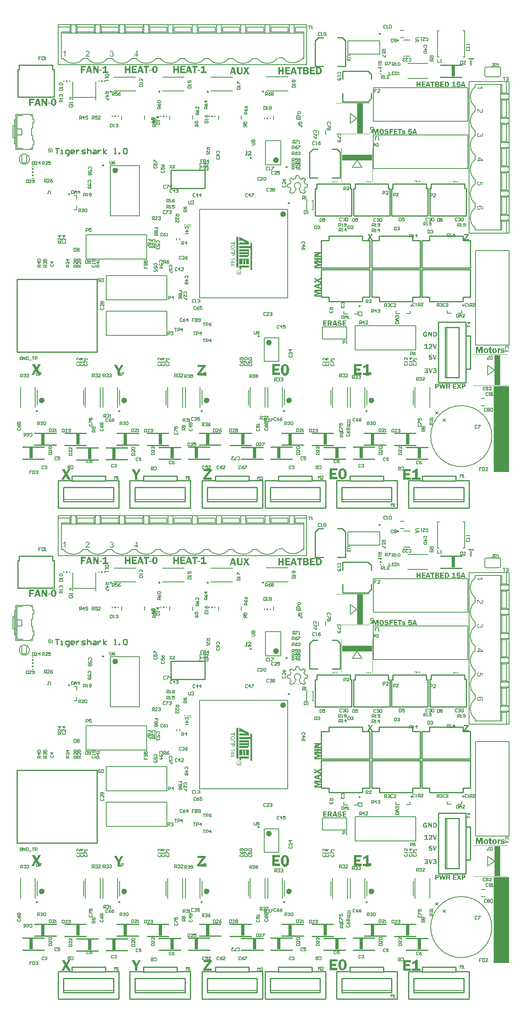
<source format=gto>
G04 Layer_Color=65535*
%FSLAX23Y23*%
%MOIN*%
G70*
G01*
G75*
%ADD12C,0.010*%
%ADD65C,0.008*%
%ADD107C,0.004*%
%ADD108C,0.010*%
%ADD109C,0.024*%
%ADD110C,0.010*%
%ADD111C,0.004*%
%ADD112C,0.005*%
%ADD113C,0.006*%
%ADD114C,0.008*%
%ADD115C,0.004*%
%ADD116R,0.012X0.006*%
%ADD117R,0.012X0.006*%
%ADD118R,0.012X0.012*%
%ADD119R,0.006X0.012*%
%ADD120R,0.006X0.012*%
%ADD121R,0.012X0.012*%
%ADD122R,0.030X0.088*%
%ADD123R,0.049X0.245*%
%ADD124R,0.245X0.049*%
%ADD125R,0.130X0.705*%
G36*
X4211Y1606D02*
X4212D01*
X4212Y1606D01*
X4213Y1606D01*
X4214Y1606D01*
X4215Y1605D01*
X4216Y1605D01*
X4218Y1605D01*
X4219Y1604D01*
X4220Y1604D01*
X4221Y1603D01*
X4222Y1602D01*
X4223Y1601D01*
X4224Y1600D01*
X4224Y1600D01*
X4224Y1600D01*
X4225Y1600D01*
X4225Y1599D01*
X4225Y1599D01*
X4226Y1598D01*
X4226Y1597D01*
X4227Y1596D01*
X4227Y1595D01*
X4228Y1594D01*
X4228Y1593D01*
X4228Y1592D01*
X4229Y1590D01*
X4229Y1589D01*
X4229Y1587D01*
X4229Y1586D01*
Y1585D01*
Y1585D01*
Y1585D01*
X4229Y1584D01*
X4229Y1583D01*
X4229Y1582D01*
X4229Y1581D01*
X4229Y1580D01*
X4228Y1579D01*
X4228Y1578D01*
X4227Y1577D01*
X4227Y1576D01*
X4226Y1574D01*
X4226Y1573D01*
X4225Y1572D01*
X4224Y1571D01*
X4224Y1571D01*
X4224Y1571D01*
X4223Y1570D01*
X4223Y1570D01*
X4222Y1570D01*
X4222Y1569D01*
X4221Y1569D01*
X4220Y1568D01*
X4219Y1568D01*
X4218Y1567D01*
X4217Y1567D01*
X4216Y1566D01*
X4215Y1566D01*
X4213Y1566D01*
X4212Y1565D01*
X4210Y1565D01*
X4210D01*
X4209Y1565D01*
X4209D01*
X4208Y1566D01*
X4207Y1566D01*
X4206Y1566D01*
X4205Y1566D01*
X4204Y1566D01*
X4203Y1567D01*
X4202Y1567D01*
X4201Y1568D01*
X4200Y1568D01*
X4199Y1569D01*
X4198Y1570D01*
X4197Y1571D01*
X4197Y1571D01*
X4197Y1571D01*
X4196Y1572D01*
X4196Y1572D01*
X4196Y1573D01*
X4195Y1573D01*
X4195Y1574D01*
X4194Y1575D01*
X4194Y1576D01*
X4193Y1577D01*
X4193Y1578D01*
X4193Y1580D01*
X4192Y1581D01*
X4192Y1583D01*
X4192Y1584D01*
X4192Y1586D01*
Y1586D01*
Y1586D01*
Y1586D01*
X4192Y1587D01*
Y1587D01*
X4192Y1588D01*
X4192Y1589D01*
X4192Y1589D01*
X4192Y1591D01*
X4193Y1593D01*
X4193Y1595D01*
X4194Y1596D01*
Y1596D01*
X4194Y1596D01*
X4194Y1597D01*
X4194Y1597D01*
X4195Y1597D01*
X4195Y1598D01*
X4196Y1599D01*
X4197Y1600D01*
X4198Y1601D01*
X4199Y1602D01*
X4200Y1603D01*
X4200D01*
X4200Y1603D01*
X4201Y1604D01*
X4201Y1604D01*
X4201Y1604D01*
X4202Y1604D01*
X4202Y1604D01*
X4203Y1605D01*
X4204Y1605D01*
X4204Y1605D01*
X4206Y1606D01*
X4208Y1606D01*
X4210Y1606D01*
X4211D01*
X4211Y1606D01*
D02*
G37*
G36*
X4114Y1566D02*
X4101D01*
Y1609D01*
X4088Y1566D01*
X4079D01*
X4066Y1609D01*
Y1566D01*
X4056D01*
Y1619D01*
X4075D01*
X4085Y1587D01*
X4094Y1619D01*
X4114D01*
Y1566D01*
D02*
G37*
G36*
X4141Y1606D02*
X4141D01*
X4142Y1606D01*
X4143Y1606D01*
X4144Y1606D01*
X4145Y1605D01*
X4146Y1605D01*
X4147Y1605D01*
X4148Y1604D01*
X4150Y1604D01*
X4151Y1603D01*
X4152Y1602D01*
X4153Y1601D01*
X4154Y1600D01*
X4154Y1600D01*
X4154Y1600D01*
X4154Y1600D01*
X4155Y1599D01*
X4155Y1599D01*
X4155Y1598D01*
X4156Y1597D01*
X4156Y1596D01*
X4157Y1595D01*
X4157Y1594D01*
X4158Y1593D01*
X4158Y1592D01*
X4158Y1590D01*
X4159Y1589D01*
X4159Y1587D01*
X4159Y1586D01*
Y1585D01*
Y1585D01*
Y1585D01*
X4159Y1584D01*
X4159Y1583D01*
X4159Y1582D01*
X4158Y1581D01*
X4158Y1580D01*
X4158Y1579D01*
X4158Y1578D01*
X4157Y1577D01*
X4157Y1576D01*
X4156Y1574D01*
X4155Y1573D01*
X4155Y1572D01*
X4154Y1571D01*
X4154Y1571D01*
X4153Y1571D01*
X4153Y1570D01*
X4153Y1570D01*
X4152Y1570D01*
X4152Y1569D01*
X4151Y1569D01*
X4150Y1568D01*
X4149Y1568D01*
X4148Y1567D01*
X4147Y1567D01*
X4146Y1566D01*
X4144Y1566D01*
X4143Y1566D01*
X4141Y1565D01*
X4140Y1565D01*
X4139D01*
X4139Y1565D01*
X4138D01*
X4138Y1566D01*
X4137Y1566D01*
X4136Y1566D01*
X4135Y1566D01*
X4134Y1566D01*
X4133Y1567D01*
X4132Y1567D01*
X4131Y1568D01*
X4130Y1568D01*
X4128Y1569D01*
X4127Y1570D01*
X4126Y1571D01*
X4126Y1571D01*
X4126Y1571D01*
X4126Y1572D01*
X4126Y1572D01*
X4125Y1573D01*
X4125Y1573D01*
X4125Y1574D01*
X4124Y1575D01*
X4124Y1576D01*
X4123Y1577D01*
X4123Y1578D01*
X4122Y1580D01*
X4122Y1581D01*
X4122Y1583D01*
X4122Y1584D01*
X4122Y1586D01*
Y1586D01*
Y1586D01*
Y1586D01*
X4122Y1587D01*
Y1587D01*
X4122Y1588D01*
X4122Y1589D01*
X4122Y1589D01*
X4122Y1591D01*
X4122Y1593D01*
X4123Y1595D01*
X4124Y1596D01*
Y1596D01*
X4124Y1596D01*
X4124Y1597D01*
X4124Y1597D01*
X4124Y1597D01*
X4125Y1598D01*
X4125Y1599D01*
X4126Y1600D01*
X4127Y1601D01*
X4128Y1602D01*
X4130Y1603D01*
X4130D01*
X4130Y1603D01*
X4130Y1604D01*
X4131Y1604D01*
X4131Y1604D01*
X4131Y1604D01*
X4132Y1604D01*
X4133Y1605D01*
X4133Y1605D01*
X4134Y1605D01*
X4136Y1606D01*
X4138Y1606D01*
X4140Y1606D01*
X4140D01*
X4141Y1606D01*
D02*
G37*
G36*
X3809Y1022D02*
X3799Y1012D01*
X3809Y1003D01*
X3805Y999D01*
X3795Y1008D01*
X3786Y998D01*
X3782Y1003D01*
X3791Y1012D01*
X3782Y1022D01*
X3786Y1026D01*
X3795Y1016D01*
X3805Y1026D01*
X3809Y1022D01*
D02*
G37*
G36*
X4179Y1605D02*
X4188D01*
Y1596D01*
X4179D01*
Y1580D01*
Y1579D01*
Y1579D01*
X4179Y1579D01*
X4179Y1578D01*
X4179Y1577D01*
X4180Y1577D01*
X4180Y1576D01*
X4180Y1575D01*
X4180Y1575D01*
X4180Y1575D01*
X4181Y1575D01*
X4181Y1575D01*
X4182Y1575D01*
X4182Y1575D01*
X4183Y1575D01*
X4184Y1574D01*
X4186D01*
X4186Y1575D01*
X4187D01*
X4188Y1575D01*
Y1566D01*
X4188D01*
X4188Y1566D01*
X4188D01*
X4187Y1566D01*
X4187Y1566D01*
X4186Y1566D01*
X4185Y1566D01*
X4184Y1566D01*
X4183Y1565D01*
X4182Y1565D01*
X4181Y1565D01*
X4180D01*
X4180Y1565D01*
X4179D01*
X4178Y1565D01*
X4178Y1565D01*
X4177Y1566D01*
X4175Y1566D01*
X4174Y1566D01*
X4172Y1567D01*
X4171Y1568D01*
X4171Y1568D01*
Y1568D01*
X4171Y1568D01*
X4170Y1568D01*
X4170Y1569D01*
X4170Y1569D01*
X4170Y1569D01*
X4169Y1570D01*
X4169Y1570D01*
X4169Y1571D01*
X4169Y1572D01*
X4168Y1572D01*
X4168Y1573D01*
X4168Y1574D01*
X4168Y1575D01*
X4168Y1577D01*
X4168Y1578D01*
Y1596D01*
X4161D01*
Y1605D01*
X4168D01*
X4169Y1617D01*
X4179Y1618D01*
Y1605D01*
D02*
G37*
G36*
X1264Y558D02*
Y521D01*
X1244D01*
Y558D01*
X1216Y609D01*
X1240D01*
X1257Y576D01*
X1274Y609D01*
X1292D01*
X1264Y558D01*
D02*
G37*
G36*
X2828Y1827D02*
X2807D01*
Y1818D01*
X2823D01*
Y1809D01*
X2807D01*
Y1800D01*
X2828D01*
Y1791D01*
X2796D01*
Y1835D01*
X2828D01*
Y1827D01*
D02*
G37*
G36*
X688Y568D02*
X715Y521D01*
X691D01*
X673Y553D01*
X656Y521D01*
X636D01*
X663Y568D01*
X639Y609D01*
X663D01*
X678Y583D01*
X693Y609D01*
X712D01*
X688Y568D01*
D02*
G37*
G36*
X4279Y1606D02*
X4279D01*
X4280Y1606D01*
X4280Y1606D01*
X4281Y1606D01*
X4283Y1605D01*
X4284Y1605D01*
X4286Y1604D01*
X4288Y1604D01*
X4288D01*
X4288Y1603D01*
X4288Y1603D01*
X4288Y1603D01*
X4289Y1603D01*
X4290Y1602D01*
X4291Y1601D01*
X4292Y1599D01*
X4292Y1598D01*
X4292Y1598D01*
X4293Y1597D01*
X4293Y1596D01*
X4285Y1594D01*
Y1594D01*
X4285Y1594D01*
X4285Y1594D01*
X4285Y1594D01*
X4284Y1595D01*
X4284Y1596D01*
X4283Y1596D01*
X4283Y1597D01*
X4282Y1597D01*
X4282Y1598D01*
X4281Y1598D01*
X4280Y1598D01*
X4279Y1599D01*
X4278Y1599D01*
X4277Y1599D01*
X4277D01*
X4276Y1599D01*
X4276Y1599D01*
X4275Y1599D01*
X4274Y1598D01*
X4273Y1598D01*
X4273Y1598D01*
X4272Y1597D01*
X4272Y1597D01*
X4272Y1596D01*
X4271Y1596D01*
X4271Y1595D01*
Y1595D01*
Y1595D01*
X4271Y1595D01*
X4272Y1594D01*
X4272Y1594D01*
X4272Y1594D01*
X4272Y1593D01*
X4272Y1593D01*
X4272Y1593D01*
X4273Y1593D01*
X4273Y1593D01*
X4274Y1593D01*
X4274Y1592D01*
X4275Y1592D01*
X4275Y1592D01*
X4276Y1592D01*
X4276Y1592D01*
X4277Y1592D01*
X4278Y1592D01*
X4278D01*
X4278Y1592D01*
X4279D01*
X4279Y1591D01*
X4280Y1591D01*
X4280Y1591D01*
X4281Y1591D01*
X4282Y1591D01*
X4283Y1591D01*
X4285Y1590D01*
X4287Y1590D01*
X4287Y1590D01*
X4288Y1590D01*
X4288D01*
X4288Y1589D01*
X4288Y1589D01*
X4289Y1589D01*
X4290Y1589D01*
X4291Y1588D01*
X4291Y1587D01*
X4292Y1587D01*
X4293Y1586D01*
X4293Y1586D01*
X4293Y1585D01*
X4294Y1585D01*
X4294Y1584D01*
X4294Y1583D01*
X4295Y1582D01*
X4295Y1580D01*
X4295Y1579D01*
Y1579D01*
Y1579D01*
Y1578D01*
X4295Y1578D01*
X4295Y1577D01*
X4295Y1577D01*
X4295Y1576D01*
X4294Y1575D01*
X4294Y1575D01*
X4294Y1574D01*
X4293Y1573D01*
X4293Y1572D01*
X4292Y1571D01*
X4292Y1571D01*
X4291Y1570D01*
X4290Y1569D01*
X4290Y1569D01*
X4290Y1569D01*
X4290Y1569D01*
X4289Y1568D01*
X4289Y1568D01*
X4288Y1568D01*
X4288Y1568D01*
X4287Y1567D01*
X4286Y1567D01*
X4285Y1567D01*
X4284Y1566D01*
X4283Y1566D01*
X4282Y1566D01*
X4280Y1565D01*
X4279Y1565D01*
X4277Y1565D01*
X4277D01*
X4276Y1565D01*
X4276D01*
X4275Y1566D01*
X4274Y1566D01*
X4273Y1566D01*
X4271Y1566D01*
X4270Y1567D01*
X4268Y1567D01*
X4267Y1568D01*
X4265Y1569D01*
X4264Y1570D01*
X4262Y1571D01*
X4261Y1573D01*
X4260Y1575D01*
X4260Y1576D01*
X4260Y1577D01*
X4269Y1578D01*
Y1578D01*
X4269Y1578D01*
X4269Y1578D01*
X4270Y1577D01*
X4270Y1577D01*
X4270Y1577D01*
X4270Y1576D01*
X4271Y1576D01*
X4271Y1575D01*
X4272Y1575D01*
X4273Y1574D01*
X4273Y1574D01*
X4274Y1573D01*
X4275Y1573D01*
X4277Y1573D01*
X4278Y1573D01*
X4278D01*
X4279Y1573D01*
X4280Y1573D01*
X4280Y1573D01*
X4281Y1573D01*
X4282Y1574D01*
X4283Y1574D01*
X4283Y1574D01*
X4283Y1574D01*
X4284Y1574D01*
X4284Y1575D01*
X4284Y1575D01*
X4285Y1576D01*
X4285Y1576D01*
X4285Y1577D01*
Y1577D01*
X4285Y1577D01*
X4285Y1578D01*
X4284Y1578D01*
X4284Y1579D01*
X4283Y1579D01*
X4283Y1579D01*
X4283Y1580D01*
X4282Y1580D01*
X4281Y1580D01*
X4280Y1580D01*
X4280D01*
X4280Y1580D01*
X4279Y1580D01*
X4279Y1580D01*
X4278Y1580D01*
X4277Y1581D01*
X4275Y1581D01*
X4274Y1581D01*
X4271Y1582D01*
X4270Y1582D01*
X4269Y1583D01*
X4268Y1583D01*
X4267Y1583D01*
X4266Y1584D01*
X4265Y1585D01*
X4265Y1585D01*
X4265Y1585D01*
X4265Y1585D01*
X4264Y1585D01*
X4264Y1585D01*
X4264Y1586D01*
X4263Y1587D01*
X4262Y1588D01*
X4262Y1589D01*
X4261Y1591D01*
X4261Y1592D01*
X4261Y1593D01*
Y1593D01*
Y1593D01*
Y1594D01*
X4261Y1594D01*
X4261Y1595D01*
X4261Y1595D01*
X4262Y1596D01*
X4262Y1598D01*
X4263Y1599D01*
X4263Y1599D01*
X4263Y1600D01*
X4264Y1601D01*
X4265Y1602D01*
X4265Y1602D01*
X4266Y1602D01*
X4266Y1603D01*
X4266Y1603D01*
X4266Y1603D01*
X4267Y1603D01*
X4267Y1604D01*
X4268Y1604D01*
X4269Y1604D01*
X4269Y1605D01*
X4270Y1605D01*
X4271Y1605D01*
X4272Y1605D01*
X4274Y1606D01*
X4275Y1606D01*
X4276Y1606D01*
X4278Y1606D01*
X4278D01*
X4279Y1606D01*
D02*
G37*
G36*
X4257D02*
X4258Y1606D01*
Y1595D01*
X4257D01*
X4256Y1594D01*
X4256Y1594D01*
X4255Y1594D01*
X4254Y1594D01*
X4253Y1594D01*
X4252Y1593D01*
X4252Y1593D01*
X4252Y1593D01*
X4251Y1593D01*
X4251Y1593D01*
X4251Y1592D01*
X4250Y1591D01*
X4249Y1591D01*
X4249Y1590D01*
X4249Y1589D01*
X4249Y1589D01*
X4249Y1588D01*
X4248Y1588D01*
X4248Y1586D01*
X4248Y1585D01*
X4248Y1584D01*
X4248Y1582D01*
Y1566D01*
X4237D01*
Y1605D01*
X4247D01*
Y1598D01*
X4247Y1598D01*
X4247Y1599D01*
X4248Y1599D01*
X4248Y1600D01*
X4248Y1600D01*
X4249Y1601D01*
X4249Y1602D01*
X4250Y1603D01*
X4250Y1603D01*
X4251Y1604D01*
X4252Y1605D01*
X4253Y1605D01*
X4253Y1606D01*
X4254Y1606D01*
X4256Y1606D01*
X4256D01*
X4257Y1606D01*
D02*
G37*
G36*
X1264Y4029D02*
X1271D01*
Y4023D01*
X1264D01*
Y4011D01*
X1258D01*
Y4023D01*
X1236D01*
Y4029D01*
X1259Y4061D01*
X1264D01*
Y4029D01*
D02*
G37*
G36*
X1053Y4061D02*
X1053Y4061D01*
X1054Y4061D01*
X1055Y4061D01*
X1056Y4060D01*
X1058Y4060D01*
X1059Y4059D01*
X1059D01*
X1059Y4059D01*
X1059Y4059D01*
X1060Y4059D01*
X1060Y4059D01*
X1061Y4058D01*
X1062Y4057D01*
X1063Y4056D01*
X1064Y4056D01*
X1064Y4054D01*
Y4054D01*
X1064Y4054D01*
X1065Y4054D01*
X1065Y4054D01*
X1065Y4053D01*
X1065Y4053D01*
X1066Y4052D01*
X1066Y4050D01*
X1066Y4049D01*
X1066Y4048D01*
Y4048D01*
Y4048D01*
Y4048D01*
Y4048D01*
X1066Y4047D01*
X1066Y4046D01*
X1066Y4045D01*
X1065Y4044D01*
X1065Y4043D01*
X1064Y4042D01*
X1064Y4042D01*
X1064Y4042D01*
X1064Y4041D01*
X1063Y4041D01*
X1062Y4040D01*
X1062Y4039D01*
X1060Y4039D01*
X1059Y4038D01*
X1059D01*
X1059Y4038D01*
X1060Y4038D01*
X1060Y4038D01*
X1060Y4038D01*
X1061Y4038D01*
X1062Y4037D01*
X1063Y4037D01*
X1064Y4036D01*
X1065Y4035D01*
X1066Y4034D01*
X1066Y4034D01*
X1066Y4034D01*
X1066Y4033D01*
X1067Y4033D01*
X1067Y4033D01*
X1067Y4033D01*
X1067Y4032D01*
X1067Y4032D01*
X1068Y4030D01*
X1068Y4029D01*
X1068Y4027D01*
X1069Y4027D01*
Y4026D01*
Y4026D01*
Y4025D01*
X1069Y4025D01*
Y4025D01*
X1068Y4024D01*
X1068Y4023D01*
X1068Y4023D01*
X1068Y4022D01*
X1068Y4021D01*
X1067Y4020D01*
X1067Y4019D01*
X1067Y4018D01*
X1066Y4017D01*
X1065Y4016D01*
X1065Y4016D01*
X1064Y4015D01*
X1064Y4015D01*
X1064Y4015D01*
X1063Y4014D01*
X1063Y4014D01*
X1063Y4014D01*
X1062Y4013D01*
X1061Y4013D01*
X1061Y4012D01*
X1060Y4012D01*
X1059Y4012D01*
X1058Y4011D01*
X1057Y4011D01*
X1056Y4011D01*
X1054Y4010D01*
X1053Y4010D01*
X1052Y4010D01*
X1051D01*
X1051Y4010D01*
X1050Y4010D01*
X1050Y4010D01*
X1049Y4011D01*
X1048Y4011D01*
X1046Y4011D01*
X1045Y4012D01*
X1044Y4012D01*
X1044Y4012D01*
X1043Y4013D01*
X1042Y4013D01*
X1041Y4014D01*
X1041Y4014D01*
X1041Y4014D01*
X1041Y4014D01*
X1040Y4015D01*
X1040Y4015D01*
X1040Y4016D01*
X1039Y4016D01*
X1039Y4017D01*
X1038Y4018D01*
X1038Y4018D01*
X1037Y4019D01*
X1037Y4020D01*
X1037Y4021D01*
X1037Y4022D01*
X1036Y4023D01*
X1036Y4024D01*
X1042Y4025D01*
Y4025D01*
X1042Y4025D01*
X1042Y4025D01*
X1042Y4024D01*
X1043Y4024D01*
X1043Y4023D01*
X1043Y4022D01*
X1044Y4021D01*
X1044Y4020D01*
X1045Y4019D01*
X1045Y4018D01*
X1046Y4018D01*
X1046D01*
X1046Y4017D01*
X1046Y4017D01*
X1047Y4017D01*
X1047Y4016D01*
X1048Y4016D01*
X1049Y4016D01*
X1051Y4015D01*
X1052Y4015D01*
X1052D01*
X1053Y4015D01*
X1053Y4015D01*
X1053Y4015D01*
X1054Y4016D01*
X1056Y4016D01*
X1057Y4017D01*
X1057Y4017D01*
X1058Y4017D01*
X1059Y4018D01*
X1059Y4018D01*
X1059Y4018D01*
X1059Y4018D01*
X1059Y4019D01*
X1060Y4019D01*
X1060Y4019D01*
X1060Y4019D01*
X1061Y4020D01*
X1061Y4021D01*
X1062Y4023D01*
X1062Y4024D01*
X1062Y4025D01*
X1062Y4026D01*
Y4026D01*
Y4026D01*
Y4026D01*
X1062Y4026D01*
Y4027D01*
X1062Y4027D01*
X1062Y4028D01*
X1061Y4029D01*
X1061Y4030D01*
X1060Y4031D01*
X1060Y4032D01*
X1059Y4033D01*
X1059Y4033D01*
X1059Y4033D01*
X1059Y4033D01*
X1059Y4033D01*
X1058Y4033D01*
X1057Y4034D01*
X1056Y4034D01*
X1055Y4035D01*
X1054Y4035D01*
X1053Y4035D01*
X1052Y4035D01*
X1052D01*
X1052Y4035D01*
X1051D01*
X1051Y4035D01*
X1050Y4035D01*
X1049Y4035D01*
X1048Y4035D01*
X1049Y4040D01*
X1049D01*
X1049Y4040D01*
X1049Y4040D01*
X1050D01*
X1050Y4040D01*
X1051D01*
X1051Y4040D01*
X1052Y4040D01*
X1053Y4040D01*
X1054Y4041D01*
X1056Y4041D01*
X1057Y4042D01*
X1057D01*
X1057Y4042D01*
X1057Y4042D01*
X1058Y4043D01*
X1058Y4043D01*
X1059Y4044D01*
X1059Y4045D01*
X1060Y4047D01*
X1060Y4047D01*
X1060Y4048D01*
Y4048D01*
Y4048D01*
Y4049D01*
X1060Y4049D01*
X1060Y4049D01*
X1060Y4050D01*
X1059Y4051D01*
X1059Y4052D01*
X1058Y4053D01*
X1058Y4054D01*
X1058Y4054D01*
X1057Y4054D01*
X1057Y4054D01*
X1056Y4055D01*
X1055Y4055D01*
X1054Y4056D01*
X1053Y4056D01*
X1052Y4056D01*
X1051D01*
X1051Y4056D01*
X1051Y4056D01*
X1050Y4056D01*
X1049Y4055D01*
X1048Y4055D01*
X1047Y4054D01*
X1046Y4054D01*
X1046Y4054D01*
X1045Y4053D01*
X1045Y4053D01*
X1045Y4052D01*
X1044Y4051D01*
X1044Y4050D01*
X1043Y4049D01*
X1043Y4047D01*
X1037Y4048D01*
Y4048D01*
X1037Y4048D01*
X1037Y4049D01*
X1037Y4049D01*
X1037Y4050D01*
X1037Y4050D01*
X1038Y4051D01*
X1038Y4052D01*
X1038Y4053D01*
X1039Y4055D01*
X1040Y4055D01*
X1040Y4056D01*
X1041Y4057D01*
X1042Y4058D01*
X1042Y4058D01*
X1042Y4058D01*
X1042Y4058D01*
X1042Y4058D01*
X1043Y4058D01*
X1043Y4059D01*
X1044Y4059D01*
X1044Y4059D01*
X1045Y4060D01*
X1046Y4060D01*
X1047Y4060D01*
X1048Y4060D01*
X1049Y4061D01*
X1050Y4061D01*
X1051Y4061D01*
X1052Y4061D01*
X1052D01*
X1053Y4061D01*
D02*
G37*
G36*
X519Y3606D02*
X507D01*
X484Y3646D01*
Y3646D01*
Y3646D01*
Y3645D01*
Y3645D01*
Y3644D01*
X484Y3644D01*
Y3644D01*
Y3644D01*
Y3644D01*
X484Y3643D01*
Y3643D01*
X484Y3642D01*
Y3641D01*
Y3606D01*
X474D01*
Y3665D01*
X488D01*
X508Y3630D01*
Y3630D01*
Y3631D01*
X508Y3631D01*
Y3632D01*
X508Y3633D01*
X508Y3634D01*
Y3634D01*
Y3665D01*
X519D01*
Y3606D01*
D02*
G37*
G36*
X467D02*
X452D01*
X449Y3618D01*
X430D01*
X426Y3606D01*
X414D01*
X433Y3665D01*
X449D01*
X467Y3606D01*
D02*
G37*
G36*
X546Y3624D02*
X526D01*
Y3633D01*
X546D01*
Y3624D01*
D02*
G37*
G36*
X2914Y598D02*
X2872D01*
Y579D01*
X2905D01*
Y563D01*
X2872D01*
Y544D01*
X2914D01*
Y526D01*
X2851D01*
Y614D01*
X2914D01*
Y598D01*
D02*
G37*
G36*
X3747Y1083D02*
X3738Y1073D01*
X3747Y1064D01*
X3743Y1060D01*
X3734Y1069D01*
X3724Y1060D01*
X3720Y1064D01*
X3730Y1073D01*
X3720Y1083D01*
X3724Y1087D01*
X3734Y1077D01*
X3743Y1087D01*
X3747Y1083D01*
D02*
G37*
G36*
X2958Y616D02*
X2959Y615D01*
X2960Y615D01*
X2962Y615D01*
X2964Y615D01*
X2966Y614D01*
X2968Y613D01*
X2970Y612D01*
X2972Y611D01*
X2974Y610D01*
X2976Y609D01*
X2978Y607D01*
X2980Y605D01*
X2982Y602D01*
X2982Y602D01*
X2982Y602D01*
X2983Y601D01*
X2983Y600D01*
X2984Y599D01*
X2985Y597D01*
X2986Y596D01*
X2986Y594D01*
X2987Y591D01*
X2988Y589D01*
X2989Y586D01*
X2989Y583D01*
X2990Y580D01*
X2991Y577D01*
X2991Y574D01*
X2991Y570D01*
Y570D01*
Y569D01*
X2991Y568D01*
Y567D01*
X2991Y565D01*
X2990Y563D01*
X2990Y561D01*
X2990Y559D01*
X2989Y556D01*
X2989Y554D01*
X2988Y551D01*
X2987Y548D01*
X2986Y546D01*
X2985Y543D01*
X2983Y540D01*
X2982Y538D01*
X2982Y538D01*
X2981Y537D01*
X2981Y537D01*
X2980Y536D01*
X2979Y535D01*
X2978Y534D01*
X2977Y532D01*
X2975Y531D01*
X2974Y530D01*
X2972Y529D01*
X2970Y528D01*
X2967Y527D01*
X2965Y526D01*
X2962Y525D01*
X2959Y525D01*
X2956Y525D01*
X2956D01*
X2955Y525D01*
X2954Y525D01*
X2952Y525D01*
X2951Y525D01*
X2949Y526D01*
X2947Y526D01*
X2945Y527D01*
X2943Y528D01*
X2941Y529D01*
X2939Y530D01*
X2937Y532D01*
X2935Y533D01*
X2933Y535D01*
X2931Y538D01*
X2931Y538D01*
X2931Y538D01*
X2930Y539D01*
X2930Y540D01*
X2929Y541D01*
X2928Y543D01*
X2927Y544D01*
X2927Y546D01*
X2926Y549D01*
X2925Y551D01*
X2924Y554D01*
X2924Y557D01*
X2923Y560D01*
X2923Y563D01*
X2922Y567D01*
X2922Y570D01*
Y570D01*
Y570D01*
Y571D01*
X2922Y572D01*
Y573D01*
X2922Y575D01*
X2923Y577D01*
X2923Y579D01*
X2923Y581D01*
X2924Y584D01*
X2924Y586D01*
X2925Y589D01*
X2926Y592D01*
X2927Y595D01*
X2928Y597D01*
X2929Y600D01*
X2931Y602D01*
X2931Y603D01*
X2931Y603D01*
X2932Y604D01*
X2932Y605D01*
X2933Y606D01*
X2934Y607D01*
X2936Y608D01*
X2937Y609D01*
X2939Y610D01*
X2941Y611D01*
X2943Y613D01*
X2945Y614D01*
X2948Y614D01*
X2950Y615D01*
X2953Y616D01*
X2956Y616D01*
X2957D01*
X2958Y616D01*
D02*
G37*
G36*
X855Y4061D02*
X855Y4061D01*
X856Y4061D01*
X857Y4061D01*
X858Y4060D01*
X858Y4060D01*
X859Y4060D01*
X860Y4060D01*
X861Y4059D01*
X862Y4059D01*
X863Y4058D01*
X864Y4058D01*
X865Y4057D01*
X865Y4057D01*
X865Y4057D01*
X865Y4057D01*
X865Y4056D01*
X866Y4056D01*
X866Y4055D01*
X867Y4055D01*
X867Y4054D01*
X867Y4054D01*
X868Y4053D01*
X868Y4052D01*
X868Y4051D01*
X869Y4050D01*
X869Y4049D01*
X869Y4048D01*
X869Y4047D01*
Y4047D01*
Y4047D01*
Y4047D01*
Y4047D01*
X869Y4046D01*
X869Y4045D01*
X869Y4044D01*
X868Y4043D01*
X868Y4042D01*
X868Y4041D01*
Y4041D01*
X868Y4041D01*
X868Y4041D01*
X868Y4041D01*
X867Y4040D01*
X867Y4039D01*
X866Y4039D01*
X865Y4038D01*
X865Y4036D01*
X864Y4035D01*
X864Y4035D01*
X864Y4035D01*
X863Y4035D01*
X863Y4035D01*
X863Y4034D01*
X862Y4034D01*
X862Y4033D01*
X861Y4033D01*
X861Y4032D01*
X860Y4032D01*
X859Y4031D01*
X859Y4030D01*
X858Y4029D01*
X857Y4028D01*
X856Y4028D01*
X854Y4026D01*
X854Y4026D01*
X854Y4026D01*
X854Y4026D01*
X853Y4026D01*
X853Y4025D01*
X852Y4025D01*
X851Y4024D01*
X850Y4023D01*
X849Y4022D01*
X848Y4021D01*
X848Y4021D01*
X848Y4021D01*
X847Y4020D01*
X847Y4020D01*
X847Y4020D01*
X847Y4020D01*
X846Y4019D01*
X846Y4019D01*
X845Y4018D01*
X845Y4017D01*
X869D01*
Y4011D01*
X836D01*
Y4011D01*
Y4012D01*
Y4012D01*
X836Y4012D01*
X836Y4013D01*
X836Y4014D01*
X837Y4015D01*
X837Y4015D01*
Y4015D01*
X837Y4015D01*
X837Y4016D01*
X837Y4016D01*
X837Y4016D01*
X837Y4017D01*
X838Y4017D01*
X838Y4018D01*
X839Y4019D01*
X840Y4021D01*
X841Y4022D01*
X841Y4022D01*
X841Y4022D01*
X841Y4022D01*
X841Y4022D01*
X842Y4023D01*
X842Y4023D01*
X842Y4024D01*
X843Y4024D01*
X843Y4025D01*
X844Y4025D01*
X845Y4026D01*
X845Y4026D01*
X846Y4027D01*
X847Y4028D01*
X848Y4029D01*
X849Y4029D01*
X849Y4029D01*
X849Y4030D01*
X850Y4030D01*
X850Y4031D01*
X851Y4031D01*
X852Y4032D01*
X852Y4032D01*
X853Y4033D01*
X855Y4035D01*
X857Y4037D01*
X858Y4038D01*
X859Y4038D01*
X859Y4039D01*
X860Y4040D01*
X860Y4040D01*
X860Y4040D01*
X860Y4040D01*
X860Y4041D01*
X861Y4041D01*
X861Y4041D01*
X861Y4042D01*
X862Y4043D01*
X862Y4045D01*
X863Y4046D01*
X863Y4047D01*
X863Y4047D01*
Y4047D01*
Y4047D01*
Y4048D01*
X863Y4048D01*
X863Y4049D01*
X862Y4049D01*
X862Y4050D01*
X862Y4051D01*
X861Y4052D01*
X861Y4053D01*
X860Y4053D01*
Y4053D01*
X860Y4054D01*
X860Y4054D01*
X860Y4054D01*
X859Y4054D01*
X858Y4055D01*
X857Y4055D01*
X856Y4056D01*
X855Y4056D01*
X854Y4056D01*
X853D01*
X853Y4056D01*
X852D01*
X852Y4056D01*
X851Y4056D01*
X850Y4055D01*
X848Y4055D01*
X847Y4054D01*
X847Y4054D01*
X846Y4053D01*
Y4053D01*
X846Y4053D01*
X846Y4053D01*
X846Y4053D01*
X846Y4053D01*
X845Y4052D01*
X845Y4051D01*
X844Y4050D01*
X844Y4049D01*
X844Y4048D01*
X844Y4047D01*
X844Y4046D01*
X837Y4047D01*
Y4047D01*
X837Y4047D01*
X837Y4047D01*
X837Y4048D01*
X838Y4048D01*
X838Y4049D01*
X838Y4050D01*
X838Y4051D01*
X838Y4051D01*
X839Y4052D01*
X839Y4053D01*
X840Y4054D01*
X840Y4055D01*
X841Y4056D01*
X841Y4057D01*
X842Y4057D01*
X842Y4057D01*
X842Y4057D01*
X843Y4058D01*
X843Y4058D01*
X843Y4058D01*
X844Y4058D01*
X844Y4059D01*
X845Y4059D01*
X846Y4059D01*
X847Y4060D01*
X848Y4060D01*
X849Y4060D01*
X850Y4061D01*
X851Y4061D01*
X852Y4061D01*
X853Y4061D01*
X854D01*
X855Y4061D01*
D02*
G37*
G36*
X669Y4011D02*
X663D01*
Y4050D01*
X663Y4050D01*
X663Y4050D01*
X662Y4049D01*
X662Y4049D01*
X661Y4048D01*
X660Y4047D01*
X659Y4047D01*
X657Y4046D01*
X657D01*
X657Y4046D01*
X657Y4046D01*
X657Y4045D01*
X657Y4045D01*
X656Y4045D01*
X655Y4045D01*
X654Y4044D01*
X653Y4044D01*
X652Y4043D01*
X651Y4043D01*
Y4048D01*
X651Y4049D01*
X651Y4049D01*
X652Y4049D01*
X652Y4049D01*
X652Y4049D01*
X653Y4049D01*
X654Y4050D01*
X654Y4050D01*
X656Y4051D01*
X657Y4052D01*
X659Y4053D01*
X660Y4054D01*
X660Y4054D01*
X660Y4054D01*
X660Y4055D01*
X661Y4055D01*
X661Y4055D01*
X661Y4056D01*
X662Y4056D01*
X663Y4057D01*
X664Y4059D01*
X665Y4060D01*
X665Y4061D01*
X669D01*
Y4011D01*
D02*
G37*
G36*
X3600Y3761D02*
X3590D01*
Y3779D01*
X3576D01*
Y3761D01*
X3566D01*
Y3805D01*
X3576D01*
Y3788D01*
X3590D01*
Y3805D01*
X3600D01*
Y3761D01*
D02*
G37*
G36*
X3281Y3416D02*
X3281Y3416D01*
X3282Y3416D01*
X3283Y3415D01*
X3284Y3415D01*
X3285Y3415D01*
X3286Y3415D01*
X3287Y3414D01*
X3288Y3414D01*
X3290Y3413D01*
X3291Y3412D01*
X3292Y3411D01*
X3293Y3410D01*
X3294Y3409D01*
X3294Y3409D01*
X3294Y3409D01*
X3294Y3408D01*
X3294Y3408D01*
X3295Y3407D01*
X3295Y3406D01*
X3296Y3405D01*
X3296Y3404D01*
X3296Y3403D01*
X3297Y3402D01*
X3297Y3401D01*
X3298Y3399D01*
X3298Y3398D01*
X3298Y3396D01*
X3298Y3395D01*
X3298Y3393D01*
Y3393D01*
Y3393D01*
X3298Y3392D01*
Y3392D01*
X3298Y3391D01*
X3298Y3390D01*
X3298Y3389D01*
X3298Y3388D01*
X3298Y3386D01*
X3297Y3385D01*
X3297Y3384D01*
X3296Y3382D01*
X3296Y3381D01*
X3295Y3380D01*
X3294Y3378D01*
X3294Y3377D01*
X3293Y3377D01*
X3293Y3377D01*
X3293Y3376D01*
X3293Y3376D01*
X3292Y3375D01*
X3292Y3375D01*
X3291Y3374D01*
X3290Y3374D01*
X3289Y3373D01*
X3288Y3372D01*
X3287Y3372D01*
X3286Y3371D01*
X3284Y3371D01*
X3283Y3371D01*
X3281Y3370D01*
X3279Y3370D01*
X3279D01*
X3279Y3370D01*
X3278Y3371D01*
X3277Y3371D01*
X3276Y3371D01*
X3275Y3371D01*
X3274Y3371D01*
X3273Y3372D01*
X3272Y3372D01*
X3271Y3373D01*
X3270Y3373D01*
X3269Y3374D01*
X3268Y3375D01*
X3267Y3376D01*
X3266Y3377D01*
X3266Y3377D01*
X3265Y3377D01*
X3265Y3378D01*
X3265Y3378D01*
X3265Y3379D01*
X3264Y3380D01*
X3264Y3381D01*
X3263Y3382D01*
X3263Y3383D01*
X3262Y3384D01*
X3262Y3385D01*
X3262Y3387D01*
X3261Y3388D01*
X3261Y3390D01*
X3261Y3392D01*
X3261Y3393D01*
Y3393D01*
Y3393D01*
Y3394D01*
X3261Y3394D01*
Y3395D01*
X3261Y3396D01*
X3261Y3397D01*
X3261Y3398D01*
X3261Y3399D01*
X3262Y3400D01*
X3262Y3401D01*
X3262Y3403D01*
X3263Y3404D01*
X3263Y3405D01*
X3264Y3407D01*
X3265Y3408D01*
X3266Y3409D01*
X3266Y3409D01*
X3266Y3410D01*
X3266Y3410D01*
X3267Y3410D01*
X3267Y3411D01*
X3268Y3411D01*
X3268Y3412D01*
X3269Y3413D01*
X3270Y3413D01*
X3271Y3414D01*
X3272Y3414D01*
X3274Y3415D01*
X3275Y3415D01*
X3277Y3416D01*
X3278Y3416D01*
X3280Y3416D01*
X3280D01*
X3281Y3416D01*
D02*
G37*
G36*
X3927Y3796D02*
X3907D01*
X3907Y3786D01*
X3907Y3786D01*
X3907Y3786D01*
X3907Y3787D01*
X3907Y3787D01*
X3908Y3787D01*
X3908Y3788D01*
X3909Y3788D01*
X3909Y3788D01*
X3910Y3789D01*
X3911Y3789D01*
X3911Y3789D01*
X3912Y3790D01*
X3913Y3790D01*
X3914Y3790D01*
X3915Y3790D01*
X3916Y3790D01*
X3917D01*
X3917Y3790D01*
X3918Y3790D01*
X3918Y3790D01*
X3919Y3790D01*
X3920Y3790D01*
X3920Y3789D01*
X3921Y3789D01*
X3922Y3789D01*
X3923Y3788D01*
X3924Y3788D01*
X3925Y3787D01*
X3926Y3787D01*
X3926Y3786D01*
X3926Y3786D01*
X3927Y3786D01*
X3927Y3786D01*
X3927Y3785D01*
X3927Y3785D01*
X3928Y3785D01*
X3928Y3784D01*
X3928Y3783D01*
X3929Y3783D01*
X3929Y3782D01*
X3930Y3781D01*
X3930Y3780D01*
X3930Y3779D01*
X3930Y3778D01*
X3931Y3777D01*
X3931Y3776D01*
Y3776D01*
Y3776D01*
X3931Y3775D01*
Y3775D01*
X3930Y3774D01*
X3930Y3774D01*
X3930Y3773D01*
X3930Y3772D01*
X3930Y3771D01*
X3929Y3770D01*
X3929Y3769D01*
X3929Y3768D01*
X3928Y3767D01*
X3928Y3766D01*
X3927Y3766D01*
X3926Y3765D01*
X3926Y3765D01*
X3926Y3765D01*
X3926Y3764D01*
X3925Y3764D01*
X3925Y3764D01*
X3924Y3763D01*
X3924Y3763D01*
X3923Y3763D01*
X3922Y3762D01*
X3921Y3762D01*
X3920Y3761D01*
X3919Y3761D01*
X3918Y3761D01*
X3916Y3761D01*
X3915Y3760D01*
X3913Y3760D01*
X3913D01*
X3912Y3760D01*
X3912Y3761D01*
X3911Y3761D01*
X3910Y3761D01*
X3909Y3761D01*
X3907Y3761D01*
X3906Y3762D01*
X3904Y3763D01*
X3903Y3763D01*
X3902Y3764D01*
X3900Y3766D01*
X3899Y3766D01*
X3899Y3767D01*
X3898Y3768D01*
X3898Y3769D01*
X3897Y3770D01*
X3897Y3771D01*
X3896Y3772D01*
X3896Y3773D01*
X3906Y3774D01*
Y3774D01*
X3906Y3774D01*
X3906Y3774D01*
X3906Y3774D01*
X3906Y3773D01*
X3906Y3773D01*
X3907Y3772D01*
X3907Y3772D01*
X3908Y3771D01*
X3908Y3770D01*
X3909Y3770D01*
X3909Y3769D01*
X3910Y3769D01*
X3911Y3769D01*
X3912Y3769D01*
X3913Y3769D01*
X3913D01*
X3914Y3769D01*
X3914Y3769D01*
X3915Y3769D01*
X3916Y3769D01*
X3917Y3769D01*
X3917Y3770D01*
X3918Y3771D01*
X3918Y3771D01*
X3919Y3771D01*
X3919Y3771D01*
X3919Y3772D01*
X3920Y3773D01*
X3920Y3773D01*
X3920Y3774D01*
X3920Y3775D01*
Y3775D01*
Y3775D01*
Y3776D01*
X3920Y3776D01*
X3920Y3776D01*
X3920Y3777D01*
X3920Y3778D01*
X3919Y3779D01*
X3919Y3779D01*
X3918Y3780D01*
X3918Y3780D01*
X3918Y3781D01*
X3917Y3781D01*
X3917Y3781D01*
X3916Y3782D01*
X3915Y3782D01*
X3914Y3782D01*
X3913Y3782D01*
X3913D01*
X3912Y3782D01*
X3912Y3782D01*
X3912Y3782D01*
X3911Y3782D01*
X3910Y3781D01*
X3909Y3781D01*
X3909Y3781D01*
X3908Y3780D01*
X3908Y3780D01*
X3907Y3779D01*
X3907Y3779D01*
X3898Y3780D01*
X3900Y3805D01*
X3928D01*
X3927Y3796D01*
D02*
G37*
G36*
X3881Y3769D02*
X3893D01*
Y3761D01*
X3858D01*
Y3769D01*
X3871D01*
Y3794D01*
X3871Y3794D01*
X3871Y3794D01*
X3870Y3794D01*
X3870Y3794D01*
X3869Y3793D01*
X3868Y3793D01*
X3868Y3792D01*
X3867Y3792D01*
X3865Y3791D01*
X3863Y3790D01*
X3861Y3789D01*
X3860Y3788D01*
X3859Y3788D01*
Y3797D01*
X3859D01*
X3859Y3797D01*
X3859Y3797D01*
X3859Y3797D01*
X3860Y3797D01*
X3861Y3797D01*
X3862Y3798D01*
X3863Y3798D01*
X3864Y3799D01*
X3865Y3799D01*
X3866Y3800D01*
X3868Y3801D01*
X3869Y3801D01*
X3870Y3802D01*
X3871Y3803D01*
X3872Y3804D01*
X3873Y3805D01*
X3874Y3806D01*
X3881D01*
Y3769D01*
D02*
G37*
G36*
X3972Y3761D02*
X3961D01*
X3958Y3770D01*
X3944D01*
X3941Y3761D01*
X3932D01*
X3946Y3805D01*
X3958D01*
X3972Y3761D01*
D02*
G37*
G36*
X3572Y3371D02*
X3561D01*
X3558Y3380D01*
X3544D01*
X3541Y3371D01*
X3532D01*
X3546Y3415D01*
X3558D01*
X3572Y3371D01*
D02*
G37*
G36*
X3527Y3406D02*
X3507D01*
X3507Y3396D01*
X3507Y3396D01*
X3507Y3396D01*
X3507Y3397D01*
X3507Y3397D01*
X3508Y3397D01*
X3508Y3398D01*
X3509Y3398D01*
X3509Y3398D01*
X3510Y3399D01*
X3511Y3399D01*
X3511Y3399D01*
X3512Y3400D01*
X3513Y3400D01*
X3514Y3400D01*
X3515Y3400D01*
X3516Y3400D01*
X3517D01*
X3517Y3400D01*
X3518Y3400D01*
X3518Y3400D01*
X3519Y3400D01*
X3520Y3400D01*
X3520Y3399D01*
X3521Y3399D01*
X3522Y3399D01*
X3523Y3398D01*
X3524Y3398D01*
X3525Y3397D01*
X3526Y3397D01*
X3526Y3396D01*
X3526Y3396D01*
X3527Y3396D01*
X3527Y3396D01*
X3527Y3395D01*
X3527Y3395D01*
X3528Y3395D01*
X3528Y3394D01*
X3528Y3393D01*
X3529Y3393D01*
X3529Y3392D01*
X3530Y3391D01*
X3530Y3390D01*
X3530Y3389D01*
X3530Y3388D01*
X3530Y3387D01*
X3531Y3386D01*
Y3386D01*
Y3386D01*
X3530Y3385D01*
Y3385D01*
X3530Y3384D01*
X3530Y3384D01*
X3530Y3383D01*
X3530Y3382D01*
X3530Y3381D01*
X3529Y3380D01*
X3529Y3379D01*
X3529Y3378D01*
X3528Y3377D01*
X3528Y3376D01*
X3527Y3376D01*
X3526Y3375D01*
X3526Y3375D01*
X3526Y3375D01*
X3526Y3374D01*
X3525Y3374D01*
X3525Y3374D01*
X3524Y3373D01*
X3524Y3373D01*
X3523Y3373D01*
X3522Y3372D01*
X3521Y3372D01*
X3520Y3371D01*
X3519Y3371D01*
X3518Y3371D01*
X3516Y3371D01*
X3515Y3370D01*
X3513Y3370D01*
X3513D01*
X3512Y3370D01*
X3512Y3371D01*
X3511Y3371D01*
X3510Y3371D01*
X3509Y3371D01*
X3507Y3371D01*
X3506Y3372D01*
X3504Y3373D01*
X3503Y3373D01*
X3502Y3374D01*
X3500Y3376D01*
X3499Y3376D01*
X3499Y3377D01*
X3498Y3378D01*
X3498Y3379D01*
X3497Y3380D01*
X3497Y3381D01*
X3496Y3382D01*
X3496Y3383D01*
X3506Y3384D01*
Y3384D01*
X3506Y3384D01*
X3506Y3384D01*
X3506Y3384D01*
X3506Y3383D01*
X3506Y3383D01*
X3507Y3382D01*
X3507Y3382D01*
X3508Y3381D01*
X3508Y3380D01*
X3509Y3380D01*
X3509Y3379D01*
X3510Y3379D01*
X3511Y3379D01*
X3512Y3379D01*
X3513Y3379D01*
X3513D01*
X3514Y3379D01*
X3514Y3379D01*
X3515Y3379D01*
X3516Y3379D01*
X3517Y3379D01*
X3517Y3380D01*
X3518Y3381D01*
X3518Y3381D01*
X3519Y3381D01*
X3519Y3381D01*
X3519Y3382D01*
X3520Y3383D01*
X3520Y3383D01*
X3520Y3384D01*
X3520Y3385D01*
Y3385D01*
Y3385D01*
Y3386D01*
X3520Y3386D01*
X3520Y3386D01*
X3520Y3387D01*
X3520Y3388D01*
X3519Y3389D01*
X3519Y3389D01*
X3518Y3390D01*
X3518Y3390D01*
X3518Y3391D01*
X3517Y3391D01*
X3517Y3391D01*
X3516Y3392D01*
X3515Y3392D01*
X3514Y3392D01*
X3513Y3392D01*
X3513D01*
X3512Y3392D01*
X3512Y3392D01*
X3512Y3392D01*
X3511Y3392D01*
X3510Y3391D01*
X3509Y3391D01*
X3509Y3391D01*
X3508Y3390D01*
X3508Y3390D01*
X3507Y3389D01*
X3507Y3389D01*
X3498Y3390D01*
X3500Y3415D01*
X3528D01*
X3527Y3406D01*
D02*
G37*
G36*
X3446Y3406D02*
X3435D01*
Y3371D01*
X3424D01*
Y3406D01*
X3413D01*
Y3415D01*
X3446D01*
Y3406D01*
D02*
G37*
G36*
X3375D02*
X3354D01*
Y3397D01*
X3370D01*
Y3388D01*
X3354D01*
Y3371D01*
X3344D01*
Y3415D01*
X3375D01*
Y3406D01*
D02*
G37*
G36*
X3412Y3407D02*
X3391D01*
Y3398D01*
X3407D01*
Y3389D01*
X3391D01*
Y3380D01*
X3412D01*
Y3371D01*
X3380D01*
Y3415D01*
X3412D01*
Y3407D01*
D02*
G37*
G36*
X2932Y1836D02*
X2932D01*
X2933Y1836D01*
X2934Y1836D01*
X2935Y1835D01*
X2937Y1835D01*
X2938Y1835D01*
X2939Y1834D01*
X2941Y1833D01*
X2942Y1832D01*
X2944Y1831D01*
X2945Y1830D01*
X2946Y1829D01*
X2947Y1828D01*
X2947Y1827D01*
X2947Y1826D01*
X2948Y1825D01*
X2939Y1823D01*
Y1823D01*
X2939Y1823D01*
X2939Y1823D01*
X2939Y1823D01*
X2938Y1824D01*
X2938Y1824D01*
X2938Y1825D01*
X2937Y1825D01*
X2937Y1826D01*
X2936Y1826D01*
X2936Y1827D01*
X2935Y1827D01*
X2934Y1827D01*
X2933Y1828D01*
X2933Y1828D01*
X2932Y1828D01*
X2931D01*
X2931Y1828D01*
X2930Y1828D01*
X2930Y1828D01*
X2929Y1827D01*
X2928Y1827D01*
X2927Y1827D01*
X2927Y1827D01*
X2926Y1826D01*
X2926Y1826D01*
X2926Y1825D01*
X2926Y1825D01*
X2925Y1824D01*
Y1824D01*
Y1824D01*
X2926Y1823D01*
X2926Y1823D01*
X2926Y1822D01*
X2926Y1822D01*
X2926Y1822D01*
X2927Y1821D01*
X2927Y1821D01*
X2927Y1821D01*
X2927Y1821D01*
X2928Y1820D01*
X2928Y1820D01*
X2929Y1820D01*
X2929Y1820D01*
X2930Y1820D01*
X2930Y1820D01*
X2931Y1819D01*
X2932Y1819D01*
X2932D01*
X2932Y1819D01*
X2932Y1819D01*
X2933Y1819D01*
X2933Y1819D01*
X2934Y1819D01*
X2935Y1819D01*
X2936Y1818D01*
X2937Y1818D01*
X2939Y1817D01*
X2940Y1817D01*
X2941Y1817D01*
X2942Y1816D01*
X2942D01*
X2942Y1816D01*
X2942Y1816D01*
X2942Y1816D01*
X2943Y1816D01*
X2943Y1815D01*
X2944Y1815D01*
X2945Y1814D01*
X2946Y1813D01*
X2947Y1812D01*
Y1812D01*
X2947Y1812D01*
X2947Y1812D01*
X2947Y1811D01*
X2947Y1811D01*
X2948Y1811D01*
X2948Y1810D01*
X2948Y1809D01*
X2949Y1808D01*
X2949Y1806D01*
X2949Y1805D01*
Y1805D01*
Y1805D01*
X2949Y1805D01*
Y1804D01*
X2949Y1804D01*
X2949Y1803D01*
X2949Y1802D01*
X2948Y1802D01*
X2948Y1801D01*
X2948Y1800D01*
X2948Y1799D01*
X2947Y1798D01*
X2947Y1797D01*
X2946Y1796D01*
X2945Y1796D01*
X2944Y1795D01*
X2944Y1795D01*
X2944Y1795D01*
X2944Y1794D01*
X2944Y1794D01*
X2943Y1794D01*
X2942Y1793D01*
X2942Y1793D01*
X2941Y1793D01*
X2940Y1792D01*
X2939Y1792D01*
X2938Y1791D01*
X2937Y1791D01*
X2935Y1791D01*
X2934Y1791D01*
X2932Y1790D01*
X2931Y1790D01*
X2930D01*
X2930Y1790D01*
X2929Y1791D01*
X2928Y1791D01*
X2928Y1791D01*
X2927Y1791D01*
X2926Y1791D01*
X2925Y1791D01*
X2923Y1792D01*
X2922Y1792D01*
X2921Y1792D01*
X2920Y1793D01*
X2919Y1793D01*
X2919Y1794D01*
X2919Y1794D01*
X2919Y1794D01*
X2918Y1794D01*
X2918Y1794D01*
X2918Y1795D01*
X2917Y1795D01*
X2917Y1796D01*
X2916Y1796D01*
X2916Y1797D01*
X2915Y1798D01*
X2915Y1799D01*
X2914Y1800D01*
X2914Y1800D01*
X2913Y1802D01*
X2913Y1803D01*
X2923Y1805D01*
Y1805D01*
X2923Y1805D01*
X2923Y1804D01*
X2923Y1804D01*
X2923Y1803D01*
X2923Y1803D01*
X2924Y1802D01*
X2924Y1802D01*
X2925Y1801D01*
X2925Y1801D01*
X2926Y1800D01*
X2927Y1800D01*
X2928Y1799D01*
X2929Y1799D01*
X2930Y1799D01*
X2931Y1799D01*
X2932D01*
X2933Y1799D01*
X2933Y1799D01*
X2934Y1799D01*
X2935Y1799D01*
X2936Y1800D01*
X2937Y1800D01*
X2937Y1800D01*
X2937Y1800D01*
X2937Y1801D01*
X2938Y1801D01*
X2938Y1801D01*
X2938Y1802D01*
X2938Y1803D01*
X2939Y1803D01*
Y1803D01*
Y1804D01*
X2938Y1804D01*
X2938Y1804D01*
X2938Y1805D01*
X2938Y1805D01*
X2937Y1806D01*
X2937Y1806D01*
X2937Y1806D01*
X2937Y1806D01*
X2936Y1807D01*
X2936Y1807D01*
X2935Y1807D01*
X2935Y1807D01*
X2934Y1807D01*
X2934Y1808D01*
X2933Y1808D01*
X2932Y1808D01*
X2932Y1808D01*
X2931Y1808D01*
X2931D01*
X2930Y1808D01*
X2930Y1808D01*
X2929Y1809D01*
X2929Y1809D01*
X2928Y1809D01*
X2927Y1809D01*
X2926Y1810D01*
X2924Y1810D01*
X2922Y1811D01*
X2921Y1811D01*
X2920Y1812D01*
X2920Y1812D01*
X2919Y1813D01*
X2919Y1813D01*
X2919Y1813D01*
X2919Y1813D01*
X2918Y1814D01*
X2918Y1814D01*
X2918Y1814D01*
X2917Y1815D01*
X2917Y1815D01*
X2917Y1816D01*
X2916Y1817D01*
X2916Y1817D01*
X2916Y1818D01*
X2916Y1819D01*
X2915Y1820D01*
X2915Y1821D01*
X2915Y1822D01*
Y1822D01*
Y1822D01*
X2915Y1822D01*
Y1823D01*
X2915Y1823D01*
X2916Y1824D01*
X2916Y1825D01*
X2916Y1825D01*
X2916Y1826D01*
X2916Y1827D01*
X2917Y1828D01*
X2917Y1829D01*
X2918Y1829D01*
X2918Y1830D01*
X2919Y1831D01*
X2920Y1832D01*
X2920Y1832D01*
X2920Y1832D01*
X2920Y1832D01*
X2920Y1832D01*
X2921Y1833D01*
X2921Y1833D01*
X2922Y1833D01*
X2923Y1834D01*
X2923Y1834D01*
X2924Y1835D01*
X2925Y1835D01*
X2926Y1835D01*
X2927Y1835D01*
X2929Y1836D01*
X2930Y1836D01*
X2931Y1836D01*
X2932D01*
X2932Y1836D01*
D02*
G37*
G36*
X3640Y3797D02*
X3619D01*
Y3788D01*
X3636D01*
Y3779D01*
X3619D01*
Y3770D01*
X3640D01*
Y3761D01*
X3609D01*
Y3805D01*
X3640D01*
Y3797D01*
D02*
G37*
G36*
X2987Y1827D02*
X2966D01*
Y1818D01*
X2983D01*
Y1809D01*
X2966D01*
Y1800D01*
X2987D01*
Y1791D01*
X2956D01*
Y1835D01*
X2987D01*
Y1827D01*
D02*
G37*
G36*
X2854Y1835D02*
X2855D01*
X2856Y1835D01*
X2856Y1835D01*
X2858Y1835D01*
X2859Y1835D01*
X2860Y1834D01*
X2862Y1834D01*
X2862D01*
X2862Y1834D01*
X2862Y1834D01*
X2862Y1834D01*
X2863Y1833D01*
X2864Y1833D01*
X2864Y1832D01*
X2865Y1831D01*
X2866Y1831D01*
X2867Y1829D01*
Y1829D01*
X2867Y1829D01*
X2867Y1829D01*
X2867Y1829D01*
X2868Y1828D01*
X2868Y1828D01*
X2868Y1828D01*
X2868Y1827D01*
X2869Y1826D01*
X2869Y1825D01*
X2869Y1823D01*
X2869Y1822D01*
Y1822D01*
Y1822D01*
X2869Y1821D01*
X2869Y1821D01*
X2869Y1820D01*
X2869Y1819D01*
X2869Y1818D01*
X2868Y1818D01*
X2868Y1817D01*
X2867Y1816D01*
X2867Y1815D01*
X2866Y1814D01*
X2865Y1813D01*
X2864Y1812D01*
X2863Y1811D01*
X2862Y1811D01*
X2870Y1791D01*
X2858D01*
X2852Y1809D01*
X2844D01*
Y1791D01*
X2834D01*
Y1835D01*
X2854D01*
X2854Y1835D01*
D02*
G37*
G36*
X2913Y1791D02*
X2902D01*
X2899Y1800D01*
X2885D01*
X2882Y1791D01*
X2873D01*
X2887Y1835D01*
X2899D01*
X2913Y1791D01*
D02*
G37*
G36*
X3794Y3797D02*
X3773D01*
Y3788D01*
X3789D01*
Y3779D01*
X3773D01*
Y3770D01*
X3794D01*
Y3761D01*
X3762D01*
Y3805D01*
X3794D01*
Y3797D01*
D02*
G37*
G36*
X3815Y3805D02*
X3815D01*
X3816Y3805D01*
X3817Y3805D01*
X3818Y3805D01*
X3820Y3805D01*
X3822Y3804D01*
X3823Y3804D01*
X3824Y3804D01*
X3825Y3803D01*
X3826Y3803D01*
X3826D01*
X3826Y3803D01*
X3826Y3803D01*
X3826Y3802D01*
X3827Y3802D01*
X3827Y3802D01*
X3827Y3802D01*
X3828Y3801D01*
X3829Y3801D01*
X3829Y3800D01*
X3830Y3800D01*
X3830Y3799D01*
X3831Y3798D01*
X3832Y3797D01*
X3832Y3797D01*
X3833Y3796D01*
X3833Y3796D01*
X3833Y3795D01*
X3833Y3795D01*
X3833Y3795D01*
X3834Y3794D01*
X3834Y3794D01*
X3834Y3793D01*
X3834Y3792D01*
X3835Y3791D01*
X3835Y3790D01*
X3835Y3789D01*
X3835Y3788D01*
X3836Y3787D01*
X3836Y3786D01*
X3836Y3785D01*
X3836Y3783D01*
Y3783D01*
Y3783D01*
X3836Y3782D01*
X3836Y3782D01*
X3836Y3781D01*
X3836Y3780D01*
X3836Y3779D01*
X3835Y3778D01*
X3835Y3776D01*
X3835Y3775D01*
X3834Y3774D01*
X3834Y3773D01*
X3833Y3771D01*
X3832Y3770D01*
X3831Y3769D01*
X3830Y3767D01*
X3830Y3767D01*
X3830Y3767D01*
X3830Y3767D01*
X3829Y3766D01*
X3829Y3766D01*
X3828Y3765D01*
X3827Y3765D01*
X3826Y3764D01*
X3825Y3764D01*
X3824Y3763D01*
X3823Y3763D01*
X3822Y3762D01*
X3820Y3762D01*
X3819Y3761D01*
X3817Y3761D01*
X3815Y3761D01*
X3800D01*
Y3805D01*
X3814D01*
X3815Y3805D01*
D02*
G37*
G36*
X3741D02*
X3742D01*
X3742Y3805D01*
X3743Y3805D01*
X3744Y3805D01*
X3745Y3805D01*
X3747Y3804D01*
X3747Y3804D01*
X3748Y3804D01*
X3748D01*
X3748Y3804D01*
X3748Y3804D01*
X3749Y3803D01*
X3750Y3803D01*
X3750Y3802D01*
X3751Y3802D01*
X3752Y3801D01*
X3753Y3800D01*
X3753Y3800D01*
X3753Y3799D01*
X3753Y3799D01*
X3753Y3798D01*
X3754Y3797D01*
X3754Y3796D01*
X3754Y3795D01*
X3754Y3794D01*
Y3794D01*
Y3793D01*
X3754Y3793D01*
X3754Y3793D01*
X3754Y3792D01*
X3754Y3791D01*
X3754Y3791D01*
X3753Y3790D01*
X3753Y3789D01*
X3752Y3788D01*
X3752Y3787D01*
X3751Y3787D01*
X3750Y3786D01*
X3749Y3785D01*
X3748Y3784D01*
X3746Y3784D01*
X3746D01*
X3747Y3784D01*
X3747Y3784D01*
X3747Y3784D01*
X3748Y3784D01*
X3748Y3783D01*
X3749Y3783D01*
X3750Y3783D01*
X3751Y3782D01*
X3752Y3781D01*
X3753Y3780D01*
X3753Y3780D01*
X3753Y3780D01*
X3753Y3780D01*
X3754Y3779D01*
X3754Y3779D01*
X3754Y3779D01*
X3754Y3778D01*
X3755Y3777D01*
X3755Y3776D01*
X3755Y3775D01*
X3756Y3773D01*
Y3773D01*
Y3773D01*
Y3773D01*
X3756Y3772D01*
X3755Y3772D01*
X3755Y3771D01*
X3755Y3771D01*
X3755Y3770D01*
X3755Y3769D01*
X3754Y3768D01*
X3754Y3768D01*
X3754Y3767D01*
X3753Y3766D01*
X3752Y3765D01*
X3752Y3765D01*
X3752Y3765D01*
X3752Y3764D01*
X3751Y3764D01*
X3751Y3764D01*
X3751Y3764D01*
X3750Y3764D01*
X3750Y3763D01*
X3749Y3763D01*
X3748Y3763D01*
X3747Y3762D01*
X3746Y3762D01*
X3745Y3762D01*
X3744Y3761D01*
X3743Y3761D01*
X3741Y3761D01*
X3740Y3761D01*
X3719D01*
Y3805D01*
X3741D01*
X3741Y3805D01*
D02*
G37*
G36*
X3682Y3761D02*
X3671D01*
X3668Y3770D01*
X3654D01*
X3651Y3761D01*
X3642D01*
X3656Y3805D01*
X3668D01*
X3682Y3761D01*
D02*
G37*
G36*
X3715Y3796D02*
X3704D01*
Y3761D01*
X3693D01*
Y3796D01*
X3682D01*
Y3805D01*
X3715D01*
Y3796D01*
D02*
G37*
G36*
X413Y3653D02*
X385D01*
Y3640D01*
X407D01*
Y3629D01*
X385D01*
Y3606D01*
X371D01*
Y3665D01*
X413D01*
Y3653D01*
D02*
G37*
G36*
X4067Y3581D02*
X4068Y3581D01*
X4069Y3581D01*
X4070Y3581D01*
X4070Y3580D01*
X4070D01*
X4070Y3580D01*
X4071Y3580D01*
X4071Y3580D01*
X4071Y3580D01*
X4072Y3580D01*
X4072Y3579D01*
X4073Y3579D01*
X4074Y3578D01*
X4076Y3577D01*
X4077Y3576D01*
X4077Y3576D01*
X4077Y3576D01*
X4077Y3576D01*
X4077Y3576D01*
X4078Y3576D01*
X4078Y3575D01*
X4079Y3575D01*
X4079Y3574D01*
X4080Y3574D01*
X4080Y3573D01*
X4081Y3572D01*
X4081Y3572D01*
X4082Y3571D01*
X4083Y3570D01*
X4084Y3569D01*
X4084Y3568D01*
X4084Y3568D01*
X4085Y3568D01*
X4085Y3568D01*
X4086Y3567D01*
X4086Y3566D01*
X4087Y3566D01*
X4087Y3565D01*
X4088Y3564D01*
X4090Y3562D01*
X4092Y3560D01*
X4093Y3559D01*
X4093Y3559D01*
X4094Y3558D01*
X4095Y3557D01*
X4095Y3557D01*
X4095Y3557D01*
X4095Y3557D01*
X4096Y3557D01*
X4096Y3557D01*
X4096Y3556D01*
X4097Y3556D01*
X4098Y3555D01*
X4100Y3555D01*
X4101Y3555D01*
X4102Y3555D01*
X4102Y3554D01*
X4103D01*
X4103Y3555D01*
X4104Y3555D01*
X4104Y3555D01*
X4105Y3555D01*
X4106Y3556D01*
X4107Y3556D01*
X4108Y3557D01*
X4108Y3557D01*
X4108D01*
X4109Y3557D01*
X4109Y3557D01*
X4109Y3558D01*
X4109Y3558D01*
X4110Y3559D01*
X4110Y3560D01*
X4111Y3561D01*
X4111Y3562D01*
X4111Y3563D01*
Y3564D01*
Y3564D01*
Y3564D01*
Y3564D01*
X4111Y3565D01*
Y3565D01*
X4111Y3565D01*
X4111Y3566D01*
X4110Y3568D01*
X4110Y3569D01*
X4109Y3570D01*
X4109Y3570D01*
X4108Y3571D01*
X4108D01*
X4108Y3571D01*
X4108Y3571D01*
X4108Y3571D01*
X4108Y3572D01*
X4107Y3572D01*
X4106Y3572D01*
X4105Y3573D01*
X4104Y3573D01*
X4103Y3574D01*
X4102Y3574D01*
X4101Y3574D01*
X4102Y3580D01*
X4102D01*
X4102Y3580D01*
X4102Y3580D01*
X4103Y3580D01*
X4103Y3580D01*
X4104Y3579D01*
X4105Y3579D01*
X4106Y3579D01*
X4106Y3579D01*
X4107Y3578D01*
X4108Y3578D01*
X4109Y3578D01*
X4110Y3577D01*
X4111Y3577D01*
X4112Y3576D01*
X4112Y3575D01*
X4112Y3575D01*
X4112Y3575D01*
X4113Y3575D01*
X4113Y3574D01*
X4113Y3574D01*
X4113Y3573D01*
X4114Y3573D01*
X4114Y3572D01*
X4114Y3571D01*
X4115Y3570D01*
X4115Y3570D01*
X4115Y3569D01*
X4116Y3567D01*
X4116Y3566D01*
X4116Y3565D01*
X4116Y3564D01*
Y3564D01*
Y3563D01*
Y3563D01*
X4116Y3563D01*
X4116Y3562D01*
X4116Y3561D01*
X4116Y3560D01*
X4115Y3560D01*
X4115Y3559D01*
X4115Y3558D01*
X4115Y3557D01*
X4114Y3556D01*
X4114Y3555D01*
X4113Y3554D01*
X4113Y3553D01*
X4112Y3552D01*
X4112Y3552D01*
X4112Y3552D01*
X4112Y3552D01*
X4111Y3552D01*
X4111Y3551D01*
X4110Y3551D01*
X4110Y3551D01*
X4109Y3550D01*
X4109Y3550D01*
X4108Y3550D01*
X4107Y3549D01*
X4106Y3549D01*
X4105Y3549D01*
X4104Y3548D01*
X4103Y3548D01*
X4102Y3548D01*
X4102D01*
X4101Y3548D01*
X4100Y3548D01*
X4099Y3548D01*
X4098Y3549D01*
X4097Y3549D01*
X4096Y3549D01*
X4096D01*
X4096Y3550D01*
X4096Y3550D01*
X4096Y3550D01*
X4095Y3550D01*
X4094Y3550D01*
X4094Y3551D01*
X4093Y3552D01*
X4091Y3553D01*
X4090Y3554D01*
X4090Y3554D01*
X4090Y3554D01*
X4090Y3554D01*
X4090Y3554D01*
X4089Y3554D01*
X4089Y3555D01*
X4088Y3555D01*
X4088Y3556D01*
X4087Y3556D01*
X4087Y3557D01*
X4086Y3558D01*
X4085Y3559D01*
X4084Y3560D01*
X4083Y3561D01*
X4083Y3562D01*
X4081Y3563D01*
X4081Y3563D01*
X4081Y3563D01*
X4081Y3563D01*
X4081Y3564D01*
X4080Y3564D01*
X4080Y3565D01*
X4079Y3566D01*
X4078Y3567D01*
X4077Y3568D01*
X4076Y3569D01*
X4076Y3569D01*
X4076Y3570D01*
X4075Y3570D01*
X4075Y3570D01*
X4075Y3570D01*
X4075Y3571D01*
X4074Y3571D01*
X4074Y3571D01*
X4073Y3572D01*
X4072Y3573D01*
Y3548D01*
X4066D01*
Y3581D01*
X4067D01*
X4067Y3581D01*
D02*
G37*
G36*
X4104Y3766D02*
X4104Y3766D01*
X4104Y3766D01*
X4104Y3765D01*
X4104Y3765D01*
X4104Y3764D01*
X4105Y3764D01*
X4105Y3763D01*
X4106Y3762D01*
X4107Y3760D01*
X4108Y3759D01*
X4109Y3757D01*
X4109Y3757D01*
X4109Y3757D01*
X4110Y3757D01*
X4110Y3757D01*
X4110Y3756D01*
X4111Y3756D01*
X4111Y3755D01*
X4112Y3754D01*
X4114Y3753D01*
X4115Y3752D01*
X4116Y3752D01*
Y3748D01*
X4066D01*
Y3754D01*
X4105D01*
X4105Y3754D01*
X4105Y3754D01*
X4104Y3755D01*
X4104Y3755D01*
X4103Y3756D01*
X4102Y3757D01*
X4102Y3758D01*
X4101Y3760D01*
Y3760D01*
X4101Y3760D01*
X4101Y3760D01*
X4100Y3760D01*
X4100Y3761D01*
X4100Y3761D01*
X4100Y3762D01*
X4099Y3763D01*
X4099Y3764D01*
X4098Y3765D01*
X4098Y3766D01*
X4103D01*
X4104Y3766D01*
D02*
G37*
G36*
X4080Y3375D02*
X4080D01*
X4080Y3375D01*
X4080Y3375D01*
X4079Y3375D01*
X4079Y3375D01*
X4078Y3375D01*
X4077Y3374D01*
X4076Y3374D01*
X4075Y3373D01*
X4074Y3372D01*
X4073Y3372D01*
X4073Y3372D01*
Y3371D01*
X4072Y3371D01*
X4072Y3371D01*
X4072Y3371D01*
X4071Y3370D01*
X4071Y3369D01*
X4071Y3368D01*
X4070Y3367D01*
X4070Y3365D01*
Y3365D01*
Y3365D01*
Y3365D01*
X4070Y3365D01*
X4070Y3364D01*
X4070Y3364D01*
X4071Y3363D01*
X4071Y3362D01*
X4072Y3360D01*
X4072Y3360D01*
X4072Y3359D01*
X4073Y3359D01*
X4073Y3358D01*
X4073Y3358D01*
X4073Y3358D01*
X4074Y3358D01*
X4074Y3358D01*
X4074Y3357D01*
X4074Y3357D01*
X4075Y3357D01*
X4076Y3356D01*
X4078Y3356D01*
X4079Y3355D01*
X4080Y3355D01*
X4081Y3355D01*
X4081D01*
X4081Y3355D01*
X4082D01*
X4082Y3355D01*
X4083Y3355D01*
X4084Y3356D01*
X4085Y3356D01*
X4086Y3357D01*
X4087Y3357D01*
X4088Y3358D01*
X4088Y3358D01*
X4088Y3358D01*
X4088Y3358D01*
X4088Y3358D01*
X4088Y3359D01*
X4089Y3360D01*
X4089Y3361D01*
X4090Y3362D01*
X4090Y3363D01*
X4090Y3364D01*
X4090Y3365D01*
Y3365D01*
Y3365D01*
X4090Y3366D01*
Y3366D01*
X4090Y3367D01*
X4090Y3367D01*
X4090Y3368D01*
X4090Y3369D01*
X4095Y3368D01*
Y3368D01*
Y3368D01*
X4095Y3368D01*
X4095Y3368D01*
Y3367D01*
Y3367D01*
Y3367D01*
Y3367D01*
X4095Y3367D01*
Y3366D01*
X4095Y3366D01*
X4095Y3365D01*
X4095Y3364D01*
X4096Y3363D01*
X4096Y3362D01*
X4097Y3360D01*
Y3360D01*
X4097Y3360D01*
X4097Y3360D01*
X4098Y3359D01*
X4098Y3359D01*
X4099Y3358D01*
X4100Y3358D01*
X4102Y3357D01*
X4102Y3357D01*
X4103Y3357D01*
X4104D01*
X4104Y3357D01*
X4104Y3357D01*
X4105Y3358D01*
X4106Y3358D01*
X4107Y3358D01*
X4108Y3359D01*
X4109Y3360D01*
X4109Y3360D01*
X4109Y3360D01*
X4109Y3360D01*
X4110Y3361D01*
X4110Y3362D01*
X4111Y3363D01*
X4111Y3364D01*
X4111Y3365D01*
Y3365D01*
Y3366D01*
Y3366D01*
X4111Y3366D01*
X4111Y3367D01*
X4111Y3367D01*
X4110Y3368D01*
X4110Y3369D01*
X4109Y3370D01*
X4109Y3371D01*
X4109Y3372D01*
X4108Y3372D01*
X4108Y3372D01*
X4107Y3373D01*
X4106Y3373D01*
X4105Y3374D01*
X4104Y3374D01*
X4102Y3374D01*
X4103Y3380D01*
X4103D01*
X4103Y3380D01*
X4104Y3380D01*
X4104Y3380D01*
X4105Y3380D01*
X4105Y3380D01*
X4106Y3380D01*
X4107Y3379D01*
X4108Y3379D01*
X4110Y3378D01*
X4110Y3377D01*
X4111Y3377D01*
X4112Y3376D01*
X4113Y3375D01*
X4113Y3375D01*
X4113Y3375D01*
X4113Y3375D01*
X4113Y3375D01*
X4113Y3374D01*
X4114Y3374D01*
X4114Y3373D01*
X4114Y3373D01*
X4115Y3372D01*
X4115Y3371D01*
X4115Y3370D01*
X4115Y3370D01*
X4116Y3369D01*
X4116Y3368D01*
X4116Y3367D01*
X4116Y3366D01*
Y3365D01*
Y3365D01*
Y3365D01*
Y3365D01*
X4116Y3365D01*
X4116Y3364D01*
X4116Y3363D01*
X4116Y3362D01*
X4115Y3361D01*
X4115Y3359D01*
X4114Y3358D01*
Y3358D01*
X4114Y3358D01*
X4114Y3358D01*
X4114Y3358D01*
X4114Y3357D01*
X4113Y3356D01*
X4112Y3355D01*
X4111Y3354D01*
X4111Y3354D01*
X4109Y3353D01*
X4109D01*
X4109Y3353D01*
X4109Y3353D01*
X4109Y3353D01*
X4108Y3352D01*
X4108Y3352D01*
X4107Y3352D01*
X4105Y3351D01*
X4104Y3351D01*
X4103Y3351D01*
X4103D01*
X4102Y3351D01*
X4101Y3351D01*
X4100Y3351D01*
X4099Y3352D01*
X4098Y3352D01*
X4097Y3353D01*
X4097Y3353D01*
X4097Y3353D01*
X4096Y3354D01*
X4096Y3354D01*
X4095Y3355D01*
X4094Y3356D01*
X4094Y3357D01*
X4093Y3358D01*
Y3358D01*
X4093Y3358D01*
X4093Y3358D01*
X4093Y3357D01*
X4093Y3357D01*
X4093Y3356D01*
X4092Y3355D01*
X4092Y3354D01*
X4091Y3353D01*
X4090Y3352D01*
X4089Y3351D01*
X4089Y3351D01*
X4089Y3351D01*
X4088Y3351D01*
X4088Y3351D01*
X4088Y3351D01*
X4088Y3350D01*
X4087Y3350D01*
X4087Y3350D01*
X4085Y3349D01*
X4084Y3349D01*
X4082Y3349D01*
X4082Y3349D01*
X4080D01*
X4080Y3349D01*
X4080D01*
X4079Y3349D01*
X4078Y3349D01*
X4078Y3349D01*
X4077Y3349D01*
X4076Y3349D01*
X4075Y3350D01*
X4074Y3350D01*
X4073Y3351D01*
X4072Y3351D01*
X4071Y3352D01*
X4071Y3353D01*
X4070Y3353D01*
X4070Y3353D01*
X4070Y3354D01*
X4069Y3354D01*
X4069Y3354D01*
X4069Y3355D01*
X4068Y3355D01*
X4068Y3356D01*
X4067Y3357D01*
X4067Y3358D01*
X4067Y3358D01*
X4066Y3359D01*
X4066Y3360D01*
X4066Y3362D01*
X4065Y3363D01*
X4065Y3364D01*
X4065Y3365D01*
Y3365D01*
Y3366D01*
Y3366D01*
X4065Y3366D01*
X4065Y3367D01*
X4065Y3368D01*
X4066Y3368D01*
X4066Y3369D01*
X4066Y3371D01*
X4067Y3372D01*
X4067Y3373D01*
X4067Y3374D01*
X4068Y3375D01*
X4068Y3375D01*
X4069Y3376D01*
X4069Y3376D01*
X4069Y3376D01*
X4069Y3377D01*
X4070Y3377D01*
X4070Y3377D01*
X4071Y3378D01*
X4071Y3378D01*
X4072Y3378D01*
X4073Y3379D01*
X4073Y3379D01*
X4074Y3380D01*
X4075Y3380D01*
X4076Y3380D01*
X4077Y3381D01*
X4078Y3381D01*
X4079Y3381D01*
X4080Y3375D01*
D02*
G37*
G36*
X3688Y1401D02*
X3678D01*
X3666Y1442D01*
X3676D01*
X3684Y1413D01*
X3693Y1442D01*
X3701D01*
X3688Y1401D01*
D02*
G37*
G36*
X4116Y3158D02*
Y3153D01*
X4084D01*
Y3147D01*
X4078D01*
Y3153D01*
X4066D01*
Y3159D01*
X4078D01*
Y3181D01*
X4084D01*
X4116Y3158D01*
D02*
G37*
G36*
X3831Y1312D02*
X3832D01*
X3833Y1312D01*
X3833Y1312D01*
X3834Y1312D01*
X3836Y1312D01*
X3837Y1311D01*
X3838Y1311D01*
X3838D01*
X3838Y1311D01*
X3839Y1311D01*
X3839Y1311D01*
X3839Y1311D01*
X3840Y1310D01*
X3841Y1309D01*
X3842Y1309D01*
X3843Y1308D01*
X3843Y1307D01*
Y1307D01*
X3843Y1307D01*
X3844Y1306D01*
X3844Y1306D01*
X3844Y1306D01*
X3844Y1306D01*
X3844Y1305D01*
X3844Y1305D01*
X3845Y1304D01*
X3845Y1303D01*
X3845Y1301D01*
X3845Y1300D01*
Y1300D01*
Y1300D01*
X3845Y1299D01*
X3845Y1299D01*
X3845Y1298D01*
X3845Y1297D01*
X3845Y1297D01*
X3844Y1296D01*
X3844Y1295D01*
X3844Y1294D01*
X3843Y1293D01*
X3842Y1292D01*
X3841Y1291D01*
X3841Y1291D01*
X3839Y1290D01*
X3838Y1289D01*
X3846Y1271D01*
X3835D01*
X3829Y1287D01*
X3822D01*
Y1271D01*
X3812D01*
Y1312D01*
X3831D01*
X3831Y1312D01*
D02*
G37*
G36*
X3898Y1304D02*
X3878D01*
Y1296D01*
X3893D01*
Y1288D01*
X3878D01*
Y1279D01*
X3898D01*
Y1271D01*
X3868D01*
Y1312D01*
X3898D01*
Y1304D01*
D02*
G37*
G36*
X3739Y1312D02*
X3739D01*
X3740Y1312D01*
X3740Y1312D01*
X3742Y1312D01*
X3743Y1312D01*
X3744Y1311D01*
X3745Y1311D01*
X3746Y1311D01*
X3746D01*
X3746Y1311D01*
X3746Y1311D01*
X3746Y1311D01*
X3747Y1311D01*
X3747Y1310D01*
X3748Y1310D01*
X3749Y1309D01*
X3750Y1308D01*
X3751Y1307D01*
X3751Y1307D01*
X3751Y1307D01*
X3751Y1307D01*
X3751Y1306D01*
X3751Y1306D01*
X3751Y1306D01*
X3752Y1305D01*
X3752Y1305D01*
X3752Y1304D01*
X3753Y1303D01*
X3753Y1301D01*
X3753Y1300D01*
Y1300D01*
Y1300D01*
Y1299D01*
Y1299D01*
Y1299D01*
X3753Y1299D01*
Y1298D01*
X3753Y1298D01*
X3753Y1297D01*
X3752Y1296D01*
X3752Y1295D01*
X3752Y1294D01*
Y1294D01*
X3752Y1294D01*
X3752Y1293D01*
X3752Y1293D01*
X3751Y1293D01*
X3751Y1292D01*
X3750Y1291D01*
X3750Y1290D01*
X3749Y1290D01*
X3748Y1289D01*
X3748Y1289D01*
X3748Y1289D01*
X3748Y1289D01*
X3747Y1288D01*
X3746Y1288D01*
X3746Y1287D01*
X3745Y1287D01*
X3744Y1287D01*
X3744D01*
X3744Y1287D01*
X3743Y1287D01*
X3742Y1287D01*
X3742Y1287D01*
X3742Y1287D01*
X3741Y1286D01*
X3740D01*
X3740Y1286D01*
X3739Y1286D01*
X3731D01*
Y1271D01*
X3721D01*
Y1312D01*
X3738D01*
X3739Y1312D01*
D02*
G37*
G36*
X4080Y2975D02*
X4079D01*
X4079Y2975D01*
X4079D01*
X4079Y2975D01*
X4078Y2975D01*
X4078Y2974D01*
X4077Y2974D01*
X4076Y2974D01*
X4075Y2973D01*
X4074Y2972D01*
X4073Y2971D01*
Y2971D01*
X4072Y2971D01*
X4072Y2971D01*
X4072Y2970D01*
X4071Y2970D01*
X4071Y2969D01*
X4071Y2968D01*
X4070Y2967D01*
X4070Y2965D01*
Y2965D01*
Y2965D01*
Y2965D01*
X4070Y2964D01*
X4070Y2964D01*
X4070Y2964D01*
X4071Y2963D01*
X4071Y2961D01*
X4071Y2961D01*
X4072Y2960D01*
X4072Y2960D01*
X4072Y2959D01*
X4073Y2958D01*
X4074Y2958D01*
X4074Y2958D01*
X4074Y2958D01*
X4074Y2957D01*
X4074Y2957D01*
X4074Y2957D01*
X4075Y2957D01*
X4075Y2956D01*
X4076Y2956D01*
X4076Y2956D01*
X4077Y2956D01*
X4078Y2955D01*
X4079Y2955D01*
X4079Y2955D01*
X4080Y2955D01*
X4081Y2955D01*
X4082Y2955D01*
X4083D01*
X4083Y2955D01*
X4084Y2955D01*
X4084Y2955D01*
X4085Y2955D01*
X4087Y2955D01*
X4088Y2956D01*
X4089Y2956D01*
X4089Y2957D01*
X4090Y2957D01*
X4091Y2958D01*
X4091Y2958D01*
X4091Y2958D01*
X4091Y2958D01*
X4091Y2958D01*
X4091Y2958D01*
X4092Y2959D01*
X4092Y2959D01*
X4092Y2960D01*
X4093Y2961D01*
X4093Y2962D01*
X4094Y2964D01*
X4094Y2964D01*
X4094Y2965D01*
Y2965D01*
Y2965D01*
Y2966D01*
Y2966D01*
X4094Y2966D01*
X4093Y2967D01*
X4093Y2968D01*
X4093Y2969D01*
X4093Y2970D01*
X4092Y2971D01*
X4092Y2971D01*
X4092Y2971D01*
X4092Y2971D01*
X4091Y2972D01*
X4091Y2973D01*
X4090Y2973D01*
X4090Y2974D01*
X4089Y2974D01*
X4090Y2980D01*
X4115Y2975D01*
Y2951D01*
X4109D01*
Y2970D01*
X4096Y2973D01*
X4096Y2973D01*
X4096Y2973D01*
X4096Y2973D01*
X4096Y2972D01*
X4097Y2972D01*
X4097Y2971D01*
X4097Y2971D01*
X4097Y2970D01*
X4098Y2969D01*
X4099Y2967D01*
X4099Y2965D01*
X4099Y2965D01*
X4099Y2964D01*
Y2964D01*
Y2963D01*
Y2963D01*
X4099Y2963D01*
X4099Y2962D01*
X4099Y2961D01*
X4099Y2961D01*
X4098Y2960D01*
X4098Y2959D01*
X4098Y2958D01*
X4098Y2957D01*
X4097Y2956D01*
X4097Y2955D01*
X4096Y2954D01*
X4095Y2953D01*
X4095Y2953D01*
X4094Y2953D01*
X4094Y2952D01*
X4094Y2952D01*
X4094Y2952D01*
X4093Y2952D01*
X4093Y2951D01*
X4092Y2951D01*
X4091Y2950D01*
X4091Y2950D01*
X4090Y2950D01*
X4089Y2949D01*
X4088Y2949D01*
X4087Y2949D01*
X4085Y2948D01*
X4084Y2948D01*
X4083Y2948D01*
X4082D01*
X4082Y2948D01*
X4081Y2948D01*
X4081Y2948D01*
X4080Y2948D01*
X4079Y2949D01*
X4078Y2949D01*
X4077Y2949D01*
X4076Y2949D01*
X4075Y2950D01*
X4074Y2950D01*
X4073Y2951D01*
X4072Y2951D01*
X4071Y2952D01*
X4071Y2952D01*
X4071Y2952D01*
X4071Y2953D01*
X4070Y2953D01*
X4070Y2953D01*
X4069Y2954D01*
X4069Y2955D01*
X4068Y2956D01*
X4068Y2956D01*
X4067Y2957D01*
X4067Y2958D01*
X4066Y2960D01*
X4066Y2961D01*
X4066Y2962D01*
X4065Y2964D01*
X4065Y2965D01*
Y2965D01*
Y2965D01*
Y2966D01*
X4065Y2966D01*
X4065Y2967D01*
X4065Y2967D01*
X4066Y2968D01*
X4066Y2969D01*
X4066Y2971D01*
X4066Y2972D01*
X4067Y2973D01*
X4067Y2974D01*
X4068Y2975D01*
X4068Y2975D01*
X4069Y2976D01*
X4069Y2976D01*
X4069Y2976D01*
X4069Y2977D01*
X4070Y2977D01*
X4070Y2977D01*
X4071Y2978D01*
X4071Y2978D01*
X4072Y2978D01*
X4072Y2979D01*
X4073Y2979D01*
X4074Y2980D01*
X4075Y2980D01*
X4076Y2980D01*
X4077Y2981D01*
X4078Y2981D01*
X4079Y2981D01*
X4080Y2975D01*
D02*
G37*
G36*
X4091Y2781D02*
X4092D01*
X4093Y2781D01*
X4094Y2781D01*
X4096Y2781D01*
X4097Y2780D01*
X4099Y2780D01*
X4101Y2780D01*
X4102Y2779D01*
X4104Y2779D01*
X4106Y2778D01*
X4107Y2778D01*
X4109Y2777D01*
X4110Y2776D01*
X4110Y2776D01*
X4110Y2776D01*
X4111Y2775D01*
X4111Y2775D01*
X4112Y2774D01*
X4112Y2774D01*
X4113Y2773D01*
X4113Y2772D01*
X4114Y2772D01*
X4114Y2771D01*
X4115Y2770D01*
X4115Y2769D01*
X4115Y2767D01*
X4116Y2766D01*
X4116Y2765D01*
X4116Y2763D01*
Y2763D01*
Y2763D01*
Y2763D01*
X4116Y2762D01*
X4116Y2762D01*
X4116Y2761D01*
X4116Y2761D01*
X4116Y2760D01*
X4115Y2758D01*
X4115Y2758D01*
X4115Y2757D01*
X4114Y2756D01*
X4114Y2755D01*
X4113Y2754D01*
X4113Y2754D01*
X4113Y2754D01*
X4112Y2753D01*
X4112Y2753D01*
X4112Y2753D01*
X4112Y2753D01*
X4111Y2752D01*
X4111Y2752D01*
X4110Y2752D01*
X4110Y2751D01*
X4109Y2751D01*
X4108Y2750D01*
X4107Y2750D01*
X4107Y2750D01*
X4106Y2749D01*
X4105Y2749D01*
X4104Y2749D01*
X4103Y2755D01*
X4103D01*
X4103Y2755D01*
X4104Y2755D01*
X4104Y2755D01*
X4104Y2756D01*
X4105Y2756D01*
X4106Y2756D01*
X4107Y2757D01*
X4108Y2757D01*
X4108Y2758D01*
X4108D01*
X4108Y2758D01*
X4109Y2758D01*
X4109Y2758D01*
X4110Y2759D01*
X4110Y2760D01*
X4111Y2761D01*
X4111Y2762D01*
X4111Y2763D01*
Y2764D01*
Y2764D01*
Y2764D01*
Y2764D01*
Y2764D01*
X4111Y2765D01*
X4111Y2765D01*
X4111Y2766D01*
X4110Y2767D01*
X4110Y2768D01*
X4109Y2769D01*
Y2769D01*
X4109Y2769D01*
X4109Y2769D01*
X4108Y2770D01*
X4108Y2770D01*
X4107Y2771D01*
X4106Y2772D01*
X4105Y2773D01*
X4103Y2773D01*
X4103D01*
X4103Y2773D01*
X4103Y2773D01*
X4102Y2774D01*
X4102Y2774D01*
X4101Y2774D01*
X4101Y2774D01*
X4100Y2774D01*
X4099Y2774D01*
X4099Y2774D01*
X4098Y2775D01*
X4097Y2775D01*
X4095Y2775D01*
X4094Y2775D01*
X4093Y2775D01*
X4092Y2775D01*
X4092Y2775D01*
X4092Y2775D01*
X4092Y2775D01*
X4093Y2774D01*
X4094Y2774D01*
X4094Y2773D01*
X4095Y2772D01*
X4096Y2771D01*
X4097Y2770D01*
Y2770D01*
X4097Y2770D01*
X4097Y2769D01*
X4097Y2769D01*
X4097Y2769D01*
X4097Y2768D01*
X4097Y2768D01*
X4098Y2767D01*
X4098Y2765D01*
X4098Y2764D01*
X4098Y2763D01*
Y2763D01*
Y2763D01*
Y2762D01*
X4098Y2762D01*
X4098Y2761D01*
X4098Y2761D01*
X4098Y2760D01*
X4098Y2759D01*
X4097Y2759D01*
X4097Y2758D01*
X4097Y2757D01*
X4096Y2756D01*
X4096Y2755D01*
X4095Y2754D01*
X4095Y2753D01*
X4094Y2753D01*
X4094Y2753D01*
X4094Y2752D01*
X4093Y2752D01*
X4093Y2752D01*
X4093Y2752D01*
X4092Y2751D01*
X4091Y2751D01*
X4091Y2750D01*
X4090Y2750D01*
X4089Y2750D01*
X4088Y2749D01*
X4087Y2749D01*
X4086Y2749D01*
X4085Y2748D01*
X4083Y2748D01*
X4082Y2748D01*
X4082D01*
X4081Y2748D01*
X4081D01*
X4081Y2748D01*
X4080Y2748D01*
X4079Y2748D01*
X4078Y2749D01*
X4077Y2749D01*
X4075Y2750D01*
X4074Y2750D01*
X4073D01*
X4073Y2750D01*
X4073Y2751D01*
X4073Y2751D01*
X4073Y2751D01*
X4072Y2751D01*
X4071Y2752D01*
X4070Y2753D01*
X4069Y2754D01*
X4068Y2755D01*
X4067Y2756D01*
Y2756D01*
X4067Y2756D01*
X4067Y2756D01*
X4067Y2757D01*
X4067Y2757D01*
X4067Y2757D01*
X4067Y2758D01*
X4066Y2758D01*
X4066Y2759D01*
X4066Y2761D01*
X4065Y2762D01*
X4065Y2764D01*
Y2764D01*
Y2764D01*
X4065Y2765D01*
X4065Y2765D01*
X4065Y2766D01*
X4066Y2767D01*
X4066Y2767D01*
X4066Y2768D01*
X4066Y2769D01*
X4067Y2770D01*
X4067Y2771D01*
X4068Y2772D01*
X4068Y2773D01*
X4069Y2774D01*
X4070Y2775D01*
X4071Y2776D01*
X4071Y2776D01*
X4071Y2777D01*
X4071Y2777D01*
X4072Y2777D01*
X4073Y2777D01*
X4073Y2778D01*
X4074Y2778D01*
X4075Y2779D01*
X4076Y2779D01*
X4078Y2780D01*
X4079Y2780D01*
X4081Y2780D01*
X4083Y2781D01*
X4085Y2781D01*
X4087Y2781D01*
X4089Y2781D01*
X4090D01*
X4091Y2781D01*
D02*
G37*
G36*
X3653Y1609D02*
X3664D01*
Y1601D01*
X3631D01*
Y1609D01*
X3644D01*
Y1632D01*
X3643Y1632D01*
X3643Y1632D01*
X3643Y1632D01*
X3642Y1631D01*
X3642Y1631D01*
X3641Y1631D01*
X3640Y1630D01*
X3639Y1630D01*
X3638Y1629D01*
X3636Y1628D01*
X3634Y1627D01*
X3633Y1626D01*
X3632Y1626D01*
Y1634D01*
X3632D01*
X3632Y1635D01*
X3632Y1635D01*
X3633Y1635D01*
X3633Y1635D01*
X3634Y1635D01*
X3635Y1635D01*
X3636Y1636D01*
X3637Y1636D01*
X3638Y1637D01*
X3639Y1637D01*
X3640Y1638D01*
X3641Y1639D01*
X3642Y1639D01*
X3644Y1640D01*
X3645Y1641D01*
X3645Y1642D01*
X3646Y1643D01*
X3653D01*
Y1609D01*
D02*
G37*
G36*
X3684Y1643D02*
X3684Y1643D01*
X3685Y1643D01*
X3686Y1643D01*
X3687Y1642D01*
X3687Y1642D01*
X3688Y1642D01*
X3689Y1642D01*
X3690Y1641D01*
X3691Y1641D01*
X3692Y1640D01*
X3693Y1640D01*
X3694Y1639D01*
X3694Y1639D01*
X3694Y1639D01*
X3694Y1639D01*
X3694Y1638D01*
X3695Y1638D01*
X3695Y1638D01*
X3695Y1637D01*
X3696Y1636D01*
X3696Y1636D01*
X3696Y1635D01*
X3697Y1634D01*
X3697Y1634D01*
X3697Y1633D01*
X3697Y1632D01*
X3697Y1631D01*
X3698Y1630D01*
Y1630D01*
Y1630D01*
Y1629D01*
X3697Y1629D01*
X3697Y1628D01*
X3697Y1628D01*
X3697Y1627D01*
X3697Y1627D01*
X3697Y1626D01*
X3697Y1625D01*
X3696Y1624D01*
X3696Y1623D01*
X3695Y1623D01*
X3695Y1622D01*
X3694Y1621D01*
X3693Y1620D01*
X3693Y1620D01*
X3693Y1620D01*
X3693Y1620D01*
X3693Y1619D01*
X3692Y1619D01*
X3692Y1618D01*
X3691Y1618D01*
X3690Y1617D01*
X3689Y1616D01*
X3688Y1616D01*
X3687Y1615D01*
X3685Y1614D01*
X3684Y1613D01*
X3682Y1612D01*
X3680Y1610D01*
X3678Y1609D01*
X3698D01*
X3697Y1601D01*
X3667D01*
Y1609D01*
X3667Y1609D01*
X3667Y1609D01*
X3667Y1610D01*
X3668Y1610D01*
X3668Y1610D01*
X3669Y1611D01*
X3670Y1612D01*
X3671Y1613D01*
X3672Y1613D01*
X3672Y1613D01*
X3672Y1613D01*
X3673Y1614D01*
X3674Y1614D01*
X3674Y1615D01*
X3675Y1615D01*
X3676Y1616D01*
X3678Y1618D01*
X3680Y1619D01*
X3681Y1620D01*
X3682Y1621D01*
X3683Y1622D01*
X3684Y1623D01*
X3684Y1623D01*
X3684Y1623D01*
X3684Y1623D01*
X3684Y1623D01*
X3685Y1624D01*
X3685Y1624D01*
X3686Y1625D01*
X3686Y1626D01*
X3687Y1627D01*
X3687Y1628D01*
X3688Y1629D01*
X3688Y1629D01*
X3688Y1630D01*
Y1630D01*
Y1630D01*
Y1630D01*
X3688Y1631D01*
X3687Y1631D01*
X3687Y1632D01*
X3687Y1632D01*
X3687Y1633D01*
X3686Y1634D01*
X3686Y1634D01*
X3686Y1634D01*
X3685Y1634D01*
X3685Y1634D01*
X3684Y1635D01*
X3684Y1635D01*
X3683Y1635D01*
X3682Y1635D01*
X3682D01*
X3681Y1635D01*
X3681Y1635D01*
X3681Y1635D01*
X3680Y1635D01*
X3679Y1635D01*
X3679Y1634D01*
X3678Y1634D01*
X3678Y1633D01*
X3677Y1633D01*
X3676Y1632D01*
X3676Y1631D01*
X3676Y1630D01*
X3675Y1629D01*
X3675Y1627D01*
X3667Y1629D01*
Y1629D01*
X3667Y1629D01*
X3667Y1630D01*
X3667Y1630D01*
X3667Y1630D01*
X3667Y1630D01*
X3667Y1631D01*
X3668Y1632D01*
X3668Y1634D01*
X3669Y1635D01*
X3670Y1636D01*
X3671Y1637D01*
X3672Y1639D01*
X3673Y1640D01*
X3674Y1641D01*
X3676Y1642D01*
X3677Y1642D01*
X3678Y1642D01*
X3679Y1643D01*
X3680Y1643D01*
X3681Y1643D01*
X3682Y1643D01*
X3683D01*
X3684Y1643D01*
D02*
G37*
G36*
X3640Y1743D02*
X3641Y1743D01*
X3641Y1743D01*
X3642Y1743D01*
X3643Y1742D01*
X3644Y1742D01*
X3645Y1742D01*
X3645Y1742D01*
X3646Y1741D01*
X3647Y1741D01*
X3648Y1740D01*
X3649Y1740D01*
X3650Y1739D01*
X3650Y1739D01*
X3650Y1739D01*
X3650Y1739D01*
X3651Y1738D01*
X3651Y1738D01*
X3651Y1737D01*
X3652Y1737D01*
X3652Y1736D01*
X3653Y1736D01*
X3653Y1735D01*
X3653Y1734D01*
X3654Y1733D01*
X3654Y1732D01*
X3655Y1731D01*
X3655Y1730D01*
X3655Y1729D01*
X3646Y1728D01*
Y1728D01*
X3646Y1728D01*
X3646Y1728D01*
X3646Y1729D01*
X3645Y1729D01*
X3645Y1730D01*
X3645Y1731D01*
X3645Y1731D01*
X3644Y1732D01*
X3644Y1733D01*
X3643Y1733D01*
X3642Y1734D01*
X3642Y1734D01*
X3641Y1735D01*
X3640Y1735D01*
X3639Y1735D01*
X3638D01*
X3638Y1735D01*
X3638Y1735D01*
X3637Y1735D01*
X3637Y1735D01*
X3636Y1734D01*
X3636Y1734D01*
X3635Y1734D01*
X3635Y1733D01*
X3634Y1733D01*
X3634Y1733D01*
X3633Y1732D01*
X3633Y1731D01*
Y1731D01*
X3633Y1731D01*
X3633Y1731D01*
X3633Y1731D01*
X3632Y1730D01*
X3632Y1730D01*
X3632Y1729D01*
X3632Y1729D01*
X3632Y1728D01*
X3632Y1727D01*
X3631Y1727D01*
X3631Y1726D01*
X3631Y1725D01*
X3631Y1724D01*
X3631Y1722D01*
Y1721D01*
Y1721D01*
Y1721D01*
Y1721D01*
X3631Y1720D01*
Y1720D01*
X3631Y1719D01*
X3631Y1718D01*
X3631Y1718D01*
X3631Y1716D01*
X3632Y1715D01*
X3632Y1713D01*
X3633Y1712D01*
X3633Y1712D01*
X3633Y1712D01*
X3633Y1712D01*
X3633Y1711D01*
X3633Y1711D01*
X3634Y1711D01*
X3635Y1710D01*
X3636Y1709D01*
X3637Y1709D01*
X3637Y1709D01*
X3638Y1709D01*
X3639Y1708D01*
X3639Y1708D01*
X3639D01*
X3640Y1708D01*
X3640Y1708D01*
X3641Y1709D01*
X3642Y1709D01*
X3642Y1709D01*
X3643Y1709D01*
X3644Y1710D01*
X3644Y1710D01*
X3644Y1710D01*
X3645Y1711D01*
X3645Y1711D01*
X3645Y1712D01*
X3646Y1713D01*
X3646Y1714D01*
X3646Y1715D01*
X3638D01*
Y1723D01*
X3655D01*
Y1701D01*
X3651D01*
Y1701D01*
Y1701D01*
X3651Y1702D01*
X3650Y1702D01*
X3650Y1703D01*
X3650Y1703D01*
X3650Y1704D01*
X3650Y1705D01*
X3649Y1706D01*
X3649Y1706D01*
X3649Y1706D01*
X3649Y1705D01*
X3649Y1705D01*
X3648Y1705D01*
X3648Y1704D01*
X3647Y1704D01*
X3646Y1703D01*
X3645Y1703D01*
X3645Y1702D01*
X3644Y1702D01*
X3643Y1701D01*
X3642Y1701D01*
X3641Y1701D01*
X3639Y1701D01*
X3638Y1700D01*
X3638D01*
X3637Y1701D01*
X3637Y1701D01*
X3636Y1701D01*
X3635Y1701D01*
X3634Y1701D01*
X3633Y1701D01*
X3632Y1702D01*
X3631Y1702D01*
X3630Y1702D01*
X3629Y1703D01*
X3628Y1704D01*
X3627Y1704D01*
X3626Y1705D01*
X3626Y1706D01*
X3626Y1706D01*
X3625Y1706D01*
X3625Y1707D01*
X3625Y1707D01*
X3625Y1708D01*
X3624Y1709D01*
X3624Y1709D01*
X3623Y1710D01*
X3623Y1711D01*
X3623Y1712D01*
X3622Y1714D01*
X3622Y1715D01*
X3622Y1716D01*
X3621Y1718D01*
X3621Y1719D01*
X3621Y1721D01*
Y1721D01*
Y1721D01*
Y1721D01*
Y1722D01*
X3621Y1722D01*
Y1723D01*
X3621Y1724D01*
X3621Y1725D01*
X3622Y1726D01*
X3622Y1727D01*
X3622Y1728D01*
X3622Y1729D01*
X3623Y1731D01*
X3623Y1732D01*
X3624Y1733D01*
X3624Y1734D01*
X3625Y1736D01*
X3626Y1737D01*
X3626Y1737D01*
X3626Y1737D01*
X3626Y1737D01*
X3627Y1738D01*
X3627Y1738D01*
X3628Y1739D01*
X3629Y1739D01*
X3629Y1740D01*
X3630Y1740D01*
X3631Y1741D01*
X3632Y1741D01*
X3633Y1742D01*
X3635Y1742D01*
X3636Y1743D01*
X3637Y1743D01*
X3639Y1743D01*
X3639D01*
X3640Y1743D01*
D02*
G37*
G36*
X3716Y1742D02*
X3717D01*
X3718Y1742D01*
X3719Y1742D01*
X3719Y1742D01*
X3721Y1742D01*
X3723Y1741D01*
X3724Y1741D01*
X3725Y1741D01*
X3726Y1740D01*
X3727Y1740D01*
X3727D01*
X3727Y1740D01*
X3727Y1740D01*
X3727Y1740D01*
X3727Y1739D01*
X3728Y1739D01*
X3728Y1739D01*
X3729Y1738D01*
X3729Y1738D01*
X3730Y1737D01*
X3730Y1737D01*
X3731Y1736D01*
X3732Y1736D01*
X3732Y1735D01*
X3733Y1734D01*
X3733Y1733D01*
X3733Y1733D01*
X3733Y1733D01*
X3734Y1733D01*
X3734Y1732D01*
X3734Y1732D01*
X3734Y1732D01*
X3734Y1731D01*
X3735Y1730D01*
X3735Y1729D01*
X3735Y1729D01*
X3736Y1728D01*
X3736Y1727D01*
X3736Y1725D01*
X3736Y1724D01*
X3736Y1723D01*
X3736Y1722D01*
Y1722D01*
Y1721D01*
X3736Y1721D01*
X3736Y1720D01*
X3736Y1720D01*
X3736Y1719D01*
X3736Y1718D01*
X3736Y1717D01*
X3735Y1715D01*
X3735Y1714D01*
X3735Y1713D01*
X3734Y1712D01*
X3733Y1711D01*
X3733Y1709D01*
X3732Y1708D01*
X3731Y1707D01*
X3731Y1707D01*
X3731Y1707D01*
X3731Y1706D01*
X3730Y1706D01*
X3730Y1706D01*
X3729Y1705D01*
X3728Y1705D01*
X3727Y1704D01*
X3726Y1703D01*
X3725Y1703D01*
X3724Y1702D01*
X3723Y1702D01*
X3721Y1702D01*
X3720Y1701D01*
X3718Y1701D01*
X3717Y1701D01*
X3703D01*
Y1742D01*
X3716D01*
X3716Y1742D01*
D02*
G37*
G36*
X3694Y1701D02*
X3686D01*
X3670Y1729D01*
Y1729D01*
Y1729D01*
Y1729D01*
Y1728D01*
Y1728D01*
X3670Y1728D01*
Y1727D01*
Y1727D01*
Y1727D01*
X3670Y1727D01*
Y1727D01*
X3670Y1726D01*
Y1726D01*
Y1701D01*
X3663D01*
Y1742D01*
X3673D01*
X3687Y1718D01*
Y1718D01*
Y1718D01*
X3687Y1719D01*
Y1719D01*
X3687Y1720D01*
X3687Y1720D01*
Y1721D01*
Y1742D01*
X3694D01*
Y1701D01*
D02*
G37*
G36*
X3648Y1443D02*
X3649Y1443D01*
X3650Y1443D01*
X3650Y1443D01*
X3651Y1442D01*
X3653Y1442D01*
X3654Y1442D01*
X3654Y1442D01*
X3655Y1441D01*
X3656Y1441D01*
X3657Y1440D01*
X3658Y1440D01*
X3658Y1440D01*
X3658Y1440D01*
X3658Y1440D01*
X3659Y1439D01*
X3659Y1439D01*
X3659Y1439D01*
X3660Y1438D01*
X3660Y1438D01*
X3660Y1437D01*
X3661Y1437D01*
X3661Y1436D01*
X3661Y1435D01*
X3662Y1434D01*
X3662Y1434D01*
X3662Y1433D01*
X3662Y1432D01*
Y1432D01*
Y1432D01*
X3662Y1431D01*
X3662Y1431D01*
X3662Y1430D01*
X3662Y1430D01*
X3662Y1429D01*
X3661Y1428D01*
X3661Y1427D01*
X3660Y1427D01*
X3660Y1426D01*
X3659Y1425D01*
X3658Y1424D01*
X3657Y1424D01*
X3656Y1423D01*
X3655Y1423D01*
X3655D01*
X3655Y1422D01*
X3656Y1422D01*
X3656Y1422D01*
X3657Y1422D01*
X3658Y1422D01*
X3658Y1421D01*
X3659Y1421D01*
X3660Y1420D01*
X3661Y1419D01*
X3661Y1418D01*
X3662Y1418D01*
X3663Y1417D01*
X3663Y1415D01*
X3663Y1414D01*
X3663Y1413D01*
Y1413D01*
Y1413D01*
X3663Y1412D01*
Y1412D01*
X3663Y1412D01*
X3663Y1411D01*
X3663Y1410D01*
X3663Y1410D01*
X3663Y1409D01*
X3662Y1408D01*
X3662Y1408D01*
X3662Y1407D01*
X3661Y1406D01*
X3660Y1405D01*
X3660Y1405D01*
X3659Y1404D01*
X3659Y1404D01*
X3659Y1404D01*
X3659Y1404D01*
X3658Y1403D01*
X3658Y1403D01*
X3657Y1403D01*
X3657Y1403D01*
X3656Y1402D01*
X3655Y1402D01*
X3654Y1402D01*
X3653Y1401D01*
X3652Y1401D01*
X3651Y1401D01*
X3650Y1401D01*
X3649Y1401D01*
X3647Y1400D01*
X3647D01*
X3646Y1401D01*
X3646Y1401D01*
X3645Y1401D01*
X3644Y1401D01*
X3643Y1401D01*
X3642Y1401D01*
X3642Y1401D01*
X3641Y1402D01*
X3640Y1402D01*
X3639Y1402D01*
X3638Y1403D01*
X3637Y1403D01*
X3636Y1404D01*
X3636Y1404D01*
X3636Y1404D01*
X3636Y1404D01*
X3635Y1405D01*
X3635Y1405D01*
X3635Y1405D01*
X3634Y1406D01*
X3634Y1406D01*
X3633Y1407D01*
X3633Y1408D01*
X3633Y1409D01*
X3632Y1409D01*
X3632Y1410D01*
X3632Y1411D01*
X3631Y1412D01*
X3631Y1413D01*
X3640Y1414D01*
Y1414D01*
X3640Y1414D01*
X3640Y1414D01*
X3640Y1413D01*
X3640Y1413D01*
X3641Y1412D01*
X3641Y1412D01*
X3641Y1411D01*
X3642Y1410D01*
X3642Y1410D01*
X3643Y1409D01*
X3643Y1409D01*
X3644Y1408D01*
X3645Y1408D01*
X3646Y1408D01*
X3647Y1408D01*
X3648D01*
X3648Y1408D01*
X3649Y1408D01*
X3650Y1408D01*
X3650Y1409D01*
X3651Y1409D01*
X3652Y1409D01*
X3652Y1409D01*
X3652Y1410D01*
X3652Y1410D01*
X3653Y1410D01*
X3653Y1411D01*
X3653Y1412D01*
X3653Y1412D01*
X3654Y1413D01*
Y1413D01*
Y1413D01*
Y1414D01*
X3653Y1414D01*
X3653Y1415D01*
X3653Y1416D01*
X3653Y1416D01*
X3652Y1417D01*
X3652Y1417D01*
X3652Y1417D01*
X3652Y1418D01*
X3651Y1418D01*
X3651Y1418D01*
X3651Y1418D01*
X3650Y1418D01*
X3650Y1418D01*
X3649Y1418D01*
X3649Y1419D01*
X3648Y1419D01*
X3647Y1419D01*
X3647Y1419D01*
X3642D01*
Y1426D01*
X3647D01*
X3648Y1426D01*
X3648Y1426D01*
X3649Y1426D01*
X3650Y1427D01*
X3651Y1427D01*
X3651Y1427D01*
X3651Y1427D01*
X3651Y1428D01*
X3652Y1428D01*
X3652Y1428D01*
X3652Y1428D01*
X3652Y1429D01*
X3652Y1429D01*
X3653Y1430D01*
X3653Y1431D01*
Y1431D01*
Y1431D01*
X3653Y1431D01*
X3652Y1432D01*
X3652Y1432D01*
X3652Y1433D01*
X3652Y1434D01*
X3651Y1434D01*
X3651Y1434D01*
X3651Y1434D01*
X3651Y1435D01*
X3650Y1435D01*
X3650Y1435D01*
X3649Y1435D01*
X3648Y1436D01*
X3647Y1436D01*
X3647D01*
X3647Y1436D01*
X3646Y1436D01*
X3646Y1436D01*
X3646Y1435D01*
X3645Y1435D01*
X3645Y1435D01*
X3644Y1435D01*
X3643Y1434D01*
X3643Y1434D01*
X3642Y1434D01*
X3642Y1433D01*
X3642Y1432D01*
X3641Y1431D01*
X3641Y1431D01*
X3632Y1432D01*
Y1432D01*
X3632Y1432D01*
X3632Y1432D01*
X3633Y1433D01*
X3633Y1433D01*
X3633Y1434D01*
X3633Y1434D01*
X3633Y1435D01*
X3634Y1435D01*
X3634Y1436D01*
X3634Y1436D01*
X3635Y1437D01*
X3635Y1438D01*
X3636Y1438D01*
X3637Y1439D01*
X3637Y1440D01*
X3637Y1440D01*
X3638Y1440D01*
X3638Y1440D01*
X3638Y1440D01*
X3639Y1440D01*
X3639Y1441D01*
X3640Y1441D01*
X3640Y1441D01*
X3641Y1442D01*
X3642Y1442D01*
X3642Y1442D01*
X3643Y1442D01*
X3644Y1443D01*
X3645Y1443D01*
X3646Y1443D01*
X3647Y1443D01*
X3648D01*
X3648Y1443D01*
D02*
G37*
G36*
X3719D02*
X3719Y1443D01*
X3720Y1443D01*
X3721Y1443D01*
X3721Y1442D01*
X3723Y1442D01*
X3724Y1442D01*
X3725Y1442D01*
X3726Y1441D01*
X3727Y1441D01*
X3727Y1440D01*
X3728Y1440D01*
X3728Y1440D01*
X3728Y1440D01*
X3729Y1440D01*
X3729Y1439D01*
X3729Y1439D01*
X3730Y1439D01*
X3730Y1438D01*
X3730Y1438D01*
X3731Y1437D01*
X3731Y1437D01*
X3732Y1436D01*
X3732Y1435D01*
X3732Y1434D01*
X3732Y1434D01*
X3732Y1433D01*
X3733Y1432D01*
Y1432D01*
Y1432D01*
X3732Y1431D01*
X3732Y1431D01*
X3732Y1430D01*
X3732Y1430D01*
X3732Y1429D01*
X3732Y1428D01*
X3731Y1427D01*
X3731Y1427D01*
X3730Y1426D01*
X3730Y1425D01*
X3729Y1424D01*
X3728Y1424D01*
X3727Y1423D01*
X3725Y1423D01*
X3726D01*
X3726Y1422D01*
X3726Y1422D01*
X3727Y1422D01*
X3727Y1422D01*
X3728Y1422D01*
X3729Y1421D01*
X3730Y1421D01*
X3730Y1420D01*
X3731Y1419D01*
X3732Y1418D01*
X3732Y1418D01*
X3733Y1417D01*
X3733Y1415D01*
X3734Y1414D01*
X3734Y1413D01*
Y1413D01*
Y1413D01*
X3734Y1412D01*
Y1412D01*
X3734Y1412D01*
X3734Y1411D01*
X3733Y1410D01*
X3733Y1410D01*
X3733Y1409D01*
X3733Y1408D01*
X3732Y1408D01*
X3732Y1407D01*
X3731Y1406D01*
X3731Y1405D01*
X3730Y1405D01*
X3730Y1404D01*
X3729Y1404D01*
X3729Y1404D01*
X3729Y1404D01*
X3729Y1403D01*
X3728Y1403D01*
X3728Y1403D01*
X3727Y1403D01*
X3726Y1402D01*
X3726Y1402D01*
X3725Y1402D01*
X3724Y1401D01*
X3723Y1401D01*
X3722Y1401D01*
X3721Y1401D01*
X3719Y1401D01*
X3718Y1400D01*
X3717D01*
X3717Y1401D01*
X3716Y1401D01*
X3715Y1401D01*
X3715Y1401D01*
X3714Y1401D01*
X3713Y1401D01*
X3712Y1401D01*
X3711Y1402D01*
X3710Y1402D01*
X3709Y1402D01*
X3708Y1403D01*
X3707Y1403D01*
X3707Y1404D01*
X3706Y1404D01*
X3706Y1404D01*
X3706Y1404D01*
X3706Y1405D01*
X3706Y1405D01*
X3705Y1405D01*
X3705Y1406D01*
X3704Y1406D01*
X3704Y1407D01*
X3703Y1408D01*
X3703Y1409D01*
X3703Y1409D01*
X3702Y1410D01*
X3702Y1411D01*
X3702Y1412D01*
X3702Y1413D01*
X3710Y1414D01*
Y1414D01*
X3710Y1414D01*
X3710Y1414D01*
X3711Y1413D01*
X3711Y1413D01*
X3711Y1412D01*
X3711Y1412D01*
X3712Y1411D01*
X3712Y1410D01*
X3713Y1410D01*
X3713Y1409D01*
X3714Y1409D01*
X3715Y1408D01*
X3716Y1408D01*
X3717Y1408D01*
X3718Y1408D01*
X3718D01*
X3719Y1408D01*
X3719Y1408D01*
X3720Y1408D01*
X3721Y1409D01*
X3721Y1409D01*
X3722Y1409D01*
X3722Y1409D01*
X3722Y1410D01*
X3723Y1410D01*
X3723Y1410D01*
X3723Y1411D01*
X3724Y1412D01*
X3724Y1412D01*
X3724Y1413D01*
Y1413D01*
Y1413D01*
Y1414D01*
X3724Y1414D01*
X3724Y1415D01*
X3724Y1416D01*
X3723Y1416D01*
X3723Y1417D01*
X3722Y1417D01*
X3722Y1417D01*
X3722Y1418D01*
X3722Y1418D01*
X3721Y1418D01*
X3721Y1418D01*
X3721Y1418D01*
X3720Y1418D01*
X3720Y1418D01*
X3719Y1419D01*
X3718Y1419D01*
X3718Y1419D01*
X3717Y1419D01*
X3712D01*
Y1426D01*
X3717D01*
X3718Y1426D01*
X3719Y1426D01*
X3720Y1426D01*
X3720Y1427D01*
X3721Y1427D01*
X3722Y1427D01*
X3722Y1427D01*
X3722Y1428D01*
X3722Y1428D01*
X3722Y1428D01*
X3722Y1428D01*
X3723Y1429D01*
X3723Y1429D01*
X3723Y1430D01*
X3723Y1431D01*
Y1431D01*
Y1431D01*
X3723Y1431D01*
X3723Y1432D01*
X3723Y1432D01*
X3723Y1433D01*
X3722Y1434D01*
X3722Y1434D01*
X3722Y1434D01*
X3721Y1434D01*
X3721Y1435D01*
X3721Y1435D01*
X3720Y1435D01*
X3719Y1435D01*
X3719Y1436D01*
X3718Y1436D01*
X3717D01*
X3717Y1436D01*
X3717Y1436D01*
X3716Y1436D01*
X3716Y1435D01*
X3715Y1435D01*
X3715Y1435D01*
X3714Y1435D01*
X3714Y1434D01*
X3713Y1434D01*
X3713Y1434D01*
X3712Y1433D01*
X3712Y1432D01*
X3712Y1431D01*
X3711Y1431D01*
X3703Y1432D01*
Y1432D01*
X3703Y1432D01*
X3703Y1432D01*
X3703Y1433D01*
X3703Y1433D01*
X3703Y1434D01*
X3704Y1434D01*
X3704Y1435D01*
X3704Y1435D01*
X3705Y1436D01*
X3705Y1436D01*
X3705Y1437D01*
X3706Y1438D01*
X3706Y1438D01*
X3707Y1439D01*
X3708Y1440D01*
X3708Y1440D01*
X3708Y1440D01*
X3708Y1440D01*
X3709Y1440D01*
X3709Y1440D01*
X3709Y1441D01*
X3710Y1441D01*
X3711Y1441D01*
X3711Y1442D01*
X3712Y1442D01*
X3713Y1442D01*
X3714Y1442D01*
X3715Y1443D01*
X3716Y1443D01*
X3717Y1443D01*
X3718Y1443D01*
X3718D01*
X3719Y1443D01*
D02*
G37*
G36*
X3722Y1511D02*
X3712D01*
X3700Y1552D01*
X3710D01*
X3718Y1523D01*
X3727Y1552D01*
X3735D01*
X3722Y1511D01*
D02*
G37*
G36*
X3723Y1601D02*
X3713D01*
X3700Y1642D01*
X3711D01*
X3719Y1613D01*
X3727Y1642D01*
X3735D01*
X3723Y1601D01*
D02*
G37*
G36*
X3695Y1544D02*
X3677D01*
X3676Y1535D01*
X3676Y1535D01*
X3676Y1535D01*
X3677Y1535D01*
X3677Y1535D01*
X3677Y1535D01*
X3677Y1536D01*
X3678Y1536D01*
X3678Y1536D01*
X3679Y1537D01*
X3680Y1537D01*
X3680Y1537D01*
X3681Y1538D01*
X3682Y1538D01*
X3683Y1538D01*
X3684Y1538D01*
X3685Y1538D01*
X3685D01*
X3686Y1538D01*
X3686Y1538D01*
X3687Y1538D01*
X3687Y1538D01*
X3688Y1538D01*
X3689Y1538D01*
X3690Y1537D01*
X3690Y1537D01*
X3691Y1537D01*
X3692Y1536D01*
X3693Y1536D01*
X3694Y1535D01*
X3694Y1535D01*
X3694Y1534D01*
X3695Y1534D01*
X3695Y1534D01*
X3695Y1534D01*
X3695Y1533D01*
X3696Y1533D01*
X3696Y1533D01*
X3696Y1532D01*
X3697Y1531D01*
X3697Y1531D01*
X3697Y1530D01*
X3698Y1529D01*
X3698Y1528D01*
X3698Y1527D01*
X3698Y1526D01*
X3698Y1525D01*
Y1525D01*
Y1525D01*
X3698Y1524D01*
Y1524D01*
X3698Y1523D01*
X3698Y1523D01*
X3698Y1522D01*
X3698Y1521D01*
X3698Y1520D01*
X3697Y1520D01*
X3697Y1519D01*
X3697Y1518D01*
X3696Y1517D01*
X3695Y1516D01*
X3695Y1515D01*
X3694Y1515D01*
X3694Y1514D01*
X3694Y1514D01*
X3694Y1514D01*
X3693Y1514D01*
X3693Y1514D01*
X3692Y1513D01*
X3692Y1513D01*
X3691Y1513D01*
X3690Y1512D01*
X3689Y1512D01*
X3688Y1511D01*
X3687Y1511D01*
X3686Y1511D01*
X3685Y1511D01*
X3684Y1511D01*
X3682Y1510D01*
X3682D01*
X3681Y1511D01*
X3681Y1511D01*
X3680Y1511D01*
X3679Y1511D01*
X3678Y1511D01*
X3677Y1511D01*
X3675Y1512D01*
X3674Y1513D01*
X3673Y1513D01*
X3671Y1514D01*
X3670Y1515D01*
X3669Y1516D01*
X3669Y1517D01*
X3668Y1517D01*
X3668Y1518D01*
X3667Y1519D01*
X3667Y1520D01*
X3666Y1521D01*
X3666Y1522D01*
X3675Y1524D01*
Y1523D01*
X3675Y1523D01*
X3675Y1523D01*
X3675Y1523D01*
X3676Y1522D01*
X3676Y1522D01*
X3676Y1521D01*
X3676Y1521D01*
X3677Y1520D01*
X3677Y1520D01*
X3678Y1519D01*
X3679Y1519D01*
X3679Y1519D01*
X3680Y1518D01*
X3681Y1518D01*
X3682Y1518D01*
X3682D01*
X3682Y1518D01*
X3683Y1518D01*
X3684Y1518D01*
X3684Y1519D01*
X3685Y1519D01*
X3686Y1519D01*
X3687Y1520D01*
X3687Y1520D01*
X3687Y1520D01*
X3687Y1521D01*
X3688Y1521D01*
X3688Y1522D01*
X3688Y1523D01*
X3689Y1523D01*
X3689Y1524D01*
Y1524D01*
Y1524D01*
Y1525D01*
X3689Y1525D01*
X3688Y1525D01*
X3688Y1526D01*
X3688Y1527D01*
X3688Y1527D01*
X3687Y1528D01*
X3687Y1529D01*
X3687Y1529D01*
X3686Y1529D01*
X3686Y1530D01*
X3685Y1530D01*
X3685Y1530D01*
X3684Y1531D01*
X3683Y1531D01*
X3682Y1531D01*
X3682D01*
X3681Y1531D01*
X3681Y1531D01*
X3681Y1531D01*
X3680Y1530D01*
X3679Y1530D01*
X3678Y1530D01*
X3678Y1529D01*
X3677Y1529D01*
X3677Y1529D01*
X3677Y1528D01*
X3676Y1528D01*
X3668Y1529D01*
X3670Y1552D01*
X3696D01*
X3695Y1544D01*
D02*
G37*
G36*
X3191Y2974D02*
X3195D01*
Y2971D01*
X3183D01*
Y2974D01*
X3187D01*
Y2982D01*
X3187Y2982D01*
X3187Y2982D01*
X3187Y2982D01*
X3187Y2982D01*
X3187Y2982D01*
X3187Y2982D01*
X3186Y2981D01*
X3186Y2981D01*
X3185Y2981D01*
X3185Y2981D01*
X3184Y2980D01*
X3184Y2980D01*
X3183Y2980D01*
Y2983D01*
X3183D01*
X3183Y2983D01*
X3183Y2983D01*
X3184Y2983D01*
X3184Y2983D01*
X3184Y2983D01*
X3184Y2983D01*
X3185Y2983D01*
X3185Y2984D01*
X3185Y2984D01*
X3186Y2984D01*
X3186Y2984D01*
X3187Y2984D01*
X3187Y2985D01*
X3187Y2985D01*
X3188Y2985D01*
X3188Y2986D01*
X3188Y2986D01*
X3191D01*
Y2974D01*
D02*
G37*
G36*
X3182Y2976D02*
X3177D01*
Y2978D01*
X3182D01*
Y2976D01*
D02*
G37*
G36*
X3170Y2986D02*
X3170D01*
X3171Y2986D01*
X3171Y2986D01*
X3171Y2986D01*
X3172Y2986D01*
X3172Y2986D01*
X3173Y2985D01*
X3173D01*
X3173Y2985D01*
X3173Y2985D01*
X3173Y2985D01*
X3173Y2985D01*
X3173Y2985D01*
X3174Y2985D01*
X3174Y2985D01*
X3174Y2984D01*
X3174Y2984D01*
Y2984D01*
X3175Y2984D01*
X3175Y2984D01*
X3175Y2984D01*
X3175Y2984D01*
X3175Y2983D01*
X3175Y2983D01*
X3175Y2983D01*
X3175Y2983D01*
X3175Y2982D01*
X3175Y2982D01*
X3175Y2981D01*
Y2981D01*
Y2981D01*
X3175Y2981D01*
X3175Y2981D01*
X3175Y2981D01*
X3175Y2980D01*
X3175Y2980D01*
X3175Y2980D01*
X3175Y2980D01*
X3175Y2979D01*
X3174Y2979D01*
X3174Y2979D01*
X3174Y2978D01*
X3173Y2978D01*
X3173Y2978D01*
X3173Y2978D01*
X3175Y2971D01*
X3172D01*
X3169Y2977D01*
X3167D01*
Y2971D01*
X3163D01*
Y2986D01*
X3170D01*
X3170Y2986D01*
D02*
G37*
G36*
X3582Y2981D02*
X3577D01*
Y2983D01*
X3582D01*
Y2981D01*
D02*
G37*
G36*
X3162Y2983D02*
X3158D01*
Y2971D01*
X3155D01*
Y2983D01*
X3151D01*
Y2986D01*
X3162D01*
Y2983D01*
D02*
G37*
G36*
X2902Y2976D02*
X2897D01*
Y2978D01*
X2902D01*
Y2976D01*
D02*
G37*
G36*
X574Y3666D02*
X575Y3666D01*
X576Y3665D01*
X577Y3665D01*
X578Y3665D01*
X579Y3665D01*
X581Y3664D01*
X582Y3664D01*
X583Y3663D01*
X585Y3662D01*
X586Y3661D01*
X588Y3660D01*
X589Y3658D01*
X590Y3657D01*
X590Y3657D01*
X590Y3657D01*
X591Y3656D01*
X591Y3655D01*
X591Y3654D01*
X592Y3654D01*
X592Y3652D01*
X593Y3651D01*
X594Y3650D01*
X594Y3648D01*
X595Y3646D01*
X595Y3644D01*
X595Y3642D01*
X596Y3640D01*
X596Y3638D01*
X596Y3636D01*
Y3635D01*
Y3635D01*
X596Y3634D01*
Y3633D01*
X596Y3632D01*
X596Y3631D01*
X595Y3630D01*
X595Y3628D01*
X595Y3626D01*
X595Y3625D01*
X594Y3623D01*
X593Y3621D01*
X593Y3619D01*
X592Y3617D01*
X591Y3616D01*
X590Y3614D01*
X590Y3614D01*
X590Y3614D01*
X589Y3613D01*
X589Y3613D01*
X588Y3612D01*
X588Y3611D01*
X587Y3610D01*
X586Y3610D01*
X585Y3609D01*
X583Y3608D01*
X582Y3607D01*
X580Y3607D01*
X579Y3606D01*
X577Y3606D01*
X575Y3605D01*
X573Y3605D01*
X572D01*
X572Y3605D01*
X571Y3605D01*
X570Y3606D01*
X569Y3606D01*
X568Y3606D01*
X567Y3606D01*
X566Y3607D01*
X564Y3607D01*
X563Y3608D01*
X561Y3609D01*
X560Y3610D01*
X559Y3611D01*
X557Y3612D01*
X556Y3614D01*
X556Y3614D01*
X556Y3614D01*
X556Y3615D01*
X555Y3615D01*
X555Y3616D01*
X554Y3617D01*
X554Y3618D01*
X553Y3620D01*
X553Y3621D01*
X552Y3623D01*
X552Y3625D01*
X551Y3627D01*
X551Y3629D01*
X550Y3631D01*
X550Y3633D01*
X550Y3635D01*
Y3635D01*
Y3636D01*
Y3636D01*
X550Y3637D01*
Y3638D01*
X550Y3639D01*
X550Y3640D01*
X551Y3641D01*
X551Y3643D01*
X551Y3645D01*
X552Y3646D01*
X552Y3648D01*
X553Y3650D01*
X553Y3652D01*
X554Y3654D01*
X555Y3655D01*
X556Y3657D01*
X556Y3657D01*
X556Y3657D01*
X557Y3658D01*
X557Y3658D01*
X558Y3659D01*
X558Y3660D01*
X559Y3660D01*
X560Y3661D01*
X561Y3662D01*
X563Y3663D01*
X564Y3664D01*
X566Y3664D01*
X567Y3665D01*
X569Y3665D01*
X571Y3666D01*
X573Y3666D01*
X573D01*
X574Y3666D01*
D02*
G37*
G36*
X2890Y2986D02*
X2890D01*
X2891Y2986D01*
X2891Y2986D01*
X2891Y2986D01*
X2892Y2986D01*
X2892Y2986D01*
X2893Y2985D01*
X2893D01*
X2893Y2985D01*
X2893Y2985D01*
X2893Y2985D01*
X2893Y2985D01*
X2893Y2985D01*
X2894Y2985D01*
X2894Y2985D01*
X2894Y2984D01*
X2894Y2984D01*
Y2984D01*
X2895Y2984D01*
X2895Y2984D01*
X2895Y2984D01*
X2895Y2984D01*
X2895Y2983D01*
X2895Y2983D01*
X2895Y2983D01*
X2895Y2983D01*
X2895Y2982D01*
X2895Y2982D01*
X2895Y2981D01*
Y2981D01*
Y2981D01*
X2895Y2981D01*
X2895Y2981D01*
X2895Y2981D01*
X2895Y2980D01*
X2895Y2980D01*
X2895Y2980D01*
X2895Y2980D01*
X2895Y2979D01*
X2894Y2979D01*
X2894Y2979D01*
X2894Y2978D01*
X2893Y2978D01*
X2893Y2978D01*
X2893Y2978D01*
X2895Y2971D01*
X2892D01*
X2889Y2977D01*
X2887D01*
Y2971D01*
X2883D01*
Y2986D01*
X2890D01*
X2890Y2986D01*
D02*
G37*
G36*
X2909Y2986D02*
X2909Y2986D01*
X2909Y2986D01*
X2909Y2986D01*
X2910Y2986D01*
X2910Y2986D01*
X2910Y2986D01*
X2911Y2985D01*
X2911Y2985D01*
X2911Y2985D01*
X2912Y2985D01*
X2912Y2985D01*
X2912Y2984D01*
X2913Y2984D01*
X2913Y2984D01*
X2913Y2984D01*
X2913Y2984D01*
X2913Y2983D01*
X2913Y2983D01*
X2913Y2983D01*
X2913Y2983D01*
X2913Y2982D01*
X2914Y2982D01*
X2914Y2982D01*
X2914Y2981D01*
X2914Y2981D01*
X2914Y2980D01*
X2914Y2980D01*
X2914Y2979D01*
X2914Y2978D01*
Y2978D01*
Y2978D01*
X2914Y2978D01*
Y2978D01*
X2914Y2978D01*
X2914Y2977D01*
X2914Y2977D01*
X2914Y2977D01*
X2914Y2976D01*
X2914Y2976D01*
X2914Y2975D01*
X2914Y2975D01*
X2913Y2974D01*
X2913Y2974D01*
X2913Y2973D01*
X2913Y2973D01*
X2913Y2973D01*
X2913Y2973D01*
X2913Y2973D01*
X2912Y2973D01*
X2912Y2973D01*
X2912Y2972D01*
X2912Y2972D01*
X2912Y2972D01*
X2911Y2972D01*
X2911Y2972D01*
X2911Y2971D01*
X2910Y2971D01*
X2910Y2971D01*
X2909Y2971D01*
X2909Y2971D01*
X2908Y2971D01*
X2908D01*
X2908Y2971D01*
X2908Y2971D01*
X2908Y2971D01*
X2908Y2971D01*
X2907Y2971D01*
X2907Y2971D01*
X2907Y2971D01*
X2906Y2971D01*
X2906Y2972D01*
X2906Y2972D01*
X2905Y2972D01*
X2905Y2972D01*
X2905Y2973D01*
X2904Y2973D01*
X2904Y2973D01*
X2904Y2973D01*
X2904Y2973D01*
X2904Y2973D01*
X2904Y2974D01*
X2904Y2974D01*
X2904Y2974D01*
X2904Y2974D01*
X2903Y2975D01*
X2903Y2975D01*
X2903Y2976D01*
X2903Y2976D01*
X2903Y2977D01*
X2903Y2977D01*
X2903Y2978D01*
X2903Y2978D01*
Y2978D01*
Y2978D01*
Y2979D01*
X2903Y2979D01*
Y2979D01*
X2903Y2979D01*
X2903Y2980D01*
X2903Y2980D01*
X2903Y2980D01*
X2903Y2981D01*
X2903Y2981D01*
X2903Y2982D01*
X2903Y2982D01*
X2904Y2982D01*
X2904Y2983D01*
X2904Y2983D01*
X2904Y2984D01*
X2904Y2984D01*
X2904Y2984D01*
X2904Y2984D01*
X2904Y2984D01*
X2905Y2984D01*
X2905Y2985D01*
X2905Y2985D01*
X2905Y2985D01*
X2906Y2985D01*
X2906Y2985D01*
X2906Y2985D01*
X2907Y2986D01*
X2907Y2986D01*
X2907Y2986D01*
X2908Y2986D01*
X2908Y2986D01*
X2909D01*
X2909Y2986D01*
D02*
G37*
G36*
X2882Y2983D02*
X2878D01*
Y2971D01*
X2875D01*
Y2983D01*
X2871D01*
Y2986D01*
X2882D01*
Y2983D01*
D02*
G37*
G36*
X3877D02*
X3873D01*
Y2971D01*
X3870D01*
Y2983D01*
X3866D01*
Y2986D01*
X3877D01*
Y2983D01*
D02*
G37*
G36*
X3885Y2986D02*
X3885D01*
X3886Y2986D01*
X3886Y2986D01*
X3886Y2986D01*
X3887Y2986D01*
X3887Y2986D01*
X3888Y2985D01*
X3888D01*
X3888Y2985D01*
X3888Y2985D01*
X3888Y2985D01*
X3888Y2985D01*
X3888Y2985D01*
X3889Y2985D01*
X3889Y2985D01*
X3889Y2984D01*
X3889Y2984D01*
Y2984D01*
X3890Y2984D01*
X3890Y2984D01*
X3890Y2984D01*
X3890Y2984D01*
X3890Y2983D01*
X3890Y2983D01*
X3890Y2983D01*
X3890Y2983D01*
X3890Y2982D01*
X3890Y2982D01*
X3890Y2981D01*
Y2981D01*
Y2981D01*
X3890Y2981D01*
X3890Y2981D01*
X3890Y2981D01*
X3890Y2980D01*
X3890Y2980D01*
X3890Y2980D01*
X3890Y2980D01*
X3890Y2979D01*
X3889Y2979D01*
X3889Y2979D01*
X3889Y2978D01*
X3888Y2978D01*
X3888Y2978D01*
X3888Y2978D01*
X3890Y2971D01*
X3887D01*
X3884Y2977D01*
X3882D01*
Y2971D01*
X3878D01*
Y2986D01*
X3885D01*
X3885Y2986D01*
D02*
G37*
G36*
X3923Y1293D02*
X3936Y1271D01*
X3925D01*
X3917Y1286D01*
X3908Y1271D01*
X3899D01*
X3912Y1293D01*
X3901Y1312D01*
X3912D01*
X3919Y1300D01*
X3926Y1312D01*
X3935D01*
X3923Y1293D01*
D02*
G37*
G36*
X3958Y1312D02*
X3958D01*
X3959Y1312D01*
X3960Y1312D01*
X3961Y1312D01*
X3962Y1312D01*
X3964Y1311D01*
X3964Y1311D01*
X3965Y1311D01*
X3965D01*
X3965Y1311D01*
X3965Y1311D01*
X3965Y1311D01*
X3966Y1311D01*
X3967Y1310D01*
X3967Y1310D01*
X3968Y1309D01*
X3969Y1308D01*
X3970Y1307D01*
X3970Y1307D01*
X3970Y1307D01*
X3970Y1307D01*
X3970Y1306D01*
X3971Y1306D01*
X3971Y1306D01*
X3971Y1305D01*
X3971Y1305D01*
X3972Y1304D01*
X3972Y1303D01*
X3972Y1301D01*
X3972Y1300D01*
Y1300D01*
Y1300D01*
Y1299D01*
Y1299D01*
Y1299D01*
X3972Y1299D01*
Y1298D01*
X3972Y1298D01*
X3972Y1297D01*
X3972Y1296D01*
X3971Y1295D01*
X3971Y1294D01*
Y1294D01*
X3971Y1294D01*
X3971Y1293D01*
X3971Y1293D01*
X3971Y1293D01*
X3970Y1292D01*
X3970Y1291D01*
X3969Y1290D01*
X3968Y1290D01*
X3968Y1289D01*
X3968Y1289D01*
X3967Y1289D01*
X3967Y1289D01*
X3966Y1288D01*
X3966Y1288D01*
X3965Y1287D01*
X3964Y1287D01*
X3963Y1287D01*
X3963D01*
X3963Y1287D01*
X3962Y1287D01*
X3962Y1287D01*
X3961Y1287D01*
X3961Y1287D01*
X3960Y1286D01*
X3960D01*
X3959Y1286D01*
X3958Y1286D01*
X3950D01*
Y1271D01*
X3940D01*
Y1312D01*
X3957D01*
X3958Y1312D01*
D02*
G37*
G36*
X3797Y1271D02*
X3788D01*
X3781Y1298D01*
X3775Y1271D01*
X3765D01*
X3755Y1312D01*
X3764D01*
X3770Y1287D01*
Y1287D01*
X3770Y1287D01*
Y1287D01*
X3770Y1287D01*
X3770Y1286D01*
X3770Y1286D01*
X3770Y1286D01*
Y1286D01*
X3771Y1285D01*
X3771Y1285D01*
X3771Y1285D01*
X3777Y1312D01*
X3786D01*
X3793Y1285D01*
Y1285D01*
X3793Y1285D01*
X3793Y1285D01*
X3793Y1285D01*
X3794Y1286D01*
X3794Y1286D01*
X3794Y1286D01*
X3794Y1287D01*
X3800Y1312D01*
X3808D01*
X3797Y1271D01*
D02*
G37*
G36*
X3570Y2991D02*
X3570D01*
X3571Y2991D01*
X3571Y2991D01*
X3571Y2991D01*
X3572Y2991D01*
X3572Y2991D01*
X3573Y2990D01*
X3573D01*
X3573Y2990D01*
X3573Y2990D01*
X3573Y2990D01*
X3573Y2990D01*
X3573Y2990D01*
X3574Y2990D01*
X3574Y2990D01*
X3574Y2989D01*
X3574Y2989D01*
Y2989D01*
X3575Y2989D01*
X3575Y2989D01*
X3575Y2989D01*
X3575Y2989D01*
X3575Y2988D01*
X3575Y2988D01*
X3575Y2988D01*
X3575Y2988D01*
X3575Y2987D01*
X3575Y2987D01*
X3575Y2986D01*
Y2986D01*
Y2986D01*
X3575Y2986D01*
X3575Y2986D01*
X3575Y2986D01*
X3575Y2985D01*
X3575Y2985D01*
X3575Y2985D01*
X3575Y2985D01*
X3575Y2984D01*
X3574Y2984D01*
X3574Y2984D01*
X3574Y2983D01*
X3573Y2983D01*
X3573Y2983D01*
X3573Y2983D01*
X3575Y2976D01*
X3572D01*
X3569Y2982D01*
X3567D01*
Y2976D01*
X3563D01*
Y2991D01*
X3570D01*
X3570Y2991D01*
D02*
G37*
G36*
X3589Y2991D02*
X3589Y2991D01*
X3589Y2991D01*
X3590Y2991D01*
X3590Y2991D01*
X3590Y2991D01*
X3591Y2991D01*
X3591Y2991D01*
X3591Y2990D01*
X3592Y2990D01*
X3592Y2990D01*
X3592Y2990D01*
X3592Y2990D01*
X3592Y2990D01*
X3592Y2990D01*
X3593Y2990D01*
X3593Y2989D01*
X3593Y2989D01*
X3593Y2989D01*
X3593Y2989D01*
X3593Y2989D01*
X3593Y2988D01*
X3593Y2988D01*
X3593Y2988D01*
X3594Y2988D01*
X3594Y2987D01*
X3594Y2987D01*
X3594Y2987D01*
X3594Y2986D01*
Y2986D01*
Y2986D01*
Y2986D01*
X3594Y2986D01*
X3594Y2986D01*
X3594Y2986D01*
X3594Y2985D01*
X3594Y2985D01*
X3594Y2985D01*
X3593Y2985D01*
X3593Y2984D01*
X3593Y2984D01*
X3593Y2984D01*
X3593Y2983D01*
X3593Y2983D01*
X3592Y2983D01*
X3592Y2983D01*
X3592Y2983D01*
X3592Y2983D01*
X3592Y2983D01*
X3592Y2982D01*
X3592Y2982D01*
X3591Y2982D01*
X3591Y2982D01*
X3591Y2982D01*
X3590Y2981D01*
X3590Y2981D01*
X3589Y2981D01*
X3589Y2980D01*
X3588Y2980D01*
X3588Y2979D01*
X3587Y2979D01*
X3594D01*
X3594Y2976D01*
X3583D01*
Y2979D01*
X3583Y2979D01*
X3583Y2979D01*
X3583Y2979D01*
X3583Y2979D01*
X3583Y2979D01*
X3584Y2980D01*
X3584Y2980D01*
X3584Y2980D01*
X3585Y2980D01*
X3585Y2980D01*
X3585Y2980D01*
X3585Y2981D01*
X3585Y2981D01*
X3586Y2981D01*
X3586Y2981D01*
X3586Y2981D01*
X3587Y2982D01*
X3588Y2983D01*
X3588Y2983D01*
X3588Y2983D01*
X3589Y2984D01*
X3589Y2984D01*
X3589Y2984D01*
X3589Y2984D01*
X3589Y2984D01*
X3589Y2984D01*
X3589Y2984D01*
X3589Y2984D01*
X3590Y2985D01*
X3590Y2985D01*
X3590Y2985D01*
X3590Y2986D01*
X3590Y2986D01*
X3590Y2986D01*
X3590Y2986D01*
Y2986D01*
Y2986D01*
Y2986D01*
X3590Y2987D01*
X3590Y2987D01*
X3590Y2987D01*
X3590Y2987D01*
X3590Y2988D01*
X3590Y2988D01*
X3590Y2988D01*
X3590Y2988D01*
X3590Y2988D01*
X3589Y2988D01*
X3589Y2988D01*
X3589Y2988D01*
X3589Y2988D01*
X3588Y2988D01*
X3588D01*
X3588Y2988D01*
X3588Y2988D01*
X3588Y2988D01*
X3588Y2988D01*
X3587Y2988D01*
X3587Y2988D01*
X3587Y2988D01*
X3587Y2988D01*
X3586Y2987D01*
X3586Y2987D01*
X3586Y2987D01*
X3586Y2986D01*
X3586Y2986D01*
X3586Y2985D01*
X3583Y2986D01*
Y2986D01*
X3583Y2986D01*
X3583Y2986D01*
X3583Y2986D01*
X3583Y2986D01*
X3583Y2987D01*
X3583Y2987D01*
X3583Y2987D01*
X3583Y2988D01*
X3584Y2988D01*
X3584Y2989D01*
X3584Y2989D01*
X3585Y2989D01*
X3585Y2990D01*
X3586Y2990D01*
X3586Y2991D01*
X3586Y2991D01*
X3587Y2991D01*
X3587Y2991D01*
X3588Y2991D01*
X3588Y2991D01*
X3588Y2991D01*
X3589D01*
X3589Y2991D01*
D02*
G37*
G36*
X3562Y2988D02*
X3558D01*
Y2976D01*
X3555D01*
Y2988D01*
X3551D01*
Y2991D01*
X3562D01*
Y2988D01*
D02*
G37*
G36*
X3907Y2977D02*
X3909D01*
Y2974D01*
X3907D01*
Y2971D01*
X3904D01*
Y2974D01*
X3898D01*
Y2977D01*
X3903Y2986D01*
X3907D01*
Y2977D01*
D02*
G37*
G36*
X3897Y2976D02*
X3892D01*
Y2978D01*
X3897D01*
Y2976D01*
D02*
G37*
G36*
X2776Y2334D02*
X2723D01*
Y2347D01*
X2776D01*
Y2334D01*
D02*
G37*
G36*
Y2387D02*
X2740Y2367D01*
X2742D01*
X2742Y2367D01*
X2742D01*
X2743Y2367D01*
X2743D01*
X2744Y2367D01*
X2776D01*
Y2357D01*
X2723D01*
Y2371D01*
X2754Y2389D01*
X2754D01*
X2754Y2388D01*
X2753D01*
X2752Y2388D01*
X2751Y2388D01*
X2723D01*
Y2398D01*
X2776D01*
Y2387D01*
D02*
G37*
G36*
Y2311D02*
X2733D01*
X2776Y2298D01*
Y2289D01*
X2733Y2276D01*
X2776D01*
Y2266D01*
X2723D01*
Y2285D01*
X2755Y2295D01*
X2723Y2304D01*
Y2324D01*
X2776D01*
Y2311D01*
D02*
G37*
G36*
Y2128D02*
X2765Y2125D01*
Y2108D01*
X2776Y2105D01*
Y2094D01*
X2723Y2111D01*
Y2125D01*
X2776Y2142D01*
Y2128D01*
D02*
G37*
G36*
Y2175D02*
X2757Y2165D01*
X2776Y2154D01*
Y2142D01*
X2748Y2159D01*
X2723Y2144D01*
Y2159D01*
X2739Y2167D01*
X2723Y2176D01*
Y2188D01*
X2748Y2173D01*
X2776Y2190D01*
Y2175D01*
D02*
G37*
G36*
X2066Y2291D02*
Y2287D01*
X2045D01*
Y2283D01*
X2042D01*
Y2287D01*
X2034D01*
Y2291D01*
X2042D01*
Y2305D01*
X2045D01*
X2066Y2291D01*
D02*
G37*
G36*
Y2315D02*
Y2312D01*
X2045D01*
Y2308D01*
X2042D01*
Y2312D01*
X2034D01*
Y2316D01*
X2042D01*
Y2330D01*
X2045D01*
X2066Y2315D01*
D02*
G37*
G36*
X2113Y2229D02*
Y2229D01*
Y2229D01*
Y2229D01*
Y2229D01*
X2113Y2229D01*
Y2228D01*
X2113Y2228D01*
X2113Y2228D01*
X2113Y2227D01*
X2113Y2226D01*
X2113Y2225D01*
X2113Y2225D01*
X2113Y2225D01*
Y2225D01*
X2113Y2225D01*
X2113Y2224D01*
X2113Y2224D01*
X2113Y2224D01*
X2112Y2224D01*
X2112Y2223D01*
X2112Y2223D01*
X2111Y2222D01*
X2111Y2222D01*
X2111D01*
X2110Y2222D01*
X2110Y2222D01*
X2110Y2222D01*
X2110Y2222D01*
X2110Y2222D01*
X2109Y2221D01*
X2109Y2221D01*
X2108Y2221D01*
X2108Y2221D01*
X2107Y2221D01*
X2107D01*
X2107Y2221D01*
X2106Y2221D01*
X2106Y2221D01*
X2106Y2221D01*
X2105Y2221D01*
X2105Y2221D01*
X2104Y2221D01*
X2104Y2222D01*
X2104Y2222D01*
X2103Y2222D01*
X2103Y2222D01*
X2103Y2223D01*
X2103Y2223D01*
X2103Y2223D01*
X2103Y2223D01*
X2102Y2223D01*
X2102Y2223D01*
X2102Y2223D01*
X2102Y2224D01*
X2102Y2224D01*
X2102Y2224D01*
X2101Y2225D01*
X2101Y2225D01*
X2101Y2225D01*
X2101Y2226D01*
X2101Y2226D01*
X2101Y2227D01*
X2100Y2228D01*
Y2228D01*
X2100Y2228D01*
X2100Y2227D01*
X2100Y2227D01*
X2100Y2227D01*
X2100Y2227D01*
X2100Y2226D01*
X2100Y2226D01*
X2099Y2226D01*
X2099Y2226D01*
X2099Y2226D01*
X2099Y2226D01*
X2099Y2225D01*
X2099Y2225D01*
X2098Y2225D01*
X2098Y2225D01*
X2097Y2224D01*
X2097Y2224D01*
X2096Y2223D01*
X2090Y2219D01*
Y2223D01*
X2095Y2226D01*
X2095Y2226D01*
X2095Y2226D01*
X2095Y2226D01*
X2095Y2226D01*
X2095Y2226D01*
X2095Y2227D01*
X2096Y2227D01*
X2096Y2227D01*
X2097Y2228D01*
X2097Y2228D01*
X2098Y2228D01*
X2098Y2228D01*
X2098Y2229D01*
X2098Y2229D01*
X2098Y2229D01*
X2099Y2229D01*
X2099Y2229D01*
X2099Y2230D01*
X2099Y2230D01*
X2099Y2230D01*
X2100Y2230D01*
X2100Y2230D01*
X2100Y2230D01*
X2100Y2231D01*
X2100Y2231D01*
X2100Y2231D01*
X2100Y2231D01*
Y2231D01*
X2100Y2232D01*
X2100Y2232D01*
X2100Y2232D01*
Y2232D01*
X2100Y2232D01*
X2100Y2233D01*
Y2233D01*
Y2237D01*
X2090D01*
Y2240D01*
X2113D01*
Y2229D01*
D02*
G37*
G36*
X3192Y2524D02*
X3208Y2496D01*
X3194D01*
X3183Y2515D01*
X3173Y2496D01*
X3161D01*
X3177Y2524D01*
X3163Y2549D01*
X3177D01*
X3186Y2533D01*
X3195Y2549D01*
X3207D01*
X3192Y2524D01*
D02*
G37*
G36*
X3998Y2540D02*
X3971Y2506D01*
X3999D01*
Y2496D01*
X3956D01*
Y2505D01*
X3983Y2539D01*
X3958D01*
Y2549D01*
X3998D01*
Y2540D01*
D02*
G37*
G36*
X2730Y3914D02*
X2702D01*
Y3902D01*
X2724D01*
Y3891D01*
X2702D01*
Y3878D01*
X2730D01*
Y3866D01*
X2688D01*
Y3925D01*
X2730D01*
Y3914D01*
D02*
G37*
G36*
X2758Y3925D02*
X2759D01*
X2760Y3925D01*
X2761Y3925D01*
X2762Y3924D01*
X2765Y3924D01*
X2767Y3924D01*
X2769Y3923D01*
X2770Y3923D01*
X2771Y3922D01*
X2772Y3922D01*
X2772D01*
X2772Y3922D01*
X2773Y3921D01*
X2773Y3921D01*
X2773Y3921D01*
X2774Y3920D01*
X2775Y3920D01*
X2775Y3919D01*
X2776Y3919D01*
X2777Y3918D01*
X2778Y3917D01*
X2778Y3916D01*
X2779Y3915D01*
X2780Y3914D01*
X2781Y3913D01*
X2782Y3912D01*
X2782Y3912D01*
X2782Y3912D01*
X2782Y3911D01*
X2782Y3911D01*
X2783Y3910D01*
X2783Y3910D01*
X2783Y3909D01*
X2784Y3908D01*
X2784Y3907D01*
X2785Y3905D01*
X2785Y3904D01*
X2785Y3902D01*
X2786Y3901D01*
X2786Y3899D01*
X2786Y3897D01*
X2786Y3896D01*
Y3895D01*
Y3895D01*
X2786Y3894D01*
X2786Y3894D01*
X2786Y3892D01*
X2786Y3891D01*
X2785Y3890D01*
X2785Y3888D01*
X2785Y3887D01*
X2784Y3885D01*
X2784Y3883D01*
X2783Y3881D01*
X2782Y3880D01*
X2781Y3878D01*
X2780Y3876D01*
X2778Y3875D01*
X2778Y3874D01*
X2778Y3874D01*
X2778Y3874D01*
X2777Y3873D01*
X2776Y3873D01*
X2775Y3872D01*
X2774Y3871D01*
X2773Y3870D01*
X2772Y3870D01*
X2770Y3869D01*
X2769Y3868D01*
X2767Y3867D01*
X2765Y3867D01*
X2763Y3866D01*
X2760Y3866D01*
X2758Y3866D01*
X2738D01*
Y3925D01*
X2757D01*
X2758Y3925D01*
D02*
G37*
G36*
X2659D02*
X2660D01*
X2661Y3925D01*
X2662Y3925D01*
X2663Y3924D01*
X2665Y3924D01*
X2667Y3924D01*
X2668Y3923D01*
X2669Y3923D01*
X2669D01*
X2669Y3923D01*
X2669Y3923D01*
X2670Y3922D01*
X2671Y3922D01*
X2672Y3921D01*
X2673Y3920D01*
X2674Y3919D01*
X2675Y3918D01*
X2675Y3918D01*
X2675Y3917D01*
X2675Y3916D01*
X2676Y3916D01*
X2676Y3914D01*
X2677Y3913D01*
X2677Y3911D01*
X2677Y3910D01*
Y3910D01*
Y3909D01*
X2677Y3909D01*
X2677Y3908D01*
X2677Y3907D01*
X2677Y3906D01*
X2676Y3905D01*
X2676Y3904D01*
X2675Y3903D01*
X2675Y3902D01*
X2674Y3901D01*
X2673Y3900D01*
X2671Y3899D01*
X2670Y3898D01*
X2668Y3897D01*
X2666Y3897D01*
X2667D01*
X2667Y3897D01*
X2667Y3896D01*
X2667Y3896D01*
X2668Y3896D01*
X2669Y3896D01*
X2670Y3895D01*
X2671Y3895D01*
X2673Y3894D01*
X2674Y3893D01*
X2676Y3891D01*
X2676Y3891D01*
X2676Y3891D01*
X2676Y3891D01*
X2676Y3890D01*
X2676Y3890D01*
X2677Y3890D01*
X2677Y3888D01*
X2678Y3887D01*
X2678Y3886D01*
X2679Y3884D01*
X2679Y3882D01*
Y3882D01*
Y3882D01*
Y3882D01*
X2679Y3881D01*
X2679Y3881D01*
X2678Y3880D01*
X2678Y3879D01*
X2678Y3878D01*
X2677Y3877D01*
X2677Y3876D01*
X2677Y3875D01*
X2676Y3874D01*
X2675Y3873D01*
X2675Y3872D01*
X2674Y3871D01*
X2674Y3871D01*
X2673Y3871D01*
X2673Y3870D01*
X2673Y3870D01*
X2672Y3870D01*
X2672Y3869D01*
X2671Y3869D01*
X2670Y3868D01*
X2669Y3868D01*
X2668Y3868D01*
X2666Y3867D01*
X2665Y3867D01*
X2663Y3867D01*
X2661Y3866D01*
X2660Y3866D01*
X2658Y3866D01*
X2630D01*
Y3925D01*
X2659D01*
X2659Y3925D01*
D02*
G37*
G36*
X2581Y3866D02*
X2566D01*
X2562Y3878D01*
X2543D01*
X2540Y3866D01*
X2528D01*
X2546Y3925D01*
X2562D01*
X2581Y3866D01*
D02*
G37*
G36*
X2624Y3913D02*
X2610D01*
Y3866D01*
X2596D01*
Y3913D01*
X2581D01*
Y3925D01*
X2624D01*
Y3913D01*
D02*
G37*
G36*
X1876Y594D02*
X1831Y538D01*
X1877D01*
Y521D01*
X1806D01*
Y536D01*
X1851Y593D01*
X1809D01*
Y609D01*
X1876D01*
Y594D01*
D02*
G37*
G36*
X2776Y2076D02*
X2733D01*
X2776Y2063D01*
Y2054D01*
X2733Y2041D01*
X2776D01*
Y2031D01*
X2723D01*
Y2050D01*
X2755Y2060D01*
X2723Y2069D01*
Y2089D01*
X2776D01*
Y2076D01*
D02*
G37*
G36*
X3576Y537D02*
X3600D01*
Y521D01*
X3528D01*
Y537D01*
X3555D01*
Y588D01*
X3555Y588D01*
X3555Y587D01*
X3554Y587D01*
X3553Y586D01*
X3551Y585D01*
X3550Y584D01*
X3548Y583D01*
X3546Y582D01*
X3542Y580D01*
X3538Y578D01*
X3534Y576D01*
X3532Y575D01*
X3531Y575D01*
Y593D01*
X3531D01*
X3531Y593D01*
X3531Y593D01*
X3532Y593D01*
X3533Y593D01*
X3534Y594D01*
X3536Y595D01*
X3538Y595D01*
X3541Y596D01*
X3543Y597D01*
X3545Y599D01*
X3548Y600D01*
X3551Y601D01*
X3553Y603D01*
X3555Y605D01*
X3557Y607D01*
X3559Y609D01*
X3561Y611D01*
X3576D01*
Y537D01*
D02*
G37*
G36*
X2471Y3866D02*
X2458D01*
Y3890D01*
X2440D01*
Y3866D01*
X2426D01*
Y3925D01*
X2440D01*
Y3902D01*
X2458D01*
Y3925D01*
X2471D01*
Y3866D01*
D02*
G37*
G36*
X3519Y593D02*
X3477D01*
Y574D01*
X3510D01*
Y558D01*
X3477D01*
Y539D01*
X3519D01*
Y521D01*
X3456D01*
Y609D01*
X3519D01*
Y593D01*
D02*
G37*
G36*
X2169Y3207D02*
Y3207D01*
Y3207D01*
Y3206D01*
X2169Y3206D01*
X2169Y3206D01*
X2169Y3205D01*
X2169Y3204D01*
X2169Y3204D01*
X2168Y3202D01*
X2168Y3202D01*
X2168Y3201D01*
X2168Y3200D01*
X2167Y3200D01*
X2167Y3199D01*
X2166Y3198D01*
X2166Y3198D01*
X2166Y3198D01*
X2166Y3198D01*
X2166Y3198D01*
X2165Y3198D01*
X2165Y3197D01*
X2165Y3197D01*
X2164Y3197D01*
X2164Y3197D01*
X2163Y3196D01*
X2162Y3196D01*
X2161Y3196D01*
X2160Y3196D01*
X2159Y3196D01*
X2158Y3196D01*
X2157Y3196D01*
X2156D01*
X2156Y3196D01*
X2155Y3196D01*
X2154Y3196D01*
X2153Y3196D01*
X2152Y3196D01*
X2151Y3196D01*
Y3204D01*
X2151D01*
X2151Y3203D01*
X2152D01*
X2152Y3203D01*
X2153Y3203D01*
X2153Y3203D01*
X2154Y3203D01*
X2155Y3203D01*
X2156D01*
X2156Y3203D01*
X2157Y3203D01*
X2157Y3203D01*
X2158Y3203D01*
X2158Y3204D01*
X2158Y3204D01*
X2158Y3204D01*
X2159Y3204D01*
X2159Y3204D01*
X2159Y3205D01*
X2159Y3205D01*
X2160Y3205D01*
Y3205D01*
X2160Y3205D01*
X2160Y3206D01*
X2160Y3206D01*
X2160Y3206D01*
X2160Y3207D01*
X2160Y3207D01*
Y3208D01*
Y3234D01*
X2169D01*
Y3207D01*
D02*
G37*
G36*
X2212Y2473D02*
Y2252D01*
X2197D01*
Y2433D01*
X2105D01*
Y2449D01*
X2197D01*
Y2481D01*
X2212Y2473D01*
D02*
G37*
G36*
X2190Y3235D02*
X2191Y3235D01*
X2191Y3235D01*
X2192Y3235D01*
X2193Y3234D01*
X2194Y3234D01*
X2195Y3234D01*
X2195Y3234D01*
X2196Y3233D01*
X2197Y3233D01*
X2198Y3232D01*
X2199Y3232D01*
X2199Y3231D01*
X2200Y3231D01*
X2200Y3231D01*
X2200Y3231D01*
X2200Y3231D01*
X2200Y3230D01*
X2201Y3230D01*
X2201Y3229D01*
X2201Y3229D01*
X2202Y3228D01*
X2202Y3228D01*
X2202Y3227D01*
X2203Y3226D01*
X2203Y3225D01*
X2203Y3225D01*
X2203Y3224D01*
X2203Y3223D01*
Y3223D01*
Y3223D01*
Y3222D01*
X2203Y3222D01*
X2203Y3221D01*
X2203Y3221D01*
X2203Y3220D01*
X2203Y3220D01*
X2202Y3219D01*
X2202Y3218D01*
X2202Y3218D01*
X2202Y3217D01*
X2201Y3216D01*
X2201Y3215D01*
X2200Y3214D01*
X2199Y3214D01*
X2199Y3214D01*
X2199Y3214D01*
X2199Y3213D01*
X2199Y3213D01*
X2198Y3213D01*
X2198Y3212D01*
X2197Y3212D01*
X2196Y3211D01*
X2195Y3210D01*
X2194Y3210D01*
X2193Y3209D01*
X2192Y3208D01*
X2190Y3207D01*
X2189Y3206D01*
X2187Y3205D01*
X2185Y3204D01*
X2204D01*
X2203Y3196D01*
X2174D01*
Y3204D01*
X2174Y3204D01*
X2175Y3204D01*
X2175Y3204D01*
X2175Y3204D01*
X2176Y3205D01*
X2177Y3205D01*
X2178Y3206D01*
X2179Y3207D01*
X2179Y3207D01*
X2179Y3207D01*
X2180Y3207D01*
X2180Y3208D01*
X2181Y3208D01*
X2182Y3209D01*
X2182Y3209D01*
X2183Y3210D01*
X2185Y3212D01*
X2187Y3213D01*
X2188Y3214D01*
X2189Y3215D01*
X2190Y3215D01*
X2190Y3216D01*
X2190Y3216D01*
X2191Y3216D01*
X2191Y3216D01*
X2191Y3217D01*
X2191Y3217D01*
X2192Y3217D01*
X2192Y3218D01*
X2193Y3219D01*
X2193Y3220D01*
X2194Y3221D01*
X2194Y3222D01*
X2194Y3222D01*
X2194Y3223D01*
Y3223D01*
Y3223D01*
Y3223D01*
X2194Y3223D01*
X2194Y3224D01*
X2194Y3225D01*
X2193Y3225D01*
X2193Y3226D01*
X2193Y3226D01*
X2193Y3226D01*
X2192Y3227D01*
X2192Y3227D01*
X2192Y3227D01*
X2191Y3227D01*
X2190Y3228D01*
X2190Y3228D01*
X2189Y3228D01*
X2188D01*
X2188Y3228D01*
X2188Y3228D01*
X2187Y3228D01*
X2187Y3227D01*
X2186Y3227D01*
X2186Y3227D01*
X2185Y3227D01*
X2185Y3226D01*
X2184Y3225D01*
X2184Y3225D01*
X2183Y3224D01*
X2183Y3223D01*
X2182Y3222D01*
X2182Y3220D01*
X2174Y3222D01*
Y3222D01*
X2174Y3222D01*
X2174Y3223D01*
X2175Y3223D01*
X2175Y3223D01*
X2175Y3223D01*
X2175Y3224D01*
X2175Y3225D01*
X2176Y3226D01*
X2176Y3227D01*
X2177Y3229D01*
X2178Y3230D01*
X2179Y3231D01*
X2180Y3232D01*
X2182Y3233D01*
X2183Y3234D01*
X2184Y3234D01*
X2185Y3234D01*
X2186Y3235D01*
X2187Y3235D01*
X2188Y3235D01*
X2189Y3235D01*
X2190D01*
X2190Y3235D01*
D02*
G37*
G36*
X3114Y1458D02*
X3072D01*
Y1439D01*
X3105D01*
Y1423D01*
X3072D01*
Y1404D01*
X3114D01*
Y1386D01*
X3051D01*
Y1474D01*
X3114D01*
Y1458D01*
D02*
G37*
G36*
X3171Y1402D02*
X3195D01*
Y1386D01*
X3123D01*
Y1402D01*
X3150D01*
Y1453D01*
X3150Y1453D01*
X3150Y1452D01*
X3149Y1452D01*
X3148Y1451D01*
X3146Y1450D01*
X3145Y1449D01*
X3143Y1448D01*
X3141Y1447D01*
X3137Y1445D01*
X3133Y1443D01*
X3129Y1441D01*
X3127Y1440D01*
X3126Y1440D01*
Y1458D01*
X3126D01*
X3126Y1458D01*
X3126Y1458D01*
X3127Y1458D01*
X3128Y1458D01*
X3129Y1459D01*
X3131Y1460D01*
X3133Y1460D01*
X3136Y1461D01*
X3138Y1462D01*
X3140Y1464D01*
X3143Y1465D01*
X3146Y1466D01*
X3148Y1468D01*
X3150Y1470D01*
X3152Y1472D01*
X3154Y1474D01*
X3156Y1476D01*
X3171D01*
Y1402D01*
D02*
G37*
G36*
X2185Y2374D02*
X2181Y2366D01*
X2177Y2362D01*
X2169Y2358D01*
X2105D01*
Y2374D01*
X2177D01*
Y2382D01*
X2105D01*
Y2398D01*
X2177D01*
Y2406D01*
X2105D01*
Y2422D01*
X2185D01*
Y2374D01*
D02*
G37*
G36*
Y2485D02*
Y2461D01*
X2105D01*
Y2477D01*
X2161D01*
X2113Y2500D01*
Y2492D01*
X2105D01*
Y2524D01*
X2185Y2485D01*
D02*
G37*
G36*
Y2299D02*
X2161D01*
Y2338D01*
X2153D01*
Y2299D01*
X2138D01*
Y2338D01*
X2129D01*
Y2299D01*
X2105D01*
Y2346D01*
X2185D01*
Y2299D01*
D02*
G37*
G36*
Y2272D02*
X2121D01*
Y2256D01*
X2105Y2264D01*
Y2287D01*
X2185D01*
Y2272D01*
D02*
G37*
G36*
X2098Y2268D02*
X2082Y2275D01*
Y2524D01*
X2098D01*
Y2268D01*
D02*
G37*
G36*
X2051Y2457D02*
X2051Y2457D01*
X2052Y2456D01*
X2052Y2456D01*
X2053Y2456D01*
X2053Y2456D01*
X2054Y2456D01*
X2056Y2456D01*
X2056Y2456D01*
X2057Y2455D01*
X2058Y2455D01*
X2059Y2455D01*
X2059Y2455D01*
X2059Y2455D01*
X2059Y2455D01*
X2059Y2454D01*
X2060Y2454D01*
X2060Y2454D01*
X2060Y2454D01*
X2061Y2453D01*
X2061Y2453D01*
X2062Y2453D01*
X2062Y2452D01*
X2063Y2452D01*
X2063Y2451D01*
X2064Y2451D01*
X2064Y2450D01*
X2064Y2449D01*
X2064Y2449D01*
X2065Y2449D01*
X2065Y2449D01*
X2065Y2449D01*
X2065Y2448D01*
X2065Y2448D01*
X2065Y2447D01*
X2065Y2447D01*
X2066Y2446D01*
X2066Y2446D01*
X2066Y2445D01*
X2066Y2444D01*
X2066Y2443D01*
X2066Y2442D01*
X2066Y2441D01*
Y2441D01*
Y2441D01*
Y2441D01*
X2066Y2441D01*
X2066Y2440D01*
X2066Y2440D01*
X2066Y2439D01*
X2066Y2439D01*
X2066Y2438D01*
X2066Y2438D01*
X2066Y2437D01*
X2066Y2436D01*
X2065Y2436D01*
X2065Y2435D01*
X2065Y2434D01*
X2064Y2434D01*
X2064Y2433D01*
X2064Y2433D01*
X2064Y2433D01*
X2064Y2433D01*
X2064Y2433D01*
X2064Y2432D01*
X2063Y2432D01*
X2063Y2431D01*
X2062Y2431D01*
X2062Y2431D01*
X2062Y2430D01*
X2061Y2430D01*
X2060Y2429D01*
X2060Y2429D01*
X2059Y2428D01*
X2058Y2428D01*
X2058Y2428D01*
X2058Y2428D01*
X2058Y2428D01*
X2058Y2428D01*
X2057Y2428D01*
X2057Y2428D01*
X2057Y2427D01*
X2056Y2427D01*
X2055Y2427D01*
X2055Y2427D01*
X2054Y2427D01*
X2053Y2427D01*
X2053Y2426D01*
X2052Y2426D01*
X2051Y2426D01*
X2050Y2426D01*
X2049D01*
X2049Y2426D01*
X2049Y2426D01*
X2048Y2426D01*
X2048Y2426D01*
X2047Y2426D01*
X2047Y2427D01*
X2045Y2427D01*
X2044Y2427D01*
X2043Y2427D01*
X2043D01*
X2043Y2427D01*
X2043Y2428D01*
X2042Y2428D01*
X2042Y2428D01*
X2042Y2428D01*
X2041Y2428D01*
X2041Y2428D01*
X2040Y2429D01*
X2039Y2429D01*
X2038Y2430D01*
X2038Y2431D01*
X2037Y2431D01*
X2037Y2431D01*
X2037Y2431D01*
X2037Y2431D01*
X2037Y2430D01*
X2037Y2430D01*
X2037Y2430D01*
X2036Y2429D01*
X2036Y2428D01*
X2035Y2428D01*
X2035Y2427D01*
X2035Y2426D01*
X2032Y2427D01*
Y2427D01*
X2032Y2427D01*
X2032Y2427D01*
X2032Y2427D01*
X2032Y2428D01*
X2032Y2428D01*
X2032Y2429D01*
X2033Y2429D01*
X2033Y2430D01*
X2033Y2430D01*
X2034Y2431D01*
X2035Y2432D01*
X2036Y2434D01*
X2036Y2434D01*
X2035Y2434D01*
X2035Y2434D01*
X2035Y2434D01*
X2035Y2435D01*
X2035Y2435D01*
X2035Y2435D01*
X2035Y2436D01*
X2034Y2437D01*
X2034Y2437D01*
X2034Y2438D01*
X2034Y2439D01*
X2034Y2440D01*
X2034Y2441D01*
X2034Y2442D01*
Y2442D01*
Y2442D01*
Y2442D01*
X2034Y2442D01*
X2034Y2443D01*
X2034Y2443D01*
X2034Y2444D01*
X2034Y2444D01*
X2034Y2445D01*
X2034Y2445D01*
X2034Y2447D01*
X2035Y2447D01*
X2035Y2448D01*
X2035Y2449D01*
X2036Y2449D01*
X2036Y2449D01*
X2036Y2449D01*
X2036Y2450D01*
X2036Y2450D01*
X2036Y2450D01*
X2037Y2451D01*
X2037Y2451D01*
X2037Y2451D01*
X2038Y2452D01*
X2038Y2452D01*
X2038Y2453D01*
X2039Y2453D01*
X2040Y2454D01*
X2040Y2454D01*
X2041Y2454D01*
X2041Y2455D01*
X2042Y2455D01*
X2042Y2455D01*
X2042Y2455D01*
X2042Y2455D01*
X2043Y2455D01*
X2043Y2455D01*
X2043Y2455D01*
X2044Y2456D01*
X2045Y2456D01*
X2045Y2456D01*
X2046Y2456D01*
X2047Y2456D01*
X2047Y2456D01*
X2048Y2457D01*
X2049Y2457D01*
X2050Y2457D01*
X2050D01*
X2051Y2457D01*
D02*
G37*
G36*
X2066Y2459D02*
X2062D01*
Y2470D01*
X2034D01*
Y2474D01*
X2062D01*
Y2485D01*
X2066D01*
Y2459D01*
D02*
G37*
G36*
Y2399D02*
X2062D01*
Y2416D01*
X2052D01*
Y2401D01*
X2049D01*
Y2416D01*
X2034D01*
Y2420D01*
X2066D01*
Y2399D01*
D02*
G37*
G36*
X2058Y2350D02*
X2058Y2350D01*
X2058Y2350D01*
X2058Y2350D01*
X2058Y2349D01*
X2059Y2349D01*
X2059Y2349D01*
X2059Y2348D01*
X2060Y2347D01*
X2060Y2346D01*
X2061Y2345D01*
X2062Y2345D01*
X2062Y2344D01*
X2062Y2344D01*
X2062Y2344D01*
X2062Y2344D01*
X2062Y2344D01*
X2063Y2344D01*
X2063Y2343D01*
X2064Y2343D01*
X2065Y2342D01*
X2065Y2341D01*
X2066Y2341D01*
Y2338D01*
X2034D01*
Y2342D01*
X2059D01*
X2059Y2342D01*
X2059Y2343D01*
X2058Y2343D01*
X2058Y2343D01*
X2058Y2344D01*
X2057Y2345D01*
X2057Y2345D01*
X2056Y2346D01*
Y2346D01*
X2056Y2346D01*
X2056Y2346D01*
X2056Y2346D01*
X2056Y2347D01*
X2056Y2347D01*
X2056Y2347D01*
X2055Y2348D01*
X2055Y2349D01*
X2055Y2350D01*
X2054Y2350D01*
X2058D01*
X2058Y2350D01*
D02*
G37*
G36*
X2066Y2382D02*
Y2382D01*
Y2381D01*
Y2381D01*
Y2381D01*
Y2381D01*
Y2380D01*
X2066Y2380D01*
X2066Y2379D01*
X2066Y2378D01*
X2066Y2377D01*
X2066Y2377D01*
Y2377D01*
Y2377D01*
X2066Y2377D01*
X2065Y2376D01*
X2065Y2376D01*
X2065Y2376D01*
X2065Y2375D01*
X2065Y2375D01*
X2065Y2374D01*
X2064Y2373D01*
X2064Y2373D01*
Y2373D01*
X2064Y2373D01*
X2064Y2373D01*
X2064Y2372D01*
X2063Y2372D01*
X2063Y2371D01*
X2062Y2371D01*
X2062Y2371D01*
X2061Y2370D01*
X2061D01*
X2061Y2370D01*
X2061Y2370D01*
X2061Y2370D01*
X2061Y2370D01*
X2060Y2370D01*
X2060Y2370D01*
X2059Y2370D01*
X2058Y2369D01*
X2058Y2369D01*
X2057Y2369D01*
X2056D01*
X2056Y2369D01*
X2056Y2369D01*
X2055Y2369D01*
X2055Y2370D01*
X2054Y2370D01*
X2054Y2370D01*
X2053Y2370D01*
X2053Y2370D01*
X2052Y2370D01*
X2052Y2371D01*
X2051Y2371D01*
X2050Y2371D01*
X2050Y2372D01*
X2050Y2372D01*
X2050Y2372D01*
X2050Y2372D01*
X2049Y2372D01*
X2049Y2373D01*
X2049Y2373D01*
X2049Y2374D01*
X2048Y2374D01*
X2048Y2375D01*
X2048Y2375D01*
X2048Y2376D01*
X2048Y2377D01*
X2047Y2378D01*
X2047Y2379D01*
X2047Y2380D01*
X2047Y2381D01*
Y2389D01*
X2034D01*
Y2394D01*
X2066D01*
Y2382D01*
D02*
G37*
G36*
X2483Y1476D02*
X2484Y1475D01*
X2485Y1475D01*
X2487Y1475D01*
X2489Y1475D01*
X2491Y1474D01*
X2493Y1473D01*
X2495Y1472D01*
X2497Y1471D01*
X2499Y1470D01*
X2501Y1469D01*
X2503Y1467D01*
X2505Y1465D01*
X2507Y1462D01*
X2507Y1462D01*
X2507Y1462D01*
X2508Y1461D01*
X2508Y1460D01*
X2509Y1459D01*
X2510Y1457D01*
X2511Y1456D01*
X2511Y1454D01*
X2512Y1451D01*
X2513Y1449D01*
X2514Y1446D01*
X2514Y1443D01*
X2515Y1440D01*
X2516Y1437D01*
X2516Y1434D01*
X2516Y1430D01*
Y1430D01*
Y1429D01*
X2516Y1428D01*
Y1427D01*
X2516Y1425D01*
X2515Y1423D01*
X2515Y1421D01*
X2515Y1419D01*
X2514Y1416D01*
X2514Y1414D01*
X2513Y1411D01*
X2512Y1408D01*
X2511Y1406D01*
X2510Y1403D01*
X2508Y1400D01*
X2507Y1398D01*
X2507Y1398D01*
X2506Y1397D01*
X2506Y1397D01*
X2505Y1396D01*
X2504Y1395D01*
X2503Y1394D01*
X2502Y1392D01*
X2500Y1391D01*
X2499Y1390D01*
X2497Y1389D01*
X2495Y1388D01*
X2492Y1387D01*
X2490Y1386D01*
X2487Y1385D01*
X2484Y1385D01*
X2481Y1385D01*
X2481D01*
X2480Y1385D01*
X2479Y1385D01*
X2477Y1385D01*
X2476Y1385D01*
X2474Y1386D01*
X2472Y1386D01*
X2470Y1387D01*
X2468Y1388D01*
X2466Y1389D01*
X2464Y1390D01*
X2462Y1392D01*
X2460Y1393D01*
X2458Y1395D01*
X2456Y1398D01*
X2456Y1398D01*
X2456Y1398D01*
X2455Y1399D01*
X2455Y1400D01*
X2454Y1401D01*
X2453Y1403D01*
X2452Y1404D01*
X2452Y1406D01*
X2451Y1409D01*
X2450Y1411D01*
X2449Y1414D01*
X2449Y1417D01*
X2448Y1420D01*
X2448Y1423D01*
X2447Y1427D01*
X2447Y1430D01*
Y1430D01*
Y1430D01*
Y1431D01*
X2447Y1432D01*
Y1433D01*
X2447Y1435D01*
X2448Y1437D01*
X2448Y1439D01*
X2448Y1441D01*
X2449Y1444D01*
X2449Y1446D01*
X2450Y1449D01*
X2451Y1452D01*
X2452Y1455D01*
X2453Y1457D01*
X2454Y1460D01*
X2456Y1462D01*
X2456Y1463D01*
X2456Y1463D01*
X2457Y1464D01*
X2457Y1465D01*
X2458Y1466D01*
X2459Y1467D01*
X2461Y1468D01*
X2462Y1469D01*
X2464Y1470D01*
X2466Y1471D01*
X2468Y1473D01*
X2470Y1474D01*
X2473Y1474D01*
X2475Y1475D01*
X2478Y1476D01*
X2481Y1476D01*
X2482D01*
X2483Y1476D01*
D02*
G37*
G36*
X2439Y1458D02*
X2397D01*
Y1439D01*
X2430D01*
Y1423D01*
X2397D01*
Y1404D01*
X2439D01*
Y1386D01*
X2376D01*
Y1474D01*
X2439D01*
Y1458D01*
D02*
G37*
G36*
X1826Y1454D02*
X1781Y1398D01*
X1827D01*
Y1381D01*
X1756D01*
Y1396D01*
X1801Y1453D01*
X1759D01*
Y1469D01*
X1826D01*
Y1454D01*
D02*
G37*
G36*
X443Y1433D02*
X470Y1386D01*
X446D01*
X428Y1418D01*
X411Y1386D01*
X391D01*
X418Y1433D01*
X394Y1474D01*
X418D01*
X433Y1448D01*
X448Y1474D01*
X467D01*
X443Y1433D01*
D02*
G37*
G36*
X1119Y1418D02*
Y1381D01*
X1099D01*
Y1418D01*
X1071Y1469D01*
X1095D01*
X1112Y1436D01*
X1129Y1469D01*
X1147D01*
X1119Y1418D01*
D02*
G37*
G36*
X1606Y3876D02*
X1593D01*
Y3900D01*
X1575D01*
Y3876D01*
X1561D01*
Y3935D01*
X1575D01*
Y3912D01*
X1593D01*
Y3935D01*
X1606D01*
Y3876D01*
D02*
G37*
G36*
X971Y3894D02*
X951D01*
Y3903D01*
X971D01*
Y3894D01*
D02*
G37*
G36*
X1781D02*
X1760D01*
Y3903D01*
X1781D01*
Y3894D01*
D02*
G37*
G36*
X1409Y3936D02*
X1410Y3936D01*
X1410Y3935D01*
X1412Y3935D01*
X1413Y3935D01*
X1414Y3935D01*
X1415Y3934D01*
X1417Y3934D01*
X1418Y3933D01*
X1420Y3932D01*
X1421Y3931D01*
X1422Y3930D01*
X1424Y3928D01*
X1425Y3927D01*
X1425Y3927D01*
X1425Y3927D01*
X1425Y3926D01*
X1426Y3925D01*
X1426Y3924D01*
X1427Y3924D01*
X1427Y3922D01*
X1428Y3921D01*
X1428Y3920D01*
X1429Y3918D01*
X1429Y3916D01*
X1430Y3914D01*
X1430Y3912D01*
X1430Y3910D01*
X1431Y3908D01*
X1431Y3906D01*
Y3905D01*
Y3905D01*
X1431Y3904D01*
Y3903D01*
X1431Y3902D01*
X1430Y3901D01*
X1430Y3900D01*
X1430Y3898D01*
X1430Y3896D01*
X1429Y3895D01*
X1429Y3893D01*
X1428Y3891D01*
X1428Y3889D01*
X1427Y3887D01*
X1426Y3886D01*
X1425Y3884D01*
X1425Y3884D01*
X1424Y3884D01*
X1424Y3883D01*
X1424Y3883D01*
X1423Y3882D01*
X1422Y3881D01*
X1421Y3880D01*
X1420Y3880D01*
X1419Y3879D01*
X1418Y3878D01*
X1417Y3877D01*
X1415Y3877D01*
X1413Y3876D01*
X1412Y3876D01*
X1410Y3875D01*
X1408Y3875D01*
X1407D01*
X1407Y3875D01*
X1406Y3875D01*
X1405Y3876D01*
X1404Y3876D01*
X1403Y3876D01*
X1401Y3876D01*
X1400Y3877D01*
X1399Y3877D01*
X1397Y3878D01*
X1396Y3879D01*
X1395Y3880D01*
X1393Y3881D01*
X1392Y3882D01*
X1391Y3884D01*
X1391Y3884D01*
X1391Y3884D01*
X1390Y3885D01*
X1390Y3885D01*
X1389Y3886D01*
X1389Y3887D01*
X1388Y3888D01*
X1388Y3890D01*
X1387Y3891D01*
X1387Y3893D01*
X1386Y3895D01*
X1386Y3897D01*
X1385Y3899D01*
X1385Y3901D01*
X1385Y3903D01*
X1385Y3905D01*
Y3905D01*
Y3906D01*
Y3906D01*
X1385Y3907D01*
Y3908D01*
X1385Y3909D01*
X1385Y3910D01*
X1385Y3911D01*
X1386Y3913D01*
X1386Y3915D01*
X1386Y3916D01*
X1387Y3918D01*
X1387Y3920D01*
X1388Y3922D01*
X1389Y3924D01*
X1390Y3925D01*
X1391Y3927D01*
X1391Y3927D01*
X1391Y3927D01*
X1391Y3928D01*
X1392Y3928D01*
X1392Y3929D01*
X1393Y3930D01*
X1394Y3930D01*
X1395Y3931D01*
X1396Y3932D01*
X1397Y3933D01*
X1399Y3934D01*
X1400Y3934D01*
X1402Y3935D01*
X1404Y3935D01*
X1406Y3936D01*
X1408Y3936D01*
X1408D01*
X1409Y3936D01*
D02*
G37*
G36*
X1359Y3923D02*
X1345D01*
Y3876D01*
X1331D01*
Y3923D01*
X1316D01*
Y3935D01*
X1359D01*
Y3923D01*
D02*
G37*
G36*
X1316Y3876D02*
X1301D01*
X1297Y3888D01*
X1278D01*
X1275Y3876D01*
X1263D01*
X1281Y3935D01*
X1297D01*
X1316Y3876D01*
D02*
G37*
G36*
X1260Y3924D02*
X1232D01*
Y3912D01*
X1254D01*
Y3901D01*
X1232D01*
Y3888D01*
X1260D01*
Y3876D01*
X1218D01*
Y3935D01*
X1260D01*
Y3924D01*
D02*
G37*
G36*
X1817Y3887D02*
X1833D01*
Y3876D01*
X1786D01*
Y3887D01*
X1804D01*
Y3920D01*
X1803Y3920D01*
X1803Y3920D01*
X1803Y3920D01*
X1802Y3919D01*
X1801Y3919D01*
X1800Y3918D01*
X1799Y3918D01*
X1798Y3917D01*
X1795Y3915D01*
X1792Y3914D01*
X1790Y3913D01*
X1788Y3912D01*
X1787Y3912D01*
Y3924D01*
X1787D01*
X1787Y3924D01*
X1788Y3924D01*
X1788Y3924D01*
X1789Y3924D01*
X1790Y3925D01*
X1791Y3925D01*
X1792Y3926D01*
X1794Y3926D01*
X1795Y3927D01*
X1797Y3928D01*
X1799Y3929D01*
X1800Y3930D01*
X1802Y3931D01*
X1804Y3932D01*
X1805Y3933D01*
X1806Y3934D01*
X1807Y3936D01*
X1817D01*
Y3887D01*
D02*
G37*
G36*
X2132Y3888D02*
Y3888D01*
Y3888D01*
Y3887D01*
Y3887D01*
X2132Y3886D01*
Y3885D01*
X2132Y3884D01*
X2132Y3883D01*
X2131Y3881D01*
X2131Y3879D01*
X2130Y3877D01*
X2130Y3876D01*
X2130Y3875D01*
Y3875D01*
X2130Y3875D01*
X2130Y3875D01*
X2129Y3874D01*
X2129Y3874D01*
X2128Y3873D01*
X2127Y3871D01*
X2126Y3870D01*
X2125Y3870D01*
X2124Y3869D01*
X2123Y3868D01*
X2122Y3868D01*
X2122D01*
X2122Y3868D01*
X2122Y3868D01*
X2121Y3868D01*
X2121Y3867D01*
X2120Y3867D01*
X2119Y3867D01*
X2119Y3867D01*
X2118Y3866D01*
X2117Y3866D01*
X2115Y3866D01*
X2114Y3866D01*
X2113Y3865D01*
X2111Y3865D01*
X2110Y3865D01*
X2108D01*
X2107Y3865D01*
X2106D01*
X2106Y3865D01*
X2105Y3865D01*
X2104Y3866D01*
X2101Y3866D01*
X2099Y3866D01*
X2097Y3867D01*
X2096Y3867D01*
X2095Y3868D01*
X2095D01*
X2095Y3868D01*
X2094Y3868D01*
X2094Y3868D01*
X2093Y3869D01*
X2092Y3870D01*
X2091Y3870D01*
X2090Y3872D01*
X2088Y3873D01*
X2087Y3875D01*
Y3875D01*
X2087Y3875D01*
X2087Y3875D01*
X2087Y3876D01*
X2087Y3876D01*
X2087Y3877D01*
X2086Y3877D01*
X2086Y3878D01*
X2086Y3879D01*
X2086Y3880D01*
X2086Y3881D01*
X2085Y3882D01*
X2085Y3884D01*
X2085Y3885D01*
X2085Y3887D01*
Y3888D01*
Y3925D01*
X2100D01*
Y3888D01*
Y3888D01*
Y3888D01*
Y3888D01*
Y3887D01*
X2100Y3887D01*
Y3886D01*
X2100Y3884D01*
X2100Y3883D01*
X2100Y3882D01*
X2101Y3881D01*
X2101Y3881D01*
X2101Y3881D01*
X2101Y3881D01*
X2101Y3880D01*
X2102Y3879D01*
X2102Y3879D01*
X2103Y3878D01*
X2104Y3878D01*
X2104Y3878D01*
X2104Y3877D01*
X2105Y3877D01*
X2106Y3877D01*
X2106Y3877D01*
X2107Y3877D01*
X2108Y3877D01*
X2110Y3876D01*
X2110D01*
X2111Y3877D01*
X2112Y3877D01*
X2113Y3877D01*
X2114Y3877D01*
X2115Y3877D01*
X2116Y3878D01*
X2116Y3878D01*
X2116Y3878D01*
X2117Y3878D01*
X2117Y3879D01*
X2118Y3879D01*
X2118Y3880D01*
X2119Y3880D01*
X2119Y3881D01*
X2119Y3881D01*
X2119Y3882D01*
X2120Y3882D01*
X2120Y3883D01*
X2120Y3884D01*
X2120Y3885D01*
X2120Y3887D01*
Y3888D01*
Y3925D01*
X2132D01*
Y3888D01*
D02*
G37*
G36*
X1660Y3924D02*
X1632D01*
Y3912D01*
X1654D01*
Y3901D01*
X1632D01*
Y3888D01*
X1660D01*
Y3876D01*
X1618D01*
Y3935D01*
X1660D01*
Y3924D01*
D02*
G37*
G36*
X2171Y3898D02*
X2190Y3866D01*
X2174D01*
X2162Y3887D01*
X2150Y3866D01*
X2137D01*
X2155Y3897D01*
X2139Y3925D01*
X2155D01*
X2165Y3907D01*
X2175Y3925D01*
X2187D01*
X2171Y3898D01*
D02*
G37*
G36*
X1716Y3876D02*
X1701D01*
X1697Y3888D01*
X1678D01*
X1675Y3876D01*
X1663D01*
X1681Y3935D01*
X1697D01*
X1716Y3876D01*
D02*
G37*
G36*
X944D02*
X932D01*
X909Y3916D01*
Y3916D01*
Y3916D01*
Y3915D01*
Y3915D01*
Y3914D01*
X909Y3914D01*
Y3914D01*
Y3914D01*
Y3914D01*
X909Y3913D01*
Y3913D01*
X909Y3912D01*
Y3911D01*
Y3876D01*
X899D01*
Y3935D01*
X913D01*
X933Y3900D01*
Y3900D01*
Y3901D01*
X933Y3901D01*
Y3902D01*
X933Y3903D01*
X933Y3904D01*
Y3904D01*
Y3935D01*
X944D01*
Y3876D01*
D02*
G37*
G36*
X1759Y3923D02*
X1745D01*
Y3876D01*
X1731D01*
Y3923D01*
X1716D01*
Y3935D01*
X1759D01*
Y3923D01*
D02*
G37*
G36*
X2079Y3866D02*
X2064D01*
X2061Y3878D01*
X2042D01*
X2038Y3866D01*
X2026D01*
X2045Y3925D01*
X2061D01*
X2079Y3866D01*
D02*
G37*
G36*
X3462Y3404D02*
X3462D01*
X3463Y3404D01*
X3463Y3404D01*
X3464Y3404D01*
X3465Y3404D01*
X3467Y3404D01*
X3468Y3403D01*
X3469Y3402D01*
X3469D01*
X3469Y3402D01*
X3470Y3402D01*
X3470Y3402D01*
X3470Y3401D01*
X3471Y3401D01*
X3472Y3400D01*
X3473Y3399D01*
X3473Y3398D01*
X3473Y3397D01*
X3474Y3397D01*
X3474Y3396D01*
X3467Y3394D01*
Y3394D01*
X3467Y3394D01*
X3467Y3394D01*
X3467Y3395D01*
X3466Y3395D01*
X3466Y3396D01*
X3466Y3396D01*
X3465Y3397D01*
X3465Y3397D01*
X3464Y3397D01*
X3464Y3398D01*
X3463Y3398D01*
X3462Y3398D01*
X3462Y3398D01*
X3461Y3398D01*
X3460D01*
X3460Y3398D01*
X3460Y3398D01*
X3459Y3398D01*
X3458Y3398D01*
X3457Y3398D01*
X3457Y3397D01*
X3457Y3397D01*
X3456Y3397D01*
X3456Y3396D01*
X3456Y3396D01*
X3456Y3395D01*
Y3395D01*
Y3395D01*
X3456Y3395D01*
X3456Y3395D01*
X3456Y3394D01*
X3456Y3394D01*
X3456Y3394D01*
X3457Y3394D01*
X3457Y3393D01*
X3457Y3393D01*
X3457Y3393D01*
X3458Y3393D01*
X3458Y3393D01*
X3459Y3393D01*
X3459Y3393D01*
X3460Y3393D01*
X3460Y3393D01*
X3461Y3392D01*
X3461Y3392D01*
X3461D01*
X3462Y3392D01*
X3462D01*
X3462Y3392D01*
X3463Y3392D01*
X3463Y3392D01*
X3464Y3392D01*
X3465Y3392D01*
X3466Y3392D01*
X3467Y3391D01*
X3469Y3391D01*
X3469Y3391D01*
X3470Y3391D01*
X3470D01*
X3470Y3391D01*
X3470Y3390D01*
X3471Y3390D01*
X3471Y3390D01*
X3472Y3389D01*
X3473Y3389D01*
X3473Y3388D01*
X3474Y3387D01*
X3474Y3387D01*
X3474Y3387D01*
X3474Y3387D01*
X3475Y3386D01*
X3475Y3385D01*
X3475Y3384D01*
X3475Y3383D01*
X3475Y3382D01*
Y3382D01*
Y3382D01*
Y3381D01*
X3475Y3381D01*
X3475Y3380D01*
X3475Y3380D01*
X3475Y3379D01*
X3475Y3379D01*
X3475Y3378D01*
X3475Y3378D01*
X3474Y3377D01*
X3474Y3376D01*
X3473Y3375D01*
X3473Y3375D01*
X3472Y3374D01*
X3472Y3374D01*
X3472Y3373D01*
X3472Y3373D01*
X3471Y3373D01*
X3471Y3373D01*
X3471Y3373D01*
X3470Y3373D01*
X3470Y3372D01*
X3469Y3372D01*
X3468Y3372D01*
X3467Y3371D01*
X3467Y3371D01*
X3466Y3371D01*
X3465Y3371D01*
X3463Y3371D01*
X3462Y3370D01*
X3461Y3370D01*
X3460D01*
X3460Y3370D01*
X3460D01*
X3459Y3371D01*
X3458Y3371D01*
X3457Y3371D01*
X3456Y3371D01*
X3454Y3372D01*
X3453Y3372D01*
X3452Y3373D01*
X3451Y3374D01*
X3449Y3374D01*
X3448Y3376D01*
X3447Y3377D01*
X3447Y3378D01*
X3446Y3379D01*
X3446Y3380D01*
X3454Y3381D01*
Y3381D01*
X3454Y3381D01*
X3454Y3381D01*
X3454Y3381D01*
X3455Y3380D01*
X3455Y3380D01*
X3455Y3379D01*
X3455Y3379D01*
X3456Y3379D01*
X3456Y3378D01*
X3457Y3378D01*
X3458Y3378D01*
X3458Y3377D01*
X3459Y3377D01*
X3460Y3377D01*
X3461Y3377D01*
X3462D01*
X3462Y3377D01*
X3463Y3377D01*
X3463Y3377D01*
X3464Y3377D01*
X3465Y3377D01*
X3465Y3378D01*
X3466Y3378D01*
X3466Y3378D01*
X3466Y3378D01*
X3466Y3378D01*
X3467Y3379D01*
X3467Y3379D01*
X3467Y3379D01*
X3467Y3380D01*
Y3380D01*
X3467Y3380D01*
X3467Y3381D01*
X3467Y3381D01*
X3466Y3382D01*
X3466Y3382D01*
X3466Y3382D01*
X3465Y3382D01*
X3465Y3382D01*
X3464Y3383D01*
X3463Y3383D01*
X3463D01*
X3463Y3383D01*
X3463Y3383D01*
X3462Y3383D01*
X3461Y3383D01*
X3460Y3383D01*
X3459Y3383D01*
X3458Y3384D01*
X3456Y3384D01*
X3455Y3384D01*
X3454Y3385D01*
X3453Y3385D01*
X3452Y3386D01*
X3451Y3386D01*
X3450Y3386D01*
X3450Y3387D01*
X3450Y3387D01*
X3450Y3387D01*
X3450Y3387D01*
X3450Y3387D01*
X3449Y3388D01*
X3449Y3388D01*
X3448Y3389D01*
X3448Y3391D01*
X3447Y3392D01*
X3447Y3393D01*
X3447Y3394D01*
Y3394D01*
Y3394D01*
Y3394D01*
X3447Y3394D01*
X3447Y3395D01*
X3448Y3395D01*
X3448Y3396D01*
X3448Y3398D01*
X3449Y3398D01*
X3449Y3399D01*
X3449Y3400D01*
X3450Y3400D01*
X3450Y3401D01*
X3451Y3401D01*
X3451Y3401D01*
X3451Y3401D01*
X3451Y3402D01*
X3452Y3402D01*
X3452Y3402D01*
X3452Y3402D01*
X3453Y3403D01*
X3454Y3403D01*
X3454Y3403D01*
X3455Y3403D01*
X3456Y3404D01*
X3457Y3404D01*
X3458Y3404D01*
X3459Y3404D01*
X3460Y3404D01*
X3461Y3404D01*
X3462D01*
X3462Y3404D01*
D02*
G37*
G36*
X1206Y3876D02*
X1193D01*
Y3900D01*
X1175D01*
Y3876D01*
X1161D01*
Y3935D01*
X1175D01*
Y3912D01*
X1193D01*
Y3935D01*
X1206D01*
Y3876D01*
D02*
G37*
G36*
X892D02*
X877D01*
X874Y3888D01*
X855D01*
X851Y3876D01*
X839D01*
X858Y3935D01*
X874D01*
X892Y3876D01*
D02*
G37*
G36*
X3320Y3416D02*
X3320D01*
X3321Y3416D01*
X3322Y3416D01*
X3323Y3415D01*
X3324Y3415D01*
X3326Y3415D01*
X3327Y3414D01*
X3329Y3413D01*
X3330Y3412D01*
X3331Y3411D01*
X3333Y3410D01*
X3334Y3409D01*
X3334Y3408D01*
X3335Y3407D01*
X3335Y3406D01*
X3336Y3405D01*
X3327Y3403D01*
Y3403D01*
X3327Y3403D01*
X3327Y3403D01*
X3326Y3403D01*
X3326Y3404D01*
X3326Y3404D01*
X3326Y3405D01*
X3325Y3405D01*
X3325Y3406D01*
X3324Y3406D01*
X3324Y3407D01*
X3323Y3407D01*
X3322Y3407D01*
X3321Y3408D01*
X3320Y3408D01*
X3319Y3408D01*
X3319D01*
X3318Y3408D01*
X3318Y3408D01*
X3317Y3408D01*
X3316Y3407D01*
X3316Y3407D01*
X3315Y3407D01*
X3315Y3407D01*
X3314Y3406D01*
X3314Y3406D01*
X3313Y3405D01*
X3313Y3405D01*
X3313Y3404D01*
Y3404D01*
Y3404D01*
X3313Y3403D01*
X3313Y3403D01*
X3313Y3402D01*
X3314Y3402D01*
X3314Y3402D01*
X3314Y3401D01*
X3314Y3401D01*
X3315Y3401D01*
X3315Y3401D01*
X3315Y3400D01*
X3316Y3400D01*
X3317Y3400D01*
X3317Y3400D01*
X3318Y3400D01*
X3318Y3400D01*
X3319Y3399D01*
X3319Y3399D01*
X3320D01*
X3320Y3399D01*
X3320Y3399D01*
X3321Y3399D01*
X3321Y3399D01*
X3322Y3399D01*
X3322Y3399D01*
X3323Y3398D01*
X3325Y3398D01*
X3326Y3397D01*
X3328Y3397D01*
X3329Y3397D01*
X3329Y3396D01*
X3329D01*
X3329Y3396D01*
X3330Y3396D01*
X3330Y3396D01*
X3330Y3396D01*
X3331Y3395D01*
X3332Y3395D01*
X3333Y3394D01*
X3334Y3393D01*
X3335Y3392D01*
Y3392D01*
X3335Y3392D01*
X3335Y3392D01*
X3335Y3391D01*
X3335Y3391D01*
X3335Y3391D01*
X3336Y3390D01*
X3336Y3389D01*
X3336Y3388D01*
X3337Y3386D01*
X3337Y3385D01*
Y3385D01*
Y3385D01*
X3337Y3385D01*
Y3384D01*
X3337Y3384D01*
X3337Y3383D01*
X3336Y3382D01*
X3336Y3382D01*
X3336Y3381D01*
X3336Y3380D01*
X3335Y3379D01*
X3335Y3378D01*
X3334Y3377D01*
X3334Y3376D01*
X3333Y3376D01*
X3332Y3375D01*
X3332Y3375D01*
X3332Y3375D01*
X3332Y3374D01*
X3331Y3374D01*
X3331Y3374D01*
X3330Y3373D01*
X3330Y3373D01*
X3329Y3373D01*
X3328Y3372D01*
X3327Y3372D01*
X3326Y3371D01*
X3324Y3371D01*
X3323Y3371D01*
X3322Y3371D01*
X3320Y3370D01*
X3319Y3370D01*
X3318D01*
X3317Y3370D01*
X3317Y3371D01*
X3316Y3371D01*
X3315Y3371D01*
X3315Y3371D01*
X3314Y3371D01*
X3313Y3371D01*
X3311Y3372D01*
X3310Y3372D01*
X3309Y3372D01*
X3308Y3373D01*
X3307Y3373D01*
X3307Y3374D01*
X3307Y3374D01*
X3307Y3374D01*
X3306Y3374D01*
X3306Y3374D01*
X3305Y3375D01*
X3305Y3375D01*
X3304Y3376D01*
X3304Y3376D01*
X3303Y3377D01*
X3303Y3378D01*
X3302Y3379D01*
X3302Y3380D01*
X3302Y3380D01*
X3301Y3382D01*
X3301Y3383D01*
X3310Y3385D01*
Y3385D01*
X3310Y3385D01*
X3310Y3384D01*
X3311Y3384D01*
X3311Y3383D01*
X3311Y3383D01*
X3312Y3382D01*
X3312Y3382D01*
X3313Y3381D01*
X3313Y3381D01*
X3314Y3380D01*
X3315Y3380D01*
X3316Y3379D01*
X3317Y3379D01*
X3318Y3379D01*
X3319Y3379D01*
X3320D01*
X3320Y3379D01*
X3321Y3379D01*
X3322Y3379D01*
X3323Y3379D01*
X3324Y3380D01*
X3324Y3380D01*
X3325Y3380D01*
X3325Y3380D01*
X3325Y3381D01*
X3325Y3381D01*
X3326Y3381D01*
X3326Y3382D01*
X3326Y3383D01*
X3326Y3383D01*
Y3383D01*
Y3384D01*
X3326Y3384D01*
X3326Y3384D01*
X3326Y3385D01*
X3326Y3385D01*
X3325Y3386D01*
X3325Y3386D01*
X3325Y3386D01*
X3324Y3386D01*
X3324Y3387D01*
X3323Y3387D01*
X3323Y3387D01*
X3322Y3387D01*
X3322Y3387D01*
X3321Y3388D01*
X3321Y3388D01*
X3320Y3388D01*
X3319Y3388D01*
X3319Y3388D01*
X3318D01*
X3318Y3388D01*
X3318Y3388D01*
X3317Y3389D01*
X3317Y3389D01*
X3316Y3389D01*
X3315Y3389D01*
X3314Y3390D01*
X3312Y3390D01*
X3310Y3391D01*
X3309Y3391D01*
X3308Y3392D01*
X3307Y3392D01*
X3307Y3393D01*
X3307Y3393D01*
X3306Y3393D01*
X3306Y3393D01*
X3306Y3394D01*
X3306Y3394D01*
X3306Y3394D01*
X3305Y3395D01*
X3305Y3395D01*
X3305Y3396D01*
X3304Y3397D01*
X3304Y3397D01*
X3304Y3398D01*
X3303Y3399D01*
X3303Y3400D01*
X3303Y3401D01*
X3303Y3402D01*
Y3402D01*
Y3402D01*
X3303Y3402D01*
Y3403D01*
X3303Y3403D01*
X3303Y3404D01*
X3303Y3405D01*
X3304Y3405D01*
X3304Y3406D01*
X3304Y3407D01*
X3304Y3408D01*
X3305Y3409D01*
X3305Y3409D01*
X3306Y3410D01*
X3307Y3411D01*
X3307Y3412D01*
X3307Y3412D01*
X3308Y3412D01*
X3308Y3412D01*
X3308Y3412D01*
X3309Y3413D01*
X3309Y3413D01*
X3310Y3413D01*
X3310Y3414D01*
X3311Y3414D01*
X3312Y3415D01*
X3313Y3415D01*
X3314Y3415D01*
X3315Y3415D01*
X3316Y3416D01*
X3318Y3416D01*
X3319Y3416D01*
X3319D01*
X3320Y3416D01*
D02*
G37*
G36*
X838Y3923D02*
X810D01*
Y3910D01*
X832D01*
Y3899D01*
X810D01*
Y3876D01*
X796D01*
Y3935D01*
X838D01*
Y3923D01*
D02*
G37*
G36*
X1007Y3887D02*
X1024D01*
Y3876D01*
X976D01*
Y3887D01*
X994D01*
Y3920D01*
X994Y3920D01*
X993Y3920D01*
X993Y3920D01*
X992Y3919D01*
X991Y3919D01*
X990Y3918D01*
X989Y3918D01*
X988Y3917D01*
X985Y3915D01*
X983Y3914D01*
X980Y3913D01*
X979Y3912D01*
X978Y3912D01*
Y3924D01*
X978D01*
X978Y3924D01*
X978Y3924D01*
X978Y3924D01*
X979Y3924D01*
X980Y3925D01*
X981Y3925D01*
X983Y3926D01*
X984Y3926D01*
X986Y3927D01*
X987Y3928D01*
X989Y3929D01*
X991Y3930D01*
X992Y3931D01*
X994Y3932D01*
X995Y3933D01*
X996Y3934D01*
X997Y3936D01*
X1007D01*
Y3887D01*
D02*
G37*
G36*
X2525Y3914D02*
X2497D01*
Y3902D01*
X2519D01*
Y3891D01*
X2497D01*
Y3878D01*
X2525D01*
Y3866D01*
X2483D01*
Y3925D01*
X2525D01*
Y3914D01*
D02*
G37*
G36*
X3254Y3371D02*
X3244D01*
Y3407D01*
X3233Y3371D01*
X3226D01*
X3215Y3407D01*
Y3371D01*
X3206D01*
Y3415D01*
X3222D01*
X3230Y3389D01*
X3238Y3415D01*
X3254D01*
Y3371D01*
D02*
G37*
G36*
X1381Y3894D02*
X1360D01*
Y3903D01*
X1381D01*
Y3894D01*
D02*
G37*
%LPC*%
G36*
X4092Y2775D02*
X4092D01*
X4092Y2775D01*
X4092Y2775D01*
D02*
G37*
G36*
X2050Y2452D02*
X2050D01*
X2049Y2452D01*
X2049D01*
X2048Y2452D01*
X2048Y2452D01*
X2047Y2452D01*
X2046Y2452D01*
X2046Y2452D01*
X2045Y2452D01*
X2044Y2451D01*
X2043Y2451D01*
X2043Y2451D01*
X2042Y2450D01*
X2041Y2450D01*
X2041Y2449D01*
X2040Y2449D01*
X2040Y2449D01*
X2040Y2449D01*
X2040Y2449D01*
X2040Y2448D01*
X2039Y2448D01*
X2039Y2448D01*
X2039Y2447D01*
X2039Y2447D01*
X2038Y2446D01*
X2038Y2445D01*
X2038Y2445D01*
X2037Y2444D01*
X2037Y2443D01*
X2037Y2442D01*
X2037Y2441D01*
Y2441D01*
Y2441D01*
Y2441D01*
Y2441D01*
X2037Y2441D01*
Y2441D01*
X2037Y2440D01*
X2037Y2439D01*
X2038Y2439D01*
X2038Y2438D01*
X2038Y2437D01*
Y2437D01*
X2038Y2437D01*
X2038Y2437D01*
X2038Y2437D01*
X2038Y2438D01*
X2039Y2438D01*
X2039Y2439D01*
X2039Y2440D01*
X2040Y2440D01*
X2040Y2441D01*
X2043Y2440D01*
Y2440D01*
X2043Y2440D01*
X2043Y2440D01*
X2043Y2440D01*
X2043Y2439D01*
X2042Y2439D01*
X2042Y2439D01*
X2042Y2438D01*
X2042Y2437D01*
X2041Y2436D01*
X2041Y2435D01*
X2040Y2434D01*
X2040Y2434D01*
X2040Y2434D01*
X2040Y2434D01*
X2041Y2434D01*
X2041Y2433D01*
X2041Y2433D01*
X2042Y2433D01*
X2042Y2432D01*
X2043Y2432D01*
X2044Y2432D01*
X2045Y2431D01*
X2046Y2431D01*
X2047Y2431D01*
X2048Y2431D01*
X2049Y2431D01*
X2050Y2431D01*
X2050D01*
X2051Y2431D01*
X2051D01*
X2051Y2431D01*
X2052Y2431D01*
X2052Y2431D01*
X2053Y2431D01*
X2054Y2431D01*
X2056Y2431D01*
X2057Y2432D01*
X2057D01*
X2057Y2432D01*
X2057Y2432D01*
X2057Y2432D01*
X2057Y2432D01*
X2058Y2432D01*
X2058Y2433D01*
X2059Y2433D01*
X2060Y2434D01*
X2061Y2435D01*
X2061Y2436D01*
X2061Y2436D01*
X2061Y2436D01*
X2061Y2436D01*
X2061Y2436D01*
X2062Y2436D01*
X2062Y2437D01*
X2062Y2437D01*
X2062Y2437D01*
X2062Y2438D01*
X2062Y2438D01*
X2063Y2439D01*
X2063Y2440D01*
X2063Y2441D01*
Y2441D01*
Y2441D01*
Y2442D01*
X2063Y2442D01*
Y2442D01*
X2063Y2443D01*
X2063Y2443D01*
X2063Y2444D01*
X2062Y2444D01*
X2062Y2445D01*
X2062Y2445D01*
X2062Y2446D01*
X2061Y2447D01*
X2061Y2447D01*
X2061Y2448D01*
X2060Y2449D01*
X2060Y2449D01*
X2060Y2449D01*
X2059Y2449D01*
X2059Y2449D01*
X2059Y2450D01*
X2059Y2450D01*
X2058Y2450D01*
X2058Y2450D01*
X2057Y2451D01*
X2057Y2451D01*
X2056Y2451D01*
X2055Y2452D01*
X2054Y2452D01*
X2053Y2452D01*
X2052Y2452D01*
X2051Y2452D01*
X2050Y2452D01*
D02*
G37*
G36*
X2051Y3910D02*
X2045Y3889D01*
X2058D01*
X2051Y3910D01*
D02*
G37*
G36*
X3737Y1305D02*
X3731D01*
Y1294D01*
X3737D01*
X3737Y1294D01*
X3738Y1294D01*
X3739Y1294D01*
X3740Y1294D01*
X3740Y1295D01*
X3741Y1295D01*
X3742Y1296D01*
X3742Y1296D01*
X3742Y1296D01*
X3742Y1296D01*
X3743Y1297D01*
X3743Y1297D01*
X3743Y1298D01*
X3743Y1299D01*
X3743Y1299D01*
Y1299D01*
Y1299D01*
Y1300D01*
X3743Y1300D01*
X3743Y1301D01*
X3743Y1301D01*
X3743Y1302D01*
X3742Y1303D01*
X3742Y1303D01*
X3742Y1303D01*
X3741Y1304D01*
X3741Y1304D01*
X3740Y1304D01*
X3740Y1304D01*
X3739Y1305D01*
X3738Y1305D01*
X3737Y1305D01*
D02*
G37*
G36*
X2062Y2389D02*
X2051D01*
Y2381D01*
Y2381D01*
Y2381D01*
Y2381D01*
X2051Y2380D01*
Y2380D01*
X2051Y2380D01*
X2051Y2379D01*
X2051Y2379D01*
X2051Y2378D01*
X2051Y2377D01*
X2052Y2376D01*
X2052Y2376D01*
X2052Y2375D01*
X2052Y2375D01*
X2052Y2375D01*
X2053Y2375D01*
X2053Y2375D01*
X2053Y2374D01*
X2054Y2374D01*
X2055Y2374D01*
X2056Y2374D01*
X2056Y2374D01*
X2057D01*
X2057Y2374D01*
X2058Y2374D01*
X2058Y2374D01*
X2059Y2374D01*
X2059Y2374D01*
X2060Y2375D01*
X2060Y2375D01*
X2060Y2375D01*
X2060Y2375D01*
X2061Y2375D01*
X2061Y2376D01*
X2061Y2376D01*
X2062Y2377D01*
X2062Y2377D01*
Y2377D01*
X2062Y2378D01*
X2062Y2378D01*
X2062Y2378D01*
X2062Y2379D01*
Y2379D01*
X2062Y2379D01*
Y2380D01*
X2062Y2380D01*
Y2381D01*
Y2381D01*
Y2389D01*
D02*
G37*
G36*
X3716Y1735D02*
X3712D01*
Y1709D01*
X3716D01*
X3717Y1709D01*
X3717D01*
X3717Y1709D01*
X3718Y1709D01*
X3718Y1709D01*
X3719Y1709D01*
X3720Y1709D01*
X3720Y1710D01*
X3721Y1710D01*
X3721Y1710D01*
X3722Y1711D01*
X3723Y1711D01*
X3723Y1712D01*
X3724Y1713D01*
X3724Y1713D01*
X3724Y1713D01*
X3724Y1713D01*
X3724Y1713D01*
X3724Y1714D01*
X3725Y1714D01*
X3725Y1715D01*
X3725Y1715D01*
X3725Y1716D01*
X3726Y1717D01*
X3726Y1717D01*
X3726Y1718D01*
X3726Y1720D01*
X3726Y1721D01*
X3726Y1722D01*
Y1722D01*
Y1722D01*
Y1722D01*
Y1723D01*
X3726Y1723D01*
Y1723D01*
X3726Y1724D01*
X3726Y1725D01*
X3726Y1726D01*
X3725Y1728D01*
X3725Y1729D01*
Y1729D01*
X3725Y1729D01*
X3725Y1729D01*
X3725Y1729D01*
X3724Y1730D01*
X3724Y1731D01*
X3723Y1731D01*
X3723Y1732D01*
X3722Y1733D01*
X3721Y1733D01*
X3721Y1733D01*
X3721Y1734D01*
X3720Y1734D01*
X3720Y1734D01*
X3719Y1734D01*
X3718Y1734D01*
X3717Y1735D01*
X3716Y1735D01*
D02*
G37*
G36*
X3280Y3407D02*
X3279D01*
X3279Y3407D01*
X3278Y3407D01*
X3278Y3407D01*
X3277Y3407D01*
X3276Y3406D01*
X3276Y3406D01*
X3275Y3405D01*
X3274Y3404D01*
X3274Y3403D01*
X3274Y3403D01*
X3273Y3402D01*
X3273Y3401D01*
X3273Y3401D01*
X3272Y3400D01*
X3272Y3399D01*
X3272Y3398D01*
X3272Y3397D01*
X3272Y3396D01*
X3272Y3394D01*
Y3393D01*
Y3393D01*
Y3393D01*
Y3393D01*
Y3393D01*
X3272Y3392D01*
Y3392D01*
X3272Y3391D01*
X3272Y3390D01*
X3272Y3389D01*
X3272Y3387D01*
X3273Y3386D01*
X3273Y3385D01*
X3274Y3383D01*
X3274Y3382D01*
X3275Y3381D01*
X3276Y3380D01*
X3276Y3380D01*
X3277Y3379D01*
X3278Y3379D01*
X3278Y3379D01*
X3279Y3379D01*
X3280Y3379D01*
X3280D01*
X3280Y3379D01*
X3280Y3379D01*
X3281Y3379D01*
X3282Y3379D01*
X3282Y3380D01*
X3283Y3380D01*
X3284Y3381D01*
X3284Y3381D01*
X3285Y3382D01*
X3285Y3383D01*
X3286Y3383D01*
X3286Y3384D01*
X3286Y3385D01*
X3287Y3386D01*
X3287Y3386D01*
X3287Y3387D01*
X3287Y3388D01*
X3287Y3389D01*
X3287Y3391D01*
X3288Y3392D01*
Y3393D01*
Y3393D01*
Y3393D01*
Y3393D01*
Y3394D01*
X3288Y3394D01*
Y3394D01*
X3287Y3395D01*
X3287Y3396D01*
X3287Y3398D01*
X3287Y3399D01*
X3287Y3400D01*
X3286Y3402D01*
X3286Y3403D01*
X3285Y3404D01*
X3284Y3405D01*
X3283Y3406D01*
X3283Y3406D01*
X3282Y3407D01*
X3282Y3407D01*
X3281Y3407D01*
X3280Y3407D01*
X3280Y3407D01*
D02*
G37*
G36*
X4084Y3175D02*
Y3159D01*
X4106D01*
X4084Y3175D01*
D02*
G37*
G36*
X3738Y3797D02*
X3729D01*
Y3788D01*
X3738D01*
X3738Y3788D01*
X3738D01*
X3739Y3788D01*
X3740Y3788D01*
X3740Y3788D01*
X3741Y3788D01*
X3742Y3789D01*
X3742Y3789D01*
X3743Y3789D01*
X3743Y3789D01*
X3743Y3790D01*
X3743Y3790D01*
X3743Y3790D01*
X3743Y3791D01*
X3744Y3792D01*
X3744Y3792D01*
X3744Y3793D01*
Y3793D01*
Y3793D01*
X3744Y3793D01*
X3744Y3794D01*
X3744Y3794D01*
X3743Y3795D01*
X3743Y3795D01*
X3743Y3796D01*
X3743Y3796D01*
X3743Y3796D01*
X3742Y3796D01*
X3742Y3796D01*
X3742Y3797D01*
X3741Y3797D01*
X3741Y3797D01*
X3741D01*
X3741Y3797D01*
X3740Y3797D01*
X3740Y3797D01*
X3739Y3797D01*
X3739Y3797D01*
X3738Y3797D01*
D02*
G37*
G36*
X3951Y3794D02*
X3947Y3778D01*
X3956D01*
X3951Y3794D01*
D02*
G37*
G36*
X2482Y1461D02*
X2481D01*
X2480Y1461D01*
X2479Y1461D01*
X2478Y1460D01*
X2476Y1459D01*
X2475Y1459D01*
X2474Y1458D01*
X2473Y1457D01*
X2473Y1456D01*
X2472Y1455D01*
X2471Y1454D01*
Y1454D01*
X2471Y1454D01*
X2471Y1453D01*
X2471Y1453D01*
X2471Y1452D01*
X2470Y1451D01*
X2470Y1450D01*
X2470Y1449D01*
X2470Y1447D01*
X2469Y1445D01*
X2469Y1443D01*
X2469Y1441D01*
X2469Y1439D01*
X2469Y1436D01*
X2469Y1433D01*
Y1430D01*
Y1430D01*
Y1430D01*
Y1429D01*
Y1428D01*
X2469Y1426D01*
Y1425D01*
X2469Y1423D01*
X2469Y1421D01*
X2469Y1417D01*
X2470Y1413D01*
X2470Y1411D01*
X2470Y1410D01*
X2471Y1408D01*
X2471Y1407D01*
Y1407D01*
X2472Y1406D01*
X2472Y1406D01*
X2472Y1406D01*
X2473Y1405D01*
X2474Y1403D01*
X2475Y1402D01*
X2477Y1401D01*
X2478Y1401D01*
X2479Y1400D01*
X2480Y1400D01*
X2481Y1400D01*
X2482D01*
X2483Y1400D01*
X2484Y1400D01*
X2485Y1401D01*
X2487Y1402D01*
X2488Y1402D01*
X2489Y1403D01*
X2489Y1404D01*
X2490Y1404D01*
X2491Y1405D01*
X2491Y1407D01*
Y1407D01*
X2492Y1407D01*
X2492Y1407D01*
X2492Y1408D01*
X2492Y1409D01*
X2492Y1410D01*
X2493Y1411D01*
X2493Y1412D01*
X2493Y1413D01*
X2494Y1415D01*
X2494Y1417D01*
X2494Y1419D01*
X2494Y1421D01*
X2494Y1424D01*
X2495Y1427D01*
Y1430D01*
Y1430D01*
Y1430D01*
Y1431D01*
Y1432D01*
X2494Y1434D01*
Y1436D01*
X2494Y1437D01*
X2494Y1439D01*
X2494Y1444D01*
X2493Y1448D01*
X2493Y1450D01*
X2492Y1451D01*
X2492Y1453D01*
X2491Y1454D01*
Y1454D01*
X2491Y1455D01*
X2491Y1455D01*
X2491Y1455D01*
X2490Y1456D01*
X2489Y1458D01*
X2488Y1459D01*
X2486Y1460D01*
X2485Y1460D01*
X2484Y1461D01*
X2483Y1461D01*
X2482Y1461D01*
D02*
G37*
G36*
X3661Y3794D02*
X3656Y3778D01*
X3666D01*
X3661Y3794D01*
D02*
G37*
G36*
X4082Y2774D02*
X4082D01*
X4081Y2774D01*
X4080Y2774D01*
X4079Y2774D01*
X4078Y2774D01*
X4077Y2773D01*
X4076Y2773D01*
X4076D01*
X4076Y2773D01*
X4076Y2773D01*
X4075Y2772D01*
X4074Y2772D01*
X4074Y2771D01*
X4073Y2771D01*
X4072Y2770D01*
X4072Y2769D01*
X4072Y2769D01*
X4071Y2769D01*
X4071Y2768D01*
X4071Y2767D01*
X4071Y2767D01*
X4070Y2766D01*
X4070Y2765D01*
X4070Y2764D01*
Y2764D01*
Y2764D01*
Y2764D01*
X4070Y2763D01*
X4070Y2763D01*
X4070Y2763D01*
X4071Y2762D01*
X4071Y2761D01*
X4072Y2760D01*
X4072Y2759D01*
X4072Y2758D01*
X4073Y2758D01*
X4073Y2757D01*
X4073Y2757D01*
X4074Y2757D01*
X4074Y2757D01*
X4074Y2757D01*
X4074Y2757D01*
X4075Y2756D01*
X4075Y2756D01*
X4076Y2756D01*
X4076Y2756D01*
X4077Y2755D01*
X4077Y2755D01*
X4078Y2755D01*
X4079Y2755D01*
X4080Y2755D01*
X4081Y2755D01*
X4082Y2755D01*
X4082D01*
X4083Y2755D01*
X4083D01*
X4084Y2755D01*
X4085Y2755D01*
X4086Y2755D01*
X4087Y2756D01*
X4089Y2756D01*
X4089Y2757D01*
X4090Y2757D01*
X4090Y2757D01*
X4090Y2757D01*
X4090Y2758D01*
X4090Y2758D01*
X4091Y2758D01*
X4091Y2759D01*
X4092Y2760D01*
X4092Y2761D01*
X4093Y2763D01*
X4093Y2763D01*
X4093Y2764D01*
Y2764D01*
Y2764D01*
Y2765D01*
X4093Y2765D01*
X4093Y2765D01*
X4093Y2766D01*
X4093Y2767D01*
X4092Y2768D01*
X4092Y2769D01*
X4091Y2770D01*
X4091Y2770D01*
X4090Y2771D01*
X4090Y2771D01*
X4090Y2771D01*
X4090Y2771D01*
X4090Y2772D01*
X4089Y2772D01*
X4089Y2772D01*
X4089Y2772D01*
X4088Y2772D01*
X4088Y2773D01*
X4087Y2773D01*
X4085Y2774D01*
X4084Y2774D01*
X4083Y2774D01*
X4082Y2774D01*
D02*
G37*
G36*
X3551Y3404D02*
X3547Y3388D01*
X3556D01*
X3551Y3404D01*
D02*
G37*
G36*
X864Y3920D02*
X858Y3899D01*
X870D01*
X864Y3920D01*
D02*
G37*
G36*
X3814Y3797D02*
X3810D01*
Y3769D01*
X3815D01*
X3815Y3769D01*
X3815D01*
X3816Y3769D01*
X3816Y3770D01*
X3817Y3770D01*
X3817Y3770D01*
X3818Y3770D01*
X3819Y3770D01*
X3820Y3771D01*
X3820Y3771D01*
X3821Y3772D01*
X3822Y3772D01*
X3822Y3773D01*
X3823Y3774D01*
X3823Y3774D01*
X3823Y3774D01*
X3823Y3774D01*
X3823Y3774D01*
X3823Y3775D01*
X3824Y3775D01*
X3824Y3776D01*
X3824Y3776D01*
X3824Y3777D01*
X3825Y3778D01*
X3825Y3779D01*
X3825Y3780D01*
X3825Y3781D01*
X3825Y3782D01*
X3825Y3783D01*
Y3784D01*
Y3784D01*
Y3784D01*
Y3784D01*
X3825Y3785D01*
Y3785D01*
X3825Y3786D01*
X3825Y3787D01*
X3825Y3788D01*
X3824Y3790D01*
X3824Y3791D01*
Y3791D01*
X3824Y3791D01*
X3824Y3791D01*
X3824Y3791D01*
X3823Y3792D01*
X3823Y3793D01*
X3822Y3794D01*
X3822Y3794D01*
X3821Y3795D01*
X3820Y3796D01*
X3820Y3796D01*
X3820Y3796D01*
X3819Y3796D01*
X3818Y3796D01*
X3818Y3797D01*
X3817Y3797D01*
X3816Y3797D01*
X3814Y3797D01*
D02*
G37*
G36*
X3738Y3780D02*
X3729D01*
Y3769D01*
X3738D01*
X3738Y3769D01*
X3739D01*
X3740Y3769D01*
X3741Y3770D01*
X3741Y3770D01*
X3742Y3770D01*
X3743Y3771D01*
X3743Y3771D01*
X3743Y3771D01*
X3744Y3771D01*
X3744Y3772D01*
X3744Y3772D01*
X3744Y3773D01*
X3745Y3774D01*
X3745Y3775D01*
Y3775D01*
Y3775D01*
X3745Y3775D01*
X3745Y3776D01*
X3744Y3776D01*
X3744Y3777D01*
X3744Y3778D01*
X3743Y3778D01*
X3743Y3778D01*
X3743Y3779D01*
X3742Y3779D01*
X3742Y3779D01*
X3741Y3779D01*
X3740Y3780D01*
X3739Y3780D01*
X3738Y3780D01*
D02*
G37*
G36*
X573Y3656D02*
X573D01*
X572Y3656D01*
X571Y3656D01*
X570Y3655D01*
X569Y3655D01*
X569Y3654D01*
X568Y3654D01*
X568Y3653D01*
X567Y3653D01*
X567Y3652D01*
X566Y3651D01*
Y3651D01*
X566Y3651D01*
X566Y3651D01*
X566Y3651D01*
X566Y3650D01*
X566Y3649D01*
X566Y3649D01*
X565Y3648D01*
X565Y3647D01*
X565Y3646D01*
X565Y3644D01*
X565Y3643D01*
X565Y3641D01*
X565Y3640D01*
X564Y3638D01*
Y3636D01*
Y3635D01*
Y3635D01*
Y3635D01*
Y3634D01*
X565Y3633D01*
Y3632D01*
X565Y3631D01*
X565Y3629D01*
X565Y3627D01*
X565Y3624D01*
X566Y3623D01*
X566Y3622D01*
X566Y3621D01*
X566Y3620D01*
Y3620D01*
X566Y3620D01*
X567Y3619D01*
X567Y3619D01*
X567Y3618D01*
X568Y3618D01*
X569Y3617D01*
X570Y3616D01*
X571Y3616D01*
X571Y3616D01*
X572Y3615D01*
X573Y3615D01*
X573D01*
X574Y3615D01*
X575Y3616D01*
X576Y3616D01*
X577Y3616D01*
X577Y3617D01*
X578Y3617D01*
X578Y3618D01*
X579Y3618D01*
X579Y3619D01*
X580Y3620D01*
Y3620D01*
X580Y3620D01*
X580Y3620D01*
X580Y3621D01*
X580Y3621D01*
X580Y3622D01*
X581Y3622D01*
X581Y3623D01*
X581Y3624D01*
X581Y3625D01*
X581Y3627D01*
X581Y3628D01*
X582Y3630D01*
X582Y3631D01*
X582Y3633D01*
Y3635D01*
Y3635D01*
Y3636D01*
Y3636D01*
Y3637D01*
X582Y3638D01*
Y3639D01*
X582Y3640D01*
X582Y3642D01*
X581Y3644D01*
X581Y3647D01*
X581Y3648D01*
X580Y3650D01*
X580Y3651D01*
X580Y3651D01*
Y3652D01*
X580Y3652D01*
X579Y3652D01*
X579Y3652D01*
X579Y3653D01*
X578Y3654D01*
X577Y3654D01*
X576Y3655D01*
X575Y3655D01*
X575Y3656D01*
X574Y3656D01*
X573Y3656D01*
D02*
G37*
G36*
X2655Y3914D02*
X2644D01*
Y3902D01*
X2655D01*
X2655Y3902D01*
X2656D01*
X2656Y3902D01*
X2657Y3902D01*
X2659Y3902D01*
X2660Y3903D01*
X2661Y3903D01*
X2661Y3903D01*
X2661Y3904D01*
X2662Y3904D01*
X2662Y3904D01*
X2662Y3905D01*
X2662Y3905D01*
X2663Y3906D01*
X2663Y3907D01*
X2663Y3907D01*
X2663Y3908D01*
Y3908D01*
Y3909D01*
X2663Y3909D01*
X2663Y3910D01*
X2663Y3910D01*
X2662Y3911D01*
X2662Y3911D01*
X2662Y3912D01*
X2662Y3912D01*
X2661Y3912D01*
X2661Y3912D01*
X2661Y3913D01*
X2660Y3914D01*
X2660Y3914D01*
X2659Y3914D01*
X2659D01*
X2659Y3914D01*
X2658Y3914D01*
X2658Y3914D01*
X2657Y3914D01*
X2656Y3914D01*
X2655Y3914D01*
D02*
G37*
G36*
X439Y3650D02*
X433Y3629D01*
X445D01*
X439Y3650D01*
D02*
G37*
G36*
X2889Y2983D02*
X2887D01*
Y2979D01*
X2889D01*
X2890Y2979D01*
X2890Y2979D01*
X2890Y2979D01*
X2890Y2980D01*
X2890Y2980D01*
X2890D01*
X2890Y2980D01*
X2891Y2980D01*
X2891Y2980D01*
X2891Y2980D01*
X2891Y2980D01*
X2891Y2980D01*
X2891Y2980D01*
X2891Y2980D01*
X2891Y2980D01*
X2891Y2980D01*
X2891Y2981D01*
X2892Y2981D01*
X2892Y2981D01*
X2892Y2981D01*
X2892Y2981D01*
Y2981D01*
Y2981D01*
X2892Y2982D01*
X2892Y2982D01*
X2892Y2982D01*
X2891Y2982D01*
X2891Y2982D01*
X2891Y2982D01*
X2891Y2982D01*
X2891Y2983D01*
X2891Y2983D01*
X2891Y2983D01*
X2891Y2983D01*
X2891Y2983D01*
X2891Y2983D01*
X2890Y2983D01*
X2890D01*
X2890Y2983D01*
X2890Y2983D01*
X2890Y2983D01*
X2890Y2983D01*
X2890Y2983D01*
X2889Y2983D01*
D02*
G37*
G36*
X1408Y3926D02*
X1407D01*
X1407Y3926D01*
X1406Y3926D01*
X1405Y3925D01*
X1404Y3925D01*
X1403Y3924D01*
X1403Y3924D01*
X1402Y3923D01*
X1402Y3923D01*
X1401Y3922D01*
X1401Y3921D01*
Y3921D01*
X1401Y3921D01*
X1401Y3921D01*
X1401Y3921D01*
X1401Y3920D01*
X1400Y3919D01*
X1400Y3919D01*
X1400Y3918D01*
X1400Y3917D01*
X1400Y3916D01*
X1400Y3914D01*
X1399Y3913D01*
X1399Y3911D01*
X1399Y3910D01*
X1399Y3908D01*
Y3906D01*
Y3905D01*
Y3905D01*
Y3905D01*
Y3904D01*
X1399Y3903D01*
Y3902D01*
X1399Y3901D01*
X1399Y3899D01*
X1400Y3897D01*
X1400Y3894D01*
X1400Y3893D01*
X1400Y3892D01*
X1401Y3891D01*
X1401Y3890D01*
Y3890D01*
X1401Y3890D01*
X1401Y3889D01*
X1401Y3889D01*
X1402Y3888D01*
X1403Y3888D01*
X1404Y3887D01*
X1405Y3886D01*
X1405Y3886D01*
X1406Y3886D01*
X1407Y3885D01*
X1408Y3885D01*
X1408D01*
X1408Y3885D01*
X1409Y3886D01*
X1410Y3886D01*
X1411Y3886D01*
X1412Y3887D01*
X1412Y3887D01*
X1413Y3888D01*
X1414Y3888D01*
X1414Y3889D01*
X1414Y3890D01*
Y3890D01*
X1414Y3890D01*
X1415Y3890D01*
X1415Y3891D01*
X1415Y3891D01*
X1415Y3892D01*
X1415Y3892D01*
X1415Y3893D01*
X1416Y3894D01*
X1416Y3895D01*
X1416Y3897D01*
X1416Y3898D01*
X1416Y3900D01*
X1416Y3901D01*
X1416Y3903D01*
Y3905D01*
Y3905D01*
Y3906D01*
Y3906D01*
Y3907D01*
X1416Y3908D01*
Y3909D01*
X1416Y3910D01*
X1416Y3912D01*
X1416Y3914D01*
X1416Y3917D01*
X1415Y3918D01*
X1415Y3920D01*
X1415Y3921D01*
X1414Y3921D01*
Y3922D01*
X1414Y3922D01*
X1414Y3922D01*
X1414Y3922D01*
X1414Y3923D01*
X1413Y3924D01*
X1412Y3924D01*
X1411Y3925D01*
X1410Y3925D01*
X1409Y3926D01*
X1409Y3926D01*
X1408Y3926D01*
D02*
G37*
G36*
X4211Y1599D02*
X4210D01*
X4210Y1598D01*
X4209Y1598D01*
X4209Y1598D01*
X4208Y1598D01*
X4207Y1597D01*
X4206Y1597D01*
X4206Y1596D01*
X4206Y1596D01*
X4205Y1596D01*
X4205Y1595D01*
X4205Y1595D01*
X4205Y1595D01*
X4205Y1594D01*
X4205Y1594D01*
X4205Y1593D01*
X4205Y1592D01*
X4204Y1592D01*
X4204Y1591D01*
X4204Y1590D01*
X4204Y1588D01*
X4204Y1587D01*
Y1586D01*
Y1586D01*
Y1586D01*
Y1585D01*
Y1585D01*
X4204Y1584D01*
Y1583D01*
X4204Y1583D01*
X4204Y1582D01*
X4204Y1580D01*
X4205Y1579D01*
X4205Y1577D01*
X4205Y1576D01*
X4206Y1576D01*
X4206Y1576D01*
X4206Y1575D01*
X4206Y1575D01*
X4207Y1574D01*
X4207Y1574D01*
X4208Y1573D01*
X4209Y1573D01*
X4210Y1573D01*
X4210Y1573D01*
X4211D01*
X4211Y1573D01*
X4211Y1573D01*
X4212Y1573D01*
X4213Y1573D01*
X4214Y1574D01*
X4214Y1575D01*
X4215Y1575D01*
X4215Y1576D01*
X4215Y1576D01*
X4215Y1576D01*
X4216Y1576D01*
X4216Y1577D01*
X4216Y1577D01*
X4216Y1578D01*
X4216Y1578D01*
X4216Y1579D01*
X4217Y1580D01*
X4217Y1581D01*
X4217Y1582D01*
X4217Y1583D01*
X4217Y1584D01*
Y1585D01*
Y1585D01*
Y1586D01*
Y1586D01*
Y1587D01*
X4217Y1587D01*
Y1588D01*
X4217Y1589D01*
X4217Y1589D01*
X4217Y1591D01*
X4216Y1593D01*
X4216Y1594D01*
X4216Y1595D01*
X4216Y1595D01*
X4215Y1596D01*
X4215Y1596D01*
X4215Y1596D01*
X4215Y1597D01*
X4214Y1597D01*
X4214Y1598D01*
X4213Y1598D01*
X4212Y1598D01*
X4211Y1599D01*
D02*
G37*
G36*
X2553Y3910D02*
X2547Y3889D01*
X2559D01*
X2553Y3910D01*
D02*
G37*
G36*
X4140Y1599D02*
X4140D01*
X4140Y1598D01*
X4139Y1598D01*
X4138Y1598D01*
X4138Y1598D01*
X4137Y1597D01*
X4136Y1597D01*
X4135Y1596D01*
X4135Y1596D01*
X4135Y1596D01*
X4135Y1595D01*
X4135Y1595D01*
X4135Y1595D01*
X4135Y1594D01*
X4134Y1594D01*
X4134Y1593D01*
X4134Y1592D01*
X4134Y1592D01*
X4134Y1591D01*
X4134Y1590D01*
X4134Y1588D01*
X4134Y1587D01*
Y1586D01*
Y1586D01*
Y1586D01*
Y1585D01*
Y1585D01*
X4134Y1584D01*
Y1583D01*
X4134Y1583D01*
X4134Y1582D01*
X4134Y1580D01*
X4134Y1579D01*
X4135Y1577D01*
X4135Y1576D01*
X4135Y1576D01*
X4135Y1576D01*
X4136Y1575D01*
X4136Y1575D01*
X4136Y1574D01*
X4137Y1574D01*
X4138Y1573D01*
X4139Y1573D01*
X4140Y1573D01*
X4140Y1573D01*
X4140D01*
X4141Y1573D01*
X4141Y1573D01*
X4142Y1573D01*
X4143Y1573D01*
X4143Y1574D01*
X4144Y1575D01*
X4145Y1575D01*
X4145Y1576D01*
X4145Y1576D01*
X4145Y1576D01*
X4145Y1576D01*
X4145Y1577D01*
X4146Y1577D01*
X4146Y1578D01*
X4146Y1578D01*
X4146Y1579D01*
X4146Y1580D01*
X4146Y1581D01*
X4146Y1582D01*
X4147Y1583D01*
X4147Y1584D01*
Y1585D01*
Y1585D01*
Y1586D01*
Y1586D01*
Y1587D01*
X4147Y1587D01*
Y1588D01*
X4147Y1589D01*
X4146Y1589D01*
X4146Y1591D01*
X4146Y1593D01*
X4146Y1594D01*
X4146Y1595D01*
X4145Y1595D01*
X4145Y1596D01*
X4145Y1596D01*
X4145Y1596D01*
X4144Y1597D01*
X4144Y1597D01*
X4143Y1598D01*
X4142Y1598D01*
X4141Y1598D01*
X4140Y1599D01*
D02*
G37*
G36*
X1288Y3920D02*
X1282Y3899D01*
X1294D01*
X1288Y3920D01*
D02*
G37*
G36*
X2957Y601D02*
X2956D01*
X2955Y601D01*
X2954Y601D01*
X2953Y600D01*
X2951Y599D01*
X2950Y599D01*
X2949Y598D01*
X2948Y597D01*
X2948Y596D01*
X2947Y595D01*
X2946Y594D01*
Y594D01*
X2946Y594D01*
X2946Y593D01*
X2946Y593D01*
X2946Y592D01*
X2945Y591D01*
X2945Y590D01*
X2945Y589D01*
X2945Y587D01*
X2944Y585D01*
X2944Y583D01*
X2944Y581D01*
X2944Y579D01*
X2944Y576D01*
X2944Y573D01*
Y570D01*
Y570D01*
Y570D01*
Y569D01*
Y568D01*
X2944Y566D01*
Y565D01*
X2944Y563D01*
X2944Y561D01*
X2944Y557D01*
X2945Y553D01*
X2945Y551D01*
X2945Y550D01*
X2946Y548D01*
X2946Y547D01*
Y547D01*
X2947Y546D01*
X2947Y546D01*
X2947Y546D01*
X2948Y545D01*
X2949Y543D01*
X2950Y542D01*
X2952Y541D01*
X2953Y541D01*
X2954Y540D01*
X2955Y540D01*
X2956Y540D01*
X2957D01*
X2958Y540D01*
X2959Y540D01*
X2960Y541D01*
X2962Y542D01*
X2963Y542D01*
X2964Y543D01*
X2964Y544D01*
X2965Y544D01*
X2966Y545D01*
X2966Y547D01*
Y547D01*
X2967Y547D01*
X2967Y547D01*
X2967Y548D01*
X2967Y549D01*
X2967Y550D01*
X2968Y551D01*
X2968Y552D01*
X2968Y553D01*
X2969Y555D01*
X2969Y557D01*
X2969Y559D01*
X2969Y561D01*
X2969Y564D01*
X2970Y567D01*
Y570D01*
Y570D01*
Y570D01*
Y571D01*
Y572D01*
X2969Y574D01*
Y576D01*
X2969Y577D01*
X2969Y579D01*
X2969Y584D01*
X2968Y588D01*
X2968Y590D01*
X2967Y591D01*
X2967Y593D01*
X2966Y594D01*
Y594D01*
X2966Y595D01*
X2966Y595D01*
X2966Y595D01*
X2965Y596D01*
X2964Y598D01*
X2963Y599D01*
X2961Y600D01*
X2960Y600D01*
X2959Y601D01*
X2958Y601D01*
X2957Y601D01*
D02*
G37*
G36*
X2757Y3914D02*
X2751D01*
Y3877D01*
X2757D01*
X2758Y3877D01*
X2758D01*
X2759Y3877D01*
X2760Y3877D01*
X2760Y3878D01*
X2761Y3878D01*
X2762Y3878D01*
X2763Y3878D01*
X2764Y3879D01*
X2765Y3879D01*
X2766Y3880D01*
X2767Y3881D01*
X2767Y3882D01*
X2768Y3883D01*
X2768Y3883D01*
X2768Y3883D01*
X2769Y3883D01*
X2769Y3884D01*
X2769Y3884D01*
X2769Y3885D01*
X2770Y3886D01*
X2770Y3886D01*
X2770Y3887D01*
X2771Y3888D01*
X2771Y3889D01*
X2771Y3891D01*
X2772Y3893D01*
X2772Y3895D01*
X2772Y3896D01*
Y3896D01*
Y3896D01*
Y3896D01*
Y3897D01*
X2772Y3897D01*
Y3898D01*
X2772Y3899D01*
X2771Y3901D01*
X2771Y3902D01*
X2770Y3904D01*
X2770Y3906D01*
Y3906D01*
X2770Y3906D01*
X2769Y3906D01*
X2769Y3907D01*
X2769Y3907D01*
X2768Y3908D01*
X2768Y3909D01*
X2767Y3910D01*
X2766Y3911D01*
X2765Y3912D01*
X2764Y3912D01*
X2764Y3912D01*
X2763Y3913D01*
X2762Y3913D01*
X2761Y3913D01*
X2760Y3914D01*
X2759Y3914D01*
X2757Y3914D01*
D02*
G37*
G36*
X1258Y4051D02*
X1242Y4029D01*
X1258D01*
Y4051D01*
D02*
G37*
G36*
X2655Y3891D02*
X2644D01*
Y3877D01*
X2655D01*
X2656Y3877D01*
X2656D01*
X2657Y3877D01*
X2659Y3877D01*
X2660Y3878D01*
X2661Y3878D01*
X2662Y3879D01*
X2662Y3879D01*
X2662Y3879D01*
X2663Y3880D01*
X2663Y3880D01*
X2664Y3881D01*
X2664Y3882D01*
X2664Y3883D01*
X2664Y3884D01*
Y3884D01*
Y3885D01*
X2664Y3885D01*
X2664Y3886D01*
X2664Y3887D01*
X2663Y3887D01*
X2663Y3888D01*
X2662Y3889D01*
X2662Y3889D01*
X2662Y3889D01*
X2661Y3890D01*
X2660Y3890D01*
X2659Y3890D01*
X2658Y3891D01*
X2657Y3891D01*
X2655Y3891D01*
D02*
G37*
G36*
X2909Y2984D02*
X2908D01*
X2908Y2984D01*
X2908Y2983D01*
X2908Y2983D01*
X2908Y2983D01*
X2907Y2983D01*
X2907Y2983D01*
X2907Y2983D01*
X2907Y2983D01*
X2907Y2983D01*
X2907Y2982D01*
Y2982D01*
X2907Y2982D01*
X2907Y2982D01*
X2907Y2982D01*
X2907Y2982D01*
X2907Y2982D01*
X2907Y2982D01*
X2907Y2982D01*
X2907Y2981D01*
X2906Y2981D01*
X2906Y2981D01*
X2906Y2980D01*
X2906Y2980D01*
X2906Y2979D01*
X2906Y2979D01*
Y2978D01*
Y2978D01*
Y2978D01*
Y2978D01*
Y2978D01*
X2906Y2978D01*
Y2978D01*
X2906Y2977D01*
X2906Y2977D01*
X2906Y2976D01*
X2907Y2976D01*
X2907Y2975D01*
X2907Y2975D01*
X2907Y2975D01*
X2907Y2975D01*
Y2975D01*
X2907Y2974D01*
X2907Y2974D01*
X2907Y2974D01*
X2907Y2974D01*
X2907Y2974D01*
X2907Y2974D01*
X2908Y2974D01*
X2908Y2974D01*
X2908Y2973D01*
X2908Y2973D01*
X2908Y2973D01*
X2909D01*
X2909Y2973D01*
X2909Y2973D01*
X2909Y2974D01*
X2909Y2974D01*
X2910Y2974D01*
X2910Y2974D01*
X2910Y2974D01*
X2910Y2974D01*
X2910Y2974D01*
X2910Y2975D01*
Y2975D01*
X2910Y2975D01*
X2910Y2975D01*
X2910Y2975D01*
X2910Y2975D01*
X2910Y2975D01*
X2910Y2975D01*
X2910Y2975D01*
X2910Y2976D01*
X2911Y2976D01*
X2911Y2976D01*
X2911Y2977D01*
X2911Y2977D01*
X2911Y2977D01*
X2911Y2978D01*
Y2978D01*
Y2978D01*
Y2978D01*
Y2979D01*
Y2979D01*
X2911Y2979D01*
Y2979D01*
X2911Y2980D01*
X2911Y2980D01*
X2911Y2981D01*
X2910Y2981D01*
X2910Y2982D01*
X2910Y2982D01*
X2910Y2982D01*
X2910Y2982D01*
Y2982D01*
X2910Y2982D01*
X2910Y2983D01*
X2910Y2983D01*
X2910Y2983D01*
X2910Y2983D01*
X2910Y2983D01*
X2909Y2983D01*
X2909Y2983D01*
X2909Y2983D01*
X2909Y2984D01*
X2909Y2984D01*
D02*
G37*
G36*
X2045Y2301D02*
Y2291D01*
X2060D01*
X2045Y2301D01*
D02*
G37*
G36*
X3904Y2983D02*
X3900Y2977D01*
X3904D01*
Y2982D01*
Y2982D01*
Y2982D01*
Y2982D01*
Y2982D01*
Y2982D01*
Y2982D01*
X3904Y2983D01*
X3904Y2983D01*
D02*
G37*
G36*
X3884Y2983D02*
X3882D01*
Y2979D01*
X3884D01*
X3885Y2979D01*
X3885Y2979D01*
X3885Y2979D01*
X3885Y2980D01*
X3885Y2980D01*
X3885D01*
X3885Y2980D01*
X3886Y2980D01*
X3886Y2980D01*
X3886Y2980D01*
X3886Y2980D01*
X3886Y2980D01*
X3886Y2980D01*
X3886Y2980D01*
X3886Y2980D01*
X3886Y2980D01*
X3886Y2981D01*
X3887Y2981D01*
X3887Y2981D01*
X3887Y2981D01*
X3887Y2981D01*
Y2981D01*
Y2981D01*
X3887Y2982D01*
X3887Y2982D01*
X3887Y2982D01*
X3886Y2982D01*
X3886Y2982D01*
X3886Y2982D01*
X3886Y2982D01*
X3886Y2983D01*
X3886Y2983D01*
X3886Y2983D01*
X3886Y2983D01*
X3886Y2983D01*
X3886Y2983D01*
X3885Y2983D01*
X3885D01*
X3885Y2983D01*
X3885Y2983D01*
X3885Y2983D01*
X3885Y2983D01*
X3885Y2983D01*
X3884Y2983D01*
D02*
G37*
G36*
X3956Y1305D02*
X3950D01*
Y1294D01*
X3956D01*
X3957Y1294D01*
X3957Y1294D01*
X3958Y1294D01*
X3959Y1294D01*
X3960Y1295D01*
X3961Y1295D01*
X3961Y1296D01*
X3961Y1296D01*
X3961Y1296D01*
X3962Y1296D01*
X3962Y1297D01*
X3962Y1297D01*
X3962Y1298D01*
X3963Y1299D01*
X3963Y1299D01*
Y1299D01*
Y1299D01*
Y1300D01*
X3962Y1300D01*
X3962Y1301D01*
X3962Y1301D01*
X3962Y1302D01*
X3962Y1303D01*
X3961Y1303D01*
X3961Y1303D01*
X3961Y1304D01*
X3960Y1304D01*
X3960Y1304D01*
X3959Y1304D01*
X3958Y1305D01*
X3957Y1305D01*
X3956Y1305D01*
D02*
G37*
G36*
X3829Y1305D02*
X3822D01*
Y1294D01*
X3829D01*
X3829Y1294D01*
X3830Y1295D01*
X3831Y1295D01*
X3831Y1295D01*
X3832Y1295D01*
X3832D01*
X3832Y1295D01*
X3832Y1295D01*
X3833Y1295D01*
X3833Y1295D01*
X3834Y1296D01*
X3834Y1296D01*
X3834Y1297D01*
X3834Y1297D01*
X3834Y1297D01*
X3835Y1297D01*
X3835Y1298D01*
X3835Y1298D01*
X3835Y1299D01*
X3835Y1299D01*
X3835Y1300D01*
Y1300D01*
Y1300D01*
X3835Y1300D01*
X3835Y1301D01*
X3835Y1301D01*
X3835Y1302D01*
X3835Y1302D01*
X3834Y1303D01*
X3834Y1303D01*
X3834Y1303D01*
X3834Y1303D01*
X3834Y1304D01*
X3833Y1304D01*
X3833Y1304D01*
X3833Y1304D01*
X3832Y1305D01*
X3832D01*
X3832Y1305D01*
X3831Y1305D01*
X3831Y1305D01*
X3830Y1305D01*
X3830Y1305D01*
X3829Y1305D01*
D02*
G37*
G36*
X2045Y2326D02*
Y2316D01*
X2060D01*
X2045Y2326D01*
D02*
G37*
G36*
X2111Y2237D02*
X2103D01*
Y2230D01*
Y2230D01*
Y2230D01*
Y2230D01*
Y2230D01*
X2103Y2230D01*
Y2229D01*
X2103Y2229D01*
X2103Y2228D01*
X2103Y2228D01*
X2103Y2227D01*
X2103Y2227D01*
Y2227D01*
X2103Y2227D01*
X2103Y2226D01*
X2104Y2226D01*
X2104Y2226D01*
X2104Y2226D01*
X2104Y2225D01*
X2104Y2225D01*
X2105Y2225D01*
X2105Y2225D01*
X2105Y2225D01*
X2105Y2225D01*
X2105Y2225D01*
X2106Y2224D01*
X2106Y2224D01*
X2107Y2224D01*
X2107Y2224D01*
X2107D01*
X2107Y2224D01*
X2108Y2224D01*
X2108Y2224D01*
X2108Y2224D01*
X2109Y2225D01*
X2109Y2225D01*
X2109Y2225D01*
X2110Y2225D01*
X2110Y2225D01*
X2110Y2226D01*
X2110Y2226D01*
X2110Y2226D01*
X2110Y2226D01*
X2110Y2226D01*
X2110Y2226D01*
X2110Y2227D01*
X2110Y2227D01*
X2111Y2227D01*
X2111Y2228D01*
X2111Y2228D01*
X2111Y2228D01*
X2111Y2229D01*
Y2229D01*
Y2237D01*
D02*
G37*
G36*
X1688Y3920D02*
X1682Y3899D01*
X1694D01*
X1688Y3920D01*
D02*
G37*
G36*
X3169Y2983D02*
X3167D01*
Y2979D01*
X3169D01*
X3170Y2979D01*
X3170Y2979D01*
X3170Y2979D01*
X3170Y2980D01*
X3170Y2980D01*
X3170D01*
X3170Y2980D01*
X3171Y2980D01*
X3171Y2980D01*
X3171Y2980D01*
X3171Y2980D01*
X3171Y2980D01*
X3171Y2980D01*
X3171Y2980D01*
X3171Y2980D01*
X3171Y2980D01*
X3171Y2981D01*
X3172Y2981D01*
X3172Y2981D01*
X3172Y2981D01*
X3172Y2981D01*
Y2981D01*
Y2981D01*
X3172Y2982D01*
X3172Y2982D01*
X3172Y2982D01*
X3171Y2982D01*
X3171Y2982D01*
X3171Y2982D01*
X3171Y2982D01*
X3171Y2983D01*
X3171Y2983D01*
X3171Y2983D01*
X3171Y2983D01*
X3171Y2983D01*
X3171Y2983D01*
X3170Y2983D01*
X3170D01*
X3170Y2983D01*
X3170Y2983D01*
X3170Y2983D01*
X3170Y2983D01*
X3170Y2983D01*
X3169Y2983D01*
D02*
G37*
G36*
X2755Y2122D02*
X2737Y2117D01*
X2755Y2111D01*
Y2122D01*
D02*
G37*
G36*
X2851Y1827D02*
X2844D01*
Y1816D01*
X2852D01*
X2852Y1816D01*
X2853Y1816D01*
X2854Y1816D01*
X2854Y1816D01*
X2855Y1816D01*
X2855D01*
X2855Y1817D01*
X2855Y1817D01*
X2856Y1817D01*
X2856Y1817D01*
X2857Y1817D01*
X2857Y1818D01*
X2857Y1818D01*
X2858Y1818D01*
X2858Y1819D01*
X2858Y1819D01*
X2858Y1819D01*
X2858Y1820D01*
X2858Y1821D01*
X2859Y1821D01*
X2859Y1822D01*
Y1822D01*
Y1822D01*
X2859Y1823D01*
X2858Y1823D01*
X2858Y1823D01*
X2858Y1824D01*
X2858Y1825D01*
X2857Y1825D01*
X2857Y1825D01*
X2857Y1825D01*
X2857Y1826D01*
X2857Y1826D01*
X2856Y1826D01*
X2856Y1827D01*
X2856Y1827D01*
X2855Y1827D01*
X2855D01*
X2855Y1827D01*
X2854Y1827D01*
X2854Y1827D01*
X2853Y1827D01*
X2852Y1827D01*
X2851Y1827D01*
D02*
G37*
G36*
X2892Y1824D02*
X2887Y1808D01*
X2896D01*
X2892Y1824D01*
D02*
G37*
G36*
X3569Y2988D02*
X3567D01*
Y2984D01*
X3569D01*
X3570Y2984D01*
X3570Y2984D01*
X3570Y2984D01*
X3570Y2985D01*
X3570Y2985D01*
X3570D01*
X3570Y2985D01*
X3571Y2985D01*
X3571Y2985D01*
X3571Y2985D01*
X3571Y2985D01*
X3571Y2985D01*
X3571Y2985D01*
X3571Y2985D01*
X3571Y2985D01*
X3571Y2985D01*
X3571Y2986D01*
X3572Y2986D01*
X3572Y2986D01*
X3572Y2986D01*
X3572Y2986D01*
Y2986D01*
Y2986D01*
X3572Y2987D01*
X3572Y2987D01*
X3572Y2987D01*
X3571Y2987D01*
X3571Y2987D01*
X3571Y2987D01*
X3571Y2987D01*
X3571Y2988D01*
X3571Y2988D01*
X3571Y2988D01*
X3571Y2988D01*
X3571Y2988D01*
X3571Y2988D01*
X3570Y2988D01*
X3570D01*
X3570Y2988D01*
X3570Y2988D01*
X3570Y2988D01*
X3570Y2988D01*
X3570Y2988D01*
X3569Y2988D01*
D02*
G37*
%LPD*%
G36*
X4211Y5656D02*
X4212D01*
X4212Y5656D01*
X4213Y5656D01*
X4214Y5656D01*
X4215Y5655D01*
X4216Y5655D01*
X4218Y5655D01*
X4219Y5654D01*
X4220Y5654D01*
X4221Y5653D01*
X4222Y5652D01*
X4223Y5651D01*
X4224Y5650D01*
X4224Y5650D01*
X4224Y5650D01*
X4225Y5650D01*
X4225Y5649D01*
X4225Y5649D01*
X4226Y5648D01*
X4226Y5647D01*
X4227Y5646D01*
X4227Y5645D01*
X4228Y5644D01*
X4228Y5643D01*
X4228Y5642D01*
X4229Y5640D01*
X4229Y5639D01*
X4229Y5637D01*
X4229Y5636D01*
Y5635D01*
Y5635D01*
Y5635D01*
X4229Y5634D01*
X4229Y5633D01*
X4229Y5632D01*
X4229Y5631D01*
X4229Y5630D01*
X4228Y5629D01*
X4228Y5628D01*
X4227Y5627D01*
X4227Y5626D01*
X4226Y5624D01*
X4226Y5623D01*
X4225Y5622D01*
X4224Y5621D01*
X4224Y5621D01*
X4224Y5621D01*
X4223Y5620D01*
X4223Y5620D01*
X4222Y5620D01*
X4222Y5619D01*
X4221Y5619D01*
X4220Y5618D01*
X4219Y5618D01*
X4218Y5617D01*
X4217Y5617D01*
X4216Y5616D01*
X4215Y5616D01*
X4213Y5616D01*
X4212Y5615D01*
X4210Y5615D01*
X4210D01*
X4209Y5615D01*
X4209D01*
X4208Y5616D01*
X4207Y5616D01*
X4206Y5616D01*
X4205Y5616D01*
X4204Y5616D01*
X4203Y5617D01*
X4202Y5617D01*
X4201Y5618D01*
X4200Y5618D01*
X4199Y5619D01*
X4198Y5620D01*
X4197Y5621D01*
X4197Y5621D01*
X4197Y5621D01*
X4196Y5622D01*
X4196Y5622D01*
X4196Y5623D01*
X4195Y5623D01*
X4195Y5624D01*
X4194Y5625D01*
X4194Y5626D01*
X4193Y5627D01*
X4193Y5628D01*
X4193Y5630D01*
X4192Y5631D01*
X4192Y5633D01*
X4192Y5634D01*
X4192Y5636D01*
Y5636D01*
Y5636D01*
Y5636D01*
X4192Y5637D01*
Y5637D01*
X4192Y5638D01*
X4192Y5639D01*
X4192Y5639D01*
X4192Y5641D01*
X4193Y5643D01*
X4193Y5645D01*
X4194Y5646D01*
Y5646D01*
X4194Y5646D01*
X4194Y5647D01*
X4194Y5647D01*
X4195Y5647D01*
X4195Y5648D01*
X4196Y5649D01*
X4197Y5650D01*
X4198Y5651D01*
X4199Y5652D01*
X4200Y5653D01*
X4200D01*
X4200Y5653D01*
X4201Y5654D01*
X4201Y5654D01*
X4201Y5654D01*
X4202Y5654D01*
X4202Y5654D01*
X4203Y5655D01*
X4204Y5655D01*
X4204Y5655D01*
X4206Y5656D01*
X4208Y5656D01*
X4210Y5656D01*
X4211D01*
X4211Y5656D01*
D02*
G37*
G36*
X4114Y5616D02*
X4101D01*
Y5659D01*
X4088Y5616D01*
X4079D01*
X4066Y5659D01*
Y5616D01*
X4056D01*
Y5669D01*
X4075D01*
X4085Y5637D01*
X4094Y5669D01*
X4114D01*
Y5616D01*
D02*
G37*
G36*
X4141Y5656D02*
X4141D01*
X4142Y5656D01*
X4143Y5656D01*
X4144Y5656D01*
X4145Y5655D01*
X4146Y5655D01*
X4147Y5655D01*
X4148Y5654D01*
X4150Y5654D01*
X4151Y5653D01*
X4152Y5652D01*
X4153Y5651D01*
X4154Y5650D01*
X4154Y5650D01*
X4154Y5650D01*
X4154Y5650D01*
X4155Y5649D01*
X4155Y5649D01*
X4155Y5648D01*
X4156Y5647D01*
X4156Y5646D01*
X4157Y5645D01*
X4157Y5644D01*
X4158Y5643D01*
X4158Y5642D01*
X4158Y5640D01*
X4159Y5639D01*
X4159Y5637D01*
X4159Y5636D01*
Y5635D01*
Y5635D01*
Y5635D01*
X4159Y5634D01*
X4159Y5633D01*
X4159Y5632D01*
X4158Y5631D01*
X4158Y5630D01*
X4158Y5629D01*
X4158Y5628D01*
X4157Y5627D01*
X4157Y5626D01*
X4156Y5624D01*
X4155Y5623D01*
X4155Y5622D01*
X4154Y5621D01*
X4154Y5621D01*
X4153Y5621D01*
X4153Y5620D01*
X4153Y5620D01*
X4152Y5620D01*
X4152Y5619D01*
X4151Y5619D01*
X4150Y5618D01*
X4149Y5618D01*
X4148Y5617D01*
X4147Y5617D01*
X4146Y5616D01*
X4144Y5616D01*
X4143Y5616D01*
X4141Y5615D01*
X4140Y5615D01*
X4139D01*
X4139Y5615D01*
X4138D01*
X4138Y5616D01*
X4137Y5616D01*
X4136Y5616D01*
X4135Y5616D01*
X4134Y5616D01*
X4133Y5617D01*
X4132Y5617D01*
X4131Y5618D01*
X4130Y5618D01*
X4128Y5619D01*
X4127Y5620D01*
X4126Y5621D01*
X4126Y5621D01*
X4126Y5621D01*
X4126Y5622D01*
X4126Y5622D01*
X4125Y5623D01*
X4125Y5623D01*
X4125Y5624D01*
X4124Y5625D01*
X4124Y5626D01*
X4123Y5627D01*
X4123Y5628D01*
X4122Y5630D01*
X4122Y5631D01*
X4122Y5633D01*
X4122Y5634D01*
X4122Y5636D01*
Y5636D01*
Y5636D01*
Y5636D01*
X4122Y5637D01*
Y5637D01*
X4122Y5638D01*
X4122Y5639D01*
X4122Y5639D01*
X4122Y5641D01*
X4122Y5643D01*
X4123Y5645D01*
X4124Y5646D01*
Y5646D01*
X4124Y5646D01*
X4124Y5647D01*
X4124Y5647D01*
X4124Y5647D01*
X4125Y5648D01*
X4125Y5649D01*
X4126Y5650D01*
X4127Y5651D01*
X4128Y5652D01*
X4130Y5653D01*
X4130D01*
X4130Y5653D01*
X4130Y5654D01*
X4131Y5654D01*
X4131Y5654D01*
X4131Y5654D01*
X4132Y5654D01*
X4133Y5655D01*
X4133Y5655D01*
X4134Y5655D01*
X4136Y5656D01*
X4138Y5656D01*
X4140Y5656D01*
X4140D01*
X4141Y5656D01*
D02*
G37*
G36*
X3809Y5072D02*
X3799Y5062D01*
X3809Y5053D01*
X3805Y5049D01*
X3795Y5058D01*
X3786Y5048D01*
X3782Y5053D01*
X3791Y5062D01*
X3782Y5072D01*
X3786Y5076D01*
X3795Y5066D01*
X3805Y5076D01*
X3809Y5072D01*
D02*
G37*
G36*
X4179Y5655D02*
X4188D01*
Y5646D01*
X4179D01*
Y5630D01*
Y5629D01*
Y5629D01*
X4179Y5629D01*
X4179Y5628D01*
X4179Y5627D01*
X4180Y5627D01*
X4180Y5626D01*
X4180Y5625D01*
X4180Y5625D01*
X4180Y5625D01*
X4181Y5625D01*
X4181Y5625D01*
X4182Y5625D01*
X4182Y5625D01*
X4183Y5625D01*
X4184Y5624D01*
X4186D01*
X4186Y5625D01*
X4187D01*
X4188Y5625D01*
Y5616D01*
X4188D01*
X4188Y5616D01*
X4188D01*
X4187Y5616D01*
X4187Y5616D01*
X4186Y5616D01*
X4185Y5616D01*
X4184Y5616D01*
X4183Y5615D01*
X4182Y5615D01*
X4181Y5615D01*
X4180D01*
X4180Y5615D01*
X4179D01*
X4178Y5615D01*
X4178Y5615D01*
X4177Y5616D01*
X4175Y5616D01*
X4174Y5616D01*
X4172Y5617D01*
X4171Y5618D01*
X4171Y5618D01*
Y5618D01*
X4171Y5618D01*
X4170Y5618D01*
X4170Y5619D01*
X4170Y5619D01*
X4170Y5619D01*
X4169Y5620D01*
X4169Y5620D01*
X4169Y5621D01*
X4169Y5622D01*
X4168Y5622D01*
X4168Y5623D01*
X4168Y5624D01*
X4168Y5625D01*
X4168Y5627D01*
X4168Y5628D01*
Y5646D01*
X4161D01*
Y5655D01*
X4168D01*
X4169Y5667D01*
X4179Y5668D01*
Y5655D01*
D02*
G37*
G36*
X1264Y4608D02*
Y4571D01*
X1244D01*
Y4608D01*
X1216Y4659D01*
X1240D01*
X1257Y4626D01*
X1274Y4659D01*
X1292D01*
X1264Y4608D01*
D02*
G37*
G36*
X2828Y5877D02*
X2807D01*
Y5868D01*
X2823D01*
Y5859D01*
X2807D01*
Y5850D01*
X2828D01*
Y5841D01*
X2796D01*
Y5885D01*
X2828D01*
Y5877D01*
D02*
G37*
G36*
X688Y4618D02*
X715Y4571D01*
X691D01*
X673Y4603D01*
X656Y4571D01*
X636D01*
X663Y4618D01*
X639Y4659D01*
X663D01*
X678Y4633D01*
X693Y4659D01*
X712D01*
X688Y4618D01*
D02*
G37*
G36*
X4279Y5656D02*
X4279D01*
X4280Y5656D01*
X4280Y5656D01*
X4281Y5656D01*
X4283Y5655D01*
X4284Y5655D01*
X4286Y5654D01*
X4288Y5654D01*
X4288D01*
X4288Y5653D01*
X4288Y5653D01*
X4288Y5653D01*
X4289Y5653D01*
X4290Y5652D01*
X4291Y5651D01*
X4292Y5649D01*
X4292Y5648D01*
X4292Y5648D01*
X4293Y5647D01*
X4293Y5646D01*
X4285Y5644D01*
Y5644D01*
X4285Y5644D01*
X4285Y5644D01*
X4285Y5644D01*
X4284Y5645D01*
X4284Y5646D01*
X4283Y5646D01*
X4283Y5647D01*
X4282Y5647D01*
X4282Y5648D01*
X4281Y5648D01*
X4280Y5648D01*
X4279Y5649D01*
X4278Y5649D01*
X4277Y5649D01*
X4277D01*
X4276Y5649D01*
X4276Y5649D01*
X4275Y5649D01*
X4274Y5648D01*
X4273Y5648D01*
X4273Y5648D01*
X4272Y5647D01*
X4272Y5647D01*
X4272Y5646D01*
X4271Y5646D01*
X4271Y5645D01*
Y5645D01*
Y5645D01*
X4271Y5645D01*
X4272Y5644D01*
X4272Y5644D01*
X4272Y5644D01*
X4272Y5643D01*
X4272Y5643D01*
X4272Y5643D01*
X4273Y5643D01*
X4273Y5643D01*
X4274Y5643D01*
X4274Y5642D01*
X4275Y5642D01*
X4275Y5642D01*
X4276Y5642D01*
X4276Y5642D01*
X4277Y5642D01*
X4278Y5642D01*
X4278D01*
X4278Y5642D01*
X4279D01*
X4279Y5641D01*
X4280Y5641D01*
X4280Y5641D01*
X4281Y5641D01*
X4282Y5641D01*
X4283Y5641D01*
X4285Y5640D01*
X4287Y5640D01*
X4287Y5640D01*
X4288Y5640D01*
X4288D01*
X4288Y5639D01*
X4288Y5639D01*
X4289Y5639D01*
X4290Y5639D01*
X4291Y5638D01*
X4291Y5637D01*
X4292Y5637D01*
X4293Y5636D01*
X4293Y5636D01*
X4293Y5635D01*
X4294Y5635D01*
X4294Y5634D01*
X4294Y5633D01*
X4295Y5632D01*
X4295Y5630D01*
X4295Y5629D01*
Y5629D01*
Y5629D01*
Y5628D01*
X4295Y5628D01*
X4295Y5627D01*
X4295Y5627D01*
X4295Y5626D01*
X4294Y5625D01*
X4294Y5625D01*
X4294Y5624D01*
X4293Y5623D01*
X4293Y5622D01*
X4292Y5621D01*
X4292Y5621D01*
X4291Y5620D01*
X4290Y5619D01*
X4290Y5619D01*
X4290Y5619D01*
X4290Y5619D01*
X4289Y5618D01*
X4289Y5618D01*
X4288Y5618D01*
X4288Y5618D01*
X4287Y5617D01*
X4286Y5617D01*
X4285Y5617D01*
X4284Y5616D01*
X4283Y5616D01*
X4282Y5616D01*
X4280Y5615D01*
X4279Y5615D01*
X4277Y5615D01*
X4277D01*
X4276Y5615D01*
X4276D01*
X4275Y5616D01*
X4274Y5616D01*
X4273Y5616D01*
X4271Y5616D01*
X4270Y5617D01*
X4268Y5617D01*
X4267Y5618D01*
X4265Y5619D01*
X4264Y5620D01*
X4262Y5621D01*
X4261Y5623D01*
X4260Y5625D01*
X4260Y5626D01*
X4260Y5627D01*
X4269Y5628D01*
Y5628D01*
X4269Y5628D01*
X4269Y5628D01*
X4270Y5627D01*
X4270Y5627D01*
X4270Y5627D01*
X4270Y5626D01*
X4271Y5626D01*
X4271Y5625D01*
X4272Y5625D01*
X4273Y5624D01*
X4273Y5624D01*
X4274Y5623D01*
X4275Y5623D01*
X4277Y5623D01*
X4278Y5623D01*
X4278D01*
X4279Y5623D01*
X4280Y5623D01*
X4280Y5623D01*
X4281Y5623D01*
X4282Y5624D01*
X4283Y5624D01*
X4283Y5624D01*
X4283Y5624D01*
X4284Y5624D01*
X4284Y5625D01*
X4284Y5625D01*
X4285Y5626D01*
X4285Y5626D01*
X4285Y5627D01*
Y5627D01*
X4285Y5627D01*
X4285Y5628D01*
X4284Y5628D01*
X4284Y5629D01*
X4283Y5629D01*
X4283Y5629D01*
X4283Y5630D01*
X4282Y5630D01*
X4281Y5630D01*
X4280Y5630D01*
X4280D01*
X4280Y5630D01*
X4279Y5630D01*
X4279Y5630D01*
X4278Y5630D01*
X4277Y5631D01*
X4275Y5631D01*
X4274Y5631D01*
X4271Y5632D01*
X4270Y5632D01*
X4269Y5633D01*
X4268Y5633D01*
X4267Y5633D01*
X4266Y5634D01*
X4265Y5635D01*
X4265Y5635D01*
X4265Y5635D01*
X4265Y5635D01*
X4264Y5635D01*
X4264Y5635D01*
X4264Y5636D01*
X4263Y5637D01*
X4262Y5638D01*
X4262Y5639D01*
X4261Y5641D01*
X4261Y5642D01*
X4261Y5643D01*
Y5643D01*
Y5643D01*
Y5644D01*
X4261Y5644D01*
X4261Y5645D01*
X4261Y5645D01*
X4262Y5646D01*
X4262Y5648D01*
X4263Y5649D01*
X4263Y5649D01*
X4263Y5650D01*
X4264Y5651D01*
X4265Y5652D01*
X4265Y5652D01*
X4266Y5652D01*
X4266Y5653D01*
X4266Y5653D01*
X4266Y5653D01*
X4267Y5653D01*
X4267Y5654D01*
X4268Y5654D01*
X4269Y5654D01*
X4269Y5655D01*
X4270Y5655D01*
X4271Y5655D01*
X4272Y5655D01*
X4274Y5656D01*
X4275Y5656D01*
X4276Y5656D01*
X4278Y5656D01*
X4278D01*
X4279Y5656D01*
D02*
G37*
G36*
X4257D02*
X4258Y5656D01*
Y5645D01*
X4257D01*
X4256Y5644D01*
X4256Y5644D01*
X4255Y5644D01*
X4254Y5644D01*
X4253Y5644D01*
X4252Y5643D01*
X4252Y5643D01*
X4252Y5643D01*
X4251Y5643D01*
X4251Y5643D01*
X4251Y5642D01*
X4250Y5641D01*
X4249Y5641D01*
X4249Y5640D01*
X4249Y5639D01*
X4249Y5639D01*
X4249Y5638D01*
X4248Y5638D01*
X4248Y5636D01*
X4248Y5635D01*
X4248Y5634D01*
X4248Y5632D01*
Y5616D01*
X4237D01*
Y5655D01*
X4247D01*
Y5648D01*
X4247Y5648D01*
X4247Y5649D01*
X4248Y5649D01*
X4248Y5650D01*
X4248Y5650D01*
X4249Y5651D01*
X4249Y5652D01*
X4250Y5653D01*
X4250Y5653D01*
X4251Y5654D01*
X4252Y5655D01*
X4253Y5655D01*
X4253Y5656D01*
X4254Y5656D01*
X4256Y5656D01*
X4256D01*
X4257Y5656D01*
D02*
G37*
G36*
X1264Y8079D02*
X1271D01*
Y8073D01*
X1264D01*
Y8061D01*
X1258D01*
Y8073D01*
X1236D01*
Y8079D01*
X1259Y8111D01*
X1264D01*
Y8079D01*
D02*
G37*
G36*
X1053Y8111D02*
X1053Y8111D01*
X1054Y8111D01*
X1055Y8111D01*
X1056Y8110D01*
X1058Y8110D01*
X1059Y8109D01*
X1059D01*
X1059Y8109D01*
X1059Y8109D01*
X1060Y8109D01*
X1060Y8109D01*
X1061Y8108D01*
X1062Y8107D01*
X1063Y8106D01*
X1064Y8106D01*
X1064Y8104D01*
Y8104D01*
X1064Y8104D01*
X1065Y8104D01*
X1065Y8104D01*
X1065Y8103D01*
X1065Y8103D01*
X1066Y8102D01*
X1066Y8100D01*
X1066Y8099D01*
X1066Y8098D01*
Y8098D01*
Y8098D01*
Y8098D01*
Y8098D01*
X1066Y8097D01*
X1066Y8096D01*
X1066Y8095D01*
X1065Y8094D01*
X1065Y8093D01*
X1064Y8092D01*
X1064Y8092D01*
X1064Y8092D01*
X1064Y8091D01*
X1063Y8091D01*
X1062Y8090D01*
X1062Y8089D01*
X1060Y8089D01*
X1059Y8088D01*
X1059D01*
X1059Y8088D01*
X1060Y8088D01*
X1060Y8088D01*
X1060Y8088D01*
X1061Y8088D01*
X1062Y8087D01*
X1063Y8087D01*
X1064Y8086D01*
X1065Y8085D01*
X1066Y8084D01*
X1066Y8084D01*
X1066Y8084D01*
X1066Y8083D01*
X1067Y8083D01*
X1067Y8083D01*
X1067Y8083D01*
X1067Y8082D01*
X1067Y8082D01*
X1068Y8080D01*
X1068Y8079D01*
X1068Y8077D01*
X1069Y8077D01*
Y8076D01*
Y8076D01*
Y8075D01*
X1069Y8075D01*
Y8075D01*
X1068Y8074D01*
X1068Y8073D01*
X1068Y8073D01*
X1068Y8072D01*
X1068Y8071D01*
X1067Y8070D01*
X1067Y8069D01*
X1067Y8068D01*
X1066Y8067D01*
X1065Y8066D01*
X1065Y8066D01*
X1064Y8065D01*
X1064Y8065D01*
X1064Y8065D01*
X1063Y8064D01*
X1063Y8064D01*
X1063Y8064D01*
X1062Y8063D01*
X1061Y8063D01*
X1061Y8062D01*
X1060Y8062D01*
X1059Y8062D01*
X1058Y8061D01*
X1057Y8061D01*
X1056Y8061D01*
X1054Y8060D01*
X1053Y8060D01*
X1052Y8060D01*
X1051D01*
X1051Y8060D01*
X1050Y8060D01*
X1050Y8060D01*
X1049Y8061D01*
X1048Y8061D01*
X1046Y8061D01*
X1045Y8062D01*
X1044Y8062D01*
X1044Y8062D01*
X1043Y8063D01*
X1042Y8063D01*
X1041Y8064D01*
X1041Y8064D01*
X1041Y8064D01*
X1041Y8064D01*
X1040Y8065D01*
X1040Y8065D01*
X1040Y8066D01*
X1039Y8066D01*
X1039Y8067D01*
X1038Y8068D01*
X1038Y8068D01*
X1037Y8069D01*
X1037Y8070D01*
X1037Y8071D01*
X1037Y8072D01*
X1036Y8073D01*
X1036Y8074D01*
X1042Y8075D01*
Y8075D01*
X1042Y8075D01*
X1042Y8075D01*
X1042Y8074D01*
X1043Y8074D01*
X1043Y8073D01*
X1043Y8072D01*
X1044Y8071D01*
X1044Y8070D01*
X1045Y8069D01*
X1045Y8068D01*
X1046Y8068D01*
X1046D01*
X1046Y8067D01*
X1046Y8067D01*
X1047Y8067D01*
X1047Y8066D01*
X1048Y8066D01*
X1049Y8066D01*
X1051Y8065D01*
X1052Y8065D01*
X1052D01*
X1053Y8065D01*
X1053Y8065D01*
X1053Y8065D01*
X1054Y8066D01*
X1056Y8066D01*
X1057Y8067D01*
X1057Y8067D01*
X1058Y8067D01*
X1059Y8068D01*
X1059Y8068D01*
X1059Y8068D01*
X1059Y8068D01*
X1059Y8069D01*
X1060Y8069D01*
X1060Y8069D01*
X1060Y8069D01*
X1061Y8070D01*
X1061Y8071D01*
X1062Y8073D01*
X1062Y8074D01*
X1062Y8075D01*
X1062Y8076D01*
Y8076D01*
Y8076D01*
Y8076D01*
X1062Y8076D01*
Y8077D01*
X1062Y8077D01*
X1062Y8078D01*
X1061Y8079D01*
X1061Y8080D01*
X1060Y8081D01*
X1060Y8082D01*
X1059Y8083D01*
X1059Y8083D01*
X1059Y8083D01*
X1059Y8083D01*
X1059Y8083D01*
X1058Y8083D01*
X1057Y8084D01*
X1056Y8084D01*
X1055Y8085D01*
X1054Y8085D01*
X1053Y8085D01*
X1052Y8085D01*
X1052D01*
X1052Y8085D01*
X1051D01*
X1051Y8085D01*
X1050Y8085D01*
X1049Y8085D01*
X1048Y8085D01*
X1049Y8090D01*
X1049D01*
X1049Y8090D01*
X1049Y8090D01*
X1050D01*
X1050Y8090D01*
X1051D01*
X1051Y8090D01*
X1052Y8090D01*
X1053Y8090D01*
X1054Y8091D01*
X1056Y8091D01*
X1057Y8092D01*
X1057D01*
X1057Y8092D01*
X1057Y8092D01*
X1058Y8093D01*
X1058Y8093D01*
X1059Y8094D01*
X1059Y8095D01*
X1060Y8097D01*
X1060Y8097D01*
X1060Y8098D01*
Y8098D01*
Y8098D01*
Y8099D01*
X1060Y8099D01*
X1060Y8099D01*
X1060Y8100D01*
X1059Y8101D01*
X1059Y8102D01*
X1058Y8103D01*
X1058Y8104D01*
X1058Y8104D01*
X1057Y8104D01*
X1057Y8104D01*
X1056Y8105D01*
X1055Y8105D01*
X1054Y8106D01*
X1053Y8106D01*
X1052Y8106D01*
X1051D01*
X1051Y8106D01*
X1051Y8106D01*
X1050Y8106D01*
X1049Y8105D01*
X1048Y8105D01*
X1047Y8104D01*
X1046Y8104D01*
X1046Y8104D01*
X1045Y8103D01*
X1045Y8103D01*
X1045Y8102D01*
X1044Y8101D01*
X1044Y8100D01*
X1043Y8099D01*
X1043Y8097D01*
X1037Y8098D01*
Y8098D01*
X1037Y8098D01*
X1037Y8099D01*
X1037Y8099D01*
X1037Y8100D01*
X1037Y8100D01*
X1038Y8101D01*
X1038Y8102D01*
X1038Y8103D01*
X1039Y8105D01*
X1040Y8105D01*
X1040Y8106D01*
X1041Y8107D01*
X1042Y8108D01*
X1042Y8108D01*
X1042Y8108D01*
X1042Y8108D01*
X1042Y8108D01*
X1043Y8108D01*
X1043Y8109D01*
X1044Y8109D01*
X1044Y8109D01*
X1045Y8110D01*
X1046Y8110D01*
X1047Y8110D01*
X1048Y8110D01*
X1049Y8111D01*
X1050Y8111D01*
X1051Y8111D01*
X1052Y8111D01*
X1052D01*
X1053Y8111D01*
D02*
G37*
G36*
X519Y7656D02*
X507D01*
X484Y7696D01*
Y7696D01*
Y7696D01*
Y7695D01*
Y7695D01*
Y7694D01*
X484Y7694D01*
Y7694D01*
Y7694D01*
Y7694D01*
X484Y7693D01*
Y7693D01*
X484Y7692D01*
Y7691D01*
Y7656D01*
X474D01*
Y7715D01*
X488D01*
X508Y7680D01*
Y7680D01*
Y7681D01*
X508Y7681D01*
Y7682D01*
X508Y7683D01*
X508Y7684D01*
Y7684D01*
Y7715D01*
X519D01*
Y7656D01*
D02*
G37*
G36*
X467D02*
X452D01*
X449Y7668D01*
X430D01*
X426Y7656D01*
X414D01*
X433Y7715D01*
X449D01*
X467Y7656D01*
D02*
G37*
G36*
X546Y7674D02*
X526D01*
Y7683D01*
X546D01*
Y7674D01*
D02*
G37*
G36*
X2914Y4648D02*
X2872D01*
Y4629D01*
X2905D01*
Y4613D01*
X2872D01*
Y4594D01*
X2914D01*
Y4576D01*
X2851D01*
Y4664D01*
X2914D01*
Y4648D01*
D02*
G37*
G36*
X3747Y5133D02*
X3738Y5123D01*
X3747Y5114D01*
X3743Y5110D01*
X3734Y5119D01*
X3724Y5110D01*
X3720Y5114D01*
X3730Y5123D01*
X3720Y5133D01*
X3724Y5137D01*
X3734Y5127D01*
X3743Y5137D01*
X3747Y5133D01*
D02*
G37*
G36*
X2958Y4666D02*
X2959Y4665D01*
X2960Y4665D01*
X2962Y4665D01*
X2964Y4665D01*
X2966Y4664D01*
X2968Y4663D01*
X2970Y4662D01*
X2972Y4661D01*
X2974Y4660D01*
X2976Y4659D01*
X2978Y4657D01*
X2980Y4655D01*
X2982Y4652D01*
X2982Y4652D01*
X2982Y4652D01*
X2983Y4651D01*
X2983Y4650D01*
X2984Y4649D01*
X2985Y4647D01*
X2986Y4646D01*
X2986Y4644D01*
X2987Y4641D01*
X2988Y4639D01*
X2989Y4636D01*
X2989Y4633D01*
X2990Y4630D01*
X2991Y4627D01*
X2991Y4624D01*
X2991Y4620D01*
Y4620D01*
Y4619D01*
X2991Y4618D01*
Y4617D01*
X2991Y4615D01*
X2990Y4613D01*
X2990Y4611D01*
X2990Y4609D01*
X2989Y4606D01*
X2989Y4604D01*
X2988Y4601D01*
X2987Y4598D01*
X2986Y4596D01*
X2985Y4593D01*
X2983Y4590D01*
X2982Y4588D01*
X2982Y4588D01*
X2981Y4587D01*
X2981Y4587D01*
X2980Y4586D01*
X2979Y4585D01*
X2978Y4584D01*
X2977Y4582D01*
X2975Y4581D01*
X2974Y4580D01*
X2972Y4579D01*
X2970Y4578D01*
X2967Y4577D01*
X2965Y4576D01*
X2962Y4575D01*
X2959Y4575D01*
X2956Y4575D01*
X2956D01*
X2955Y4575D01*
X2954Y4575D01*
X2952Y4575D01*
X2951Y4575D01*
X2949Y4576D01*
X2947Y4576D01*
X2945Y4577D01*
X2943Y4578D01*
X2941Y4579D01*
X2939Y4580D01*
X2937Y4582D01*
X2935Y4583D01*
X2933Y4585D01*
X2931Y4588D01*
X2931Y4588D01*
X2931Y4588D01*
X2930Y4589D01*
X2930Y4590D01*
X2929Y4591D01*
X2928Y4593D01*
X2927Y4594D01*
X2927Y4596D01*
X2926Y4599D01*
X2925Y4601D01*
X2924Y4604D01*
X2924Y4607D01*
X2923Y4610D01*
X2923Y4613D01*
X2922Y4617D01*
X2922Y4620D01*
Y4620D01*
Y4620D01*
Y4621D01*
X2922Y4622D01*
Y4623D01*
X2922Y4625D01*
X2923Y4627D01*
X2923Y4629D01*
X2923Y4631D01*
X2924Y4634D01*
X2924Y4636D01*
X2925Y4639D01*
X2926Y4642D01*
X2927Y4645D01*
X2928Y4647D01*
X2929Y4650D01*
X2931Y4652D01*
X2931Y4653D01*
X2931Y4653D01*
X2932Y4654D01*
X2932Y4655D01*
X2933Y4656D01*
X2934Y4657D01*
X2936Y4658D01*
X2937Y4659D01*
X2939Y4660D01*
X2941Y4661D01*
X2943Y4663D01*
X2945Y4664D01*
X2948Y4664D01*
X2950Y4665D01*
X2953Y4666D01*
X2956Y4666D01*
X2957D01*
X2958Y4666D01*
D02*
G37*
G36*
X855Y8111D02*
X855Y8111D01*
X856Y8111D01*
X857Y8111D01*
X858Y8110D01*
X858Y8110D01*
X859Y8110D01*
X860Y8110D01*
X861Y8109D01*
X862Y8109D01*
X863Y8108D01*
X864Y8108D01*
X865Y8107D01*
X865Y8107D01*
X865Y8107D01*
X865Y8107D01*
X865Y8106D01*
X866Y8106D01*
X866Y8105D01*
X867Y8105D01*
X867Y8104D01*
X867Y8104D01*
X868Y8103D01*
X868Y8102D01*
X868Y8101D01*
X869Y8100D01*
X869Y8099D01*
X869Y8098D01*
X869Y8097D01*
Y8097D01*
Y8097D01*
Y8097D01*
Y8097D01*
X869Y8096D01*
X869Y8095D01*
X869Y8094D01*
X868Y8093D01*
X868Y8092D01*
X868Y8091D01*
Y8091D01*
X868Y8091D01*
X868Y8091D01*
X868Y8091D01*
X867Y8090D01*
X867Y8089D01*
X866Y8089D01*
X865Y8088D01*
X865Y8086D01*
X864Y8085D01*
X864Y8085D01*
X864Y8085D01*
X863Y8085D01*
X863Y8085D01*
X863Y8084D01*
X862Y8084D01*
X862Y8083D01*
X861Y8083D01*
X861Y8082D01*
X860Y8082D01*
X859Y8081D01*
X859Y8080D01*
X858Y8079D01*
X857Y8078D01*
X856Y8078D01*
X854Y8076D01*
X854Y8076D01*
X854Y8076D01*
X854Y8076D01*
X853Y8076D01*
X853Y8075D01*
X852Y8075D01*
X851Y8074D01*
X850Y8073D01*
X849Y8072D01*
X848Y8071D01*
X848Y8071D01*
X848Y8071D01*
X847Y8070D01*
X847Y8070D01*
X847Y8070D01*
X847Y8070D01*
X846Y8069D01*
X846Y8069D01*
X845Y8068D01*
X845Y8067D01*
X869D01*
Y8061D01*
X836D01*
Y8061D01*
Y8062D01*
Y8062D01*
X836Y8062D01*
X836Y8063D01*
X836Y8064D01*
X837Y8065D01*
X837Y8065D01*
Y8065D01*
X837Y8065D01*
X837Y8066D01*
X837Y8066D01*
X837Y8066D01*
X837Y8067D01*
X838Y8067D01*
X838Y8068D01*
X839Y8069D01*
X840Y8071D01*
X841Y8072D01*
X841Y8072D01*
X841Y8072D01*
X841Y8072D01*
X841Y8072D01*
X842Y8073D01*
X842Y8073D01*
X842Y8074D01*
X843Y8074D01*
X843Y8075D01*
X844Y8075D01*
X845Y8076D01*
X845Y8076D01*
X846Y8077D01*
X847Y8078D01*
X848Y8079D01*
X849Y8079D01*
X849Y8079D01*
X849Y8080D01*
X850Y8080D01*
X850Y8081D01*
X851Y8081D01*
X852Y8082D01*
X852Y8082D01*
X853Y8083D01*
X855Y8085D01*
X857Y8087D01*
X858Y8088D01*
X859Y8088D01*
X859Y8089D01*
X860Y8090D01*
X860Y8090D01*
X860Y8090D01*
X860Y8090D01*
X860Y8091D01*
X861Y8091D01*
X861Y8091D01*
X861Y8092D01*
X862Y8093D01*
X862Y8095D01*
X863Y8096D01*
X863Y8097D01*
X863Y8097D01*
Y8097D01*
Y8097D01*
Y8098D01*
X863Y8098D01*
X863Y8099D01*
X862Y8099D01*
X862Y8100D01*
X862Y8101D01*
X861Y8102D01*
X861Y8103D01*
X860Y8103D01*
Y8103D01*
X860Y8104D01*
X860Y8104D01*
X860Y8104D01*
X859Y8104D01*
X858Y8105D01*
X857Y8105D01*
X856Y8106D01*
X855Y8106D01*
X854Y8106D01*
X853D01*
X853Y8106D01*
X852D01*
X852Y8106D01*
X851Y8106D01*
X850Y8105D01*
X848Y8105D01*
X847Y8104D01*
X847Y8104D01*
X846Y8103D01*
Y8103D01*
X846Y8103D01*
X846Y8103D01*
X846Y8103D01*
X846Y8103D01*
X845Y8102D01*
X845Y8101D01*
X844Y8100D01*
X844Y8099D01*
X844Y8098D01*
X844Y8097D01*
X844Y8096D01*
X837Y8097D01*
Y8097D01*
X837Y8097D01*
X837Y8097D01*
X837Y8098D01*
X838Y8098D01*
X838Y8099D01*
X838Y8100D01*
X838Y8101D01*
X838Y8101D01*
X839Y8102D01*
X839Y8103D01*
X840Y8104D01*
X840Y8105D01*
X841Y8106D01*
X841Y8107D01*
X842Y8107D01*
X842Y8107D01*
X842Y8107D01*
X843Y8108D01*
X843Y8108D01*
X843Y8108D01*
X844Y8108D01*
X844Y8109D01*
X845Y8109D01*
X846Y8109D01*
X847Y8110D01*
X848Y8110D01*
X849Y8110D01*
X850Y8111D01*
X851Y8111D01*
X852Y8111D01*
X853Y8111D01*
X854D01*
X855Y8111D01*
D02*
G37*
G36*
X669Y8061D02*
X663D01*
Y8100D01*
X663Y8100D01*
X663Y8100D01*
X662Y8099D01*
X662Y8099D01*
X661Y8098D01*
X660Y8097D01*
X659Y8097D01*
X657Y8096D01*
X657D01*
X657Y8096D01*
X657Y8096D01*
X657Y8095D01*
X657Y8095D01*
X656Y8095D01*
X655Y8095D01*
X654Y8094D01*
X653Y8094D01*
X652Y8093D01*
X651Y8093D01*
Y8098D01*
X651Y8099D01*
X651Y8099D01*
X652Y8099D01*
X652Y8099D01*
X652Y8099D01*
X653Y8099D01*
X654Y8100D01*
X654Y8100D01*
X656Y8101D01*
X657Y8102D01*
X659Y8103D01*
X660Y8104D01*
X660Y8104D01*
X660Y8104D01*
X660Y8105D01*
X661Y8105D01*
X661Y8105D01*
X661Y8106D01*
X662Y8106D01*
X663Y8107D01*
X664Y8109D01*
X665Y8110D01*
X665Y8111D01*
X669D01*
Y8061D01*
D02*
G37*
G36*
X3600Y7811D02*
X3590D01*
Y7829D01*
X3576D01*
Y7811D01*
X3566D01*
Y7855D01*
X3576D01*
Y7838D01*
X3590D01*
Y7855D01*
X3600D01*
Y7811D01*
D02*
G37*
G36*
X3281Y7466D02*
X3281Y7466D01*
X3282Y7466D01*
X3283Y7465D01*
X3284Y7465D01*
X3285Y7465D01*
X3286Y7465D01*
X3287Y7464D01*
X3288Y7464D01*
X3290Y7463D01*
X3291Y7462D01*
X3292Y7461D01*
X3293Y7460D01*
X3294Y7459D01*
X3294Y7459D01*
X3294Y7459D01*
X3294Y7458D01*
X3294Y7458D01*
X3295Y7457D01*
X3295Y7456D01*
X3296Y7455D01*
X3296Y7454D01*
X3296Y7453D01*
X3297Y7452D01*
X3297Y7451D01*
X3298Y7449D01*
X3298Y7448D01*
X3298Y7446D01*
X3298Y7445D01*
X3298Y7443D01*
Y7443D01*
Y7443D01*
X3298Y7442D01*
Y7442D01*
X3298Y7441D01*
X3298Y7440D01*
X3298Y7439D01*
X3298Y7438D01*
X3298Y7436D01*
X3297Y7435D01*
X3297Y7434D01*
X3296Y7432D01*
X3296Y7431D01*
X3295Y7430D01*
X3294Y7428D01*
X3294Y7427D01*
X3293Y7427D01*
X3293Y7427D01*
X3293Y7426D01*
X3293Y7426D01*
X3292Y7425D01*
X3292Y7425D01*
X3291Y7424D01*
X3290Y7424D01*
X3289Y7423D01*
X3288Y7422D01*
X3287Y7422D01*
X3286Y7421D01*
X3284Y7421D01*
X3283Y7421D01*
X3281Y7420D01*
X3279Y7420D01*
X3279D01*
X3279Y7420D01*
X3278Y7421D01*
X3277Y7421D01*
X3276Y7421D01*
X3275Y7421D01*
X3274Y7421D01*
X3273Y7422D01*
X3272Y7422D01*
X3271Y7423D01*
X3270Y7423D01*
X3269Y7424D01*
X3268Y7425D01*
X3267Y7426D01*
X3266Y7427D01*
X3266Y7427D01*
X3265Y7427D01*
X3265Y7428D01*
X3265Y7428D01*
X3265Y7429D01*
X3264Y7430D01*
X3264Y7431D01*
X3263Y7432D01*
X3263Y7433D01*
X3262Y7434D01*
X3262Y7435D01*
X3262Y7437D01*
X3261Y7438D01*
X3261Y7440D01*
X3261Y7442D01*
X3261Y7443D01*
Y7443D01*
Y7443D01*
Y7444D01*
X3261Y7444D01*
Y7445D01*
X3261Y7446D01*
X3261Y7447D01*
X3261Y7448D01*
X3261Y7449D01*
X3262Y7450D01*
X3262Y7451D01*
X3262Y7453D01*
X3263Y7454D01*
X3263Y7455D01*
X3264Y7457D01*
X3265Y7458D01*
X3266Y7459D01*
X3266Y7459D01*
X3266Y7460D01*
X3266Y7460D01*
X3267Y7460D01*
X3267Y7461D01*
X3268Y7461D01*
X3268Y7462D01*
X3269Y7463D01*
X3270Y7463D01*
X3271Y7464D01*
X3272Y7464D01*
X3274Y7465D01*
X3275Y7465D01*
X3277Y7466D01*
X3278Y7466D01*
X3280Y7466D01*
X3280D01*
X3281Y7466D01*
D02*
G37*
G36*
X3927Y7846D02*
X3907D01*
X3907Y7836D01*
X3907Y7836D01*
X3907Y7836D01*
X3907Y7837D01*
X3907Y7837D01*
X3908Y7837D01*
X3908Y7838D01*
X3909Y7838D01*
X3909Y7838D01*
X3910Y7839D01*
X3911Y7839D01*
X3911Y7839D01*
X3912Y7840D01*
X3913Y7840D01*
X3914Y7840D01*
X3915Y7840D01*
X3916Y7840D01*
X3917D01*
X3917Y7840D01*
X3918Y7840D01*
X3918Y7840D01*
X3919Y7840D01*
X3920Y7840D01*
X3920Y7839D01*
X3921Y7839D01*
X3922Y7839D01*
X3923Y7838D01*
X3924Y7838D01*
X3925Y7837D01*
X3926Y7837D01*
X3926Y7836D01*
X3926Y7836D01*
X3927Y7836D01*
X3927Y7836D01*
X3927Y7835D01*
X3927Y7835D01*
X3928Y7835D01*
X3928Y7834D01*
X3928Y7833D01*
X3929Y7833D01*
X3929Y7832D01*
X3930Y7831D01*
X3930Y7830D01*
X3930Y7829D01*
X3930Y7828D01*
X3931Y7827D01*
X3931Y7826D01*
Y7826D01*
Y7826D01*
X3931Y7825D01*
Y7825D01*
X3930Y7824D01*
X3930Y7824D01*
X3930Y7823D01*
X3930Y7822D01*
X3930Y7821D01*
X3929Y7820D01*
X3929Y7819D01*
X3929Y7818D01*
X3928Y7817D01*
X3928Y7816D01*
X3927Y7816D01*
X3926Y7815D01*
X3926Y7815D01*
X3926Y7815D01*
X3926Y7814D01*
X3925Y7814D01*
X3925Y7814D01*
X3924Y7813D01*
X3924Y7813D01*
X3923Y7813D01*
X3922Y7812D01*
X3921Y7812D01*
X3920Y7811D01*
X3919Y7811D01*
X3918Y7811D01*
X3916Y7811D01*
X3915Y7810D01*
X3913Y7810D01*
X3913D01*
X3912Y7810D01*
X3912Y7811D01*
X3911Y7811D01*
X3910Y7811D01*
X3909Y7811D01*
X3907Y7811D01*
X3906Y7812D01*
X3904Y7813D01*
X3903Y7813D01*
X3902Y7814D01*
X3900Y7816D01*
X3899Y7816D01*
X3899Y7817D01*
X3898Y7818D01*
X3898Y7819D01*
X3897Y7820D01*
X3897Y7821D01*
X3896Y7822D01*
X3896Y7823D01*
X3906Y7824D01*
Y7824D01*
X3906Y7824D01*
X3906Y7824D01*
X3906Y7824D01*
X3906Y7823D01*
X3906Y7823D01*
X3907Y7822D01*
X3907Y7822D01*
X3908Y7821D01*
X3908Y7820D01*
X3909Y7820D01*
X3909Y7819D01*
X3910Y7819D01*
X3911Y7819D01*
X3912Y7819D01*
X3913Y7819D01*
X3913D01*
X3914Y7819D01*
X3914Y7819D01*
X3915Y7819D01*
X3916Y7819D01*
X3917Y7819D01*
X3917Y7820D01*
X3918Y7821D01*
X3918Y7821D01*
X3919Y7821D01*
X3919Y7821D01*
X3919Y7822D01*
X3920Y7823D01*
X3920Y7823D01*
X3920Y7824D01*
X3920Y7825D01*
Y7825D01*
Y7825D01*
Y7826D01*
X3920Y7826D01*
X3920Y7826D01*
X3920Y7827D01*
X3920Y7828D01*
X3919Y7829D01*
X3919Y7829D01*
X3918Y7830D01*
X3918Y7830D01*
X3918Y7831D01*
X3917Y7831D01*
X3917Y7831D01*
X3916Y7832D01*
X3915Y7832D01*
X3914Y7832D01*
X3913Y7832D01*
X3913D01*
X3912Y7832D01*
X3912Y7832D01*
X3912Y7832D01*
X3911Y7832D01*
X3910Y7831D01*
X3909Y7831D01*
X3909Y7831D01*
X3908Y7830D01*
X3908Y7830D01*
X3907Y7829D01*
X3907Y7829D01*
X3898Y7830D01*
X3900Y7855D01*
X3928D01*
X3927Y7846D01*
D02*
G37*
G36*
X3881Y7819D02*
X3893D01*
Y7811D01*
X3858D01*
Y7819D01*
X3871D01*
Y7844D01*
X3871Y7844D01*
X3871Y7844D01*
X3870Y7844D01*
X3870Y7844D01*
X3869Y7843D01*
X3868Y7843D01*
X3868Y7842D01*
X3867Y7842D01*
X3865Y7841D01*
X3863Y7840D01*
X3861Y7839D01*
X3860Y7838D01*
X3859Y7838D01*
Y7847D01*
X3859D01*
X3859Y7847D01*
X3859Y7847D01*
X3859Y7847D01*
X3860Y7847D01*
X3861Y7847D01*
X3862Y7848D01*
X3863Y7848D01*
X3864Y7849D01*
X3865Y7849D01*
X3866Y7850D01*
X3868Y7851D01*
X3869Y7851D01*
X3870Y7852D01*
X3871Y7853D01*
X3872Y7854D01*
X3873Y7855D01*
X3874Y7856D01*
X3881D01*
Y7819D01*
D02*
G37*
G36*
X3972Y7811D02*
X3961D01*
X3958Y7820D01*
X3944D01*
X3941Y7811D01*
X3932D01*
X3946Y7855D01*
X3958D01*
X3972Y7811D01*
D02*
G37*
G36*
X3572Y7421D02*
X3561D01*
X3558Y7430D01*
X3544D01*
X3541Y7421D01*
X3532D01*
X3546Y7465D01*
X3558D01*
X3572Y7421D01*
D02*
G37*
G36*
X3527Y7456D02*
X3507D01*
X3507Y7446D01*
X3507Y7446D01*
X3507Y7446D01*
X3507Y7447D01*
X3507Y7447D01*
X3508Y7447D01*
X3508Y7448D01*
X3509Y7448D01*
X3509Y7448D01*
X3510Y7449D01*
X3511Y7449D01*
X3511Y7449D01*
X3512Y7450D01*
X3513Y7450D01*
X3514Y7450D01*
X3515Y7450D01*
X3516Y7450D01*
X3517D01*
X3517Y7450D01*
X3518Y7450D01*
X3518Y7450D01*
X3519Y7450D01*
X3520Y7450D01*
X3520Y7449D01*
X3521Y7449D01*
X3522Y7449D01*
X3523Y7448D01*
X3524Y7448D01*
X3525Y7447D01*
X3526Y7447D01*
X3526Y7446D01*
X3526Y7446D01*
X3527Y7446D01*
X3527Y7446D01*
X3527Y7445D01*
X3527Y7445D01*
X3528Y7445D01*
X3528Y7444D01*
X3528Y7443D01*
X3529Y7443D01*
X3529Y7442D01*
X3530Y7441D01*
X3530Y7440D01*
X3530Y7439D01*
X3530Y7438D01*
X3530Y7437D01*
X3531Y7436D01*
Y7436D01*
Y7436D01*
X3530Y7435D01*
Y7435D01*
X3530Y7434D01*
X3530Y7434D01*
X3530Y7433D01*
X3530Y7432D01*
X3530Y7431D01*
X3529Y7430D01*
X3529Y7429D01*
X3529Y7428D01*
X3528Y7427D01*
X3528Y7426D01*
X3527Y7426D01*
X3526Y7425D01*
X3526Y7425D01*
X3526Y7425D01*
X3526Y7424D01*
X3525Y7424D01*
X3525Y7424D01*
X3524Y7423D01*
X3524Y7423D01*
X3523Y7423D01*
X3522Y7422D01*
X3521Y7422D01*
X3520Y7421D01*
X3519Y7421D01*
X3518Y7421D01*
X3516Y7421D01*
X3515Y7420D01*
X3513Y7420D01*
X3513D01*
X3512Y7420D01*
X3512Y7421D01*
X3511Y7421D01*
X3510Y7421D01*
X3509Y7421D01*
X3507Y7421D01*
X3506Y7422D01*
X3504Y7423D01*
X3503Y7423D01*
X3502Y7424D01*
X3500Y7426D01*
X3499Y7426D01*
X3499Y7427D01*
X3498Y7428D01*
X3498Y7429D01*
X3497Y7430D01*
X3497Y7431D01*
X3496Y7432D01*
X3496Y7433D01*
X3506Y7434D01*
Y7434D01*
X3506Y7434D01*
X3506Y7434D01*
X3506Y7434D01*
X3506Y7433D01*
X3506Y7433D01*
X3507Y7432D01*
X3507Y7432D01*
X3508Y7431D01*
X3508Y7430D01*
X3509Y7430D01*
X3509Y7429D01*
X3510Y7429D01*
X3511Y7429D01*
X3512Y7429D01*
X3513Y7429D01*
X3513D01*
X3514Y7429D01*
X3514Y7429D01*
X3515Y7429D01*
X3516Y7429D01*
X3517Y7429D01*
X3517Y7430D01*
X3518Y7431D01*
X3518Y7431D01*
X3519Y7431D01*
X3519Y7431D01*
X3519Y7432D01*
X3520Y7433D01*
X3520Y7433D01*
X3520Y7434D01*
X3520Y7435D01*
Y7435D01*
Y7435D01*
Y7436D01*
X3520Y7436D01*
X3520Y7436D01*
X3520Y7437D01*
X3520Y7438D01*
X3519Y7439D01*
X3519Y7439D01*
X3518Y7440D01*
X3518Y7440D01*
X3518Y7441D01*
X3517Y7441D01*
X3517Y7441D01*
X3516Y7442D01*
X3515Y7442D01*
X3514Y7442D01*
X3513Y7442D01*
X3513D01*
X3512Y7442D01*
X3512Y7442D01*
X3512Y7442D01*
X3511Y7442D01*
X3510Y7441D01*
X3509Y7441D01*
X3509Y7441D01*
X3508Y7440D01*
X3508Y7440D01*
X3507Y7439D01*
X3507Y7439D01*
X3498Y7440D01*
X3500Y7465D01*
X3528D01*
X3527Y7456D01*
D02*
G37*
G36*
X3446Y7456D02*
X3435D01*
Y7421D01*
X3424D01*
Y7456D01*
X3413D01*
Y7465D01*
X3446D01*
Y7456D01*
D02*
G37*
G36*
X3375D02*
X3354D01*
Y7447D01*
X3370D01*
Y7438D01*
X3354D01*
Y7421D01*
X3344D01*
Y7465D01*
X3375D01*
Y7456D01*
D02*
G37*
G36*
X3412Y7457D02*
X3391D01*
Y7448D01*
X3407D01*
Y7439D01*
X3391D01*
Y7430D01*
X3412D01*
Y7421D01*
X3380D01*
Y7465D01*
X3412D01*
Y7457D01*
D02*
G37*
G36*
X2932Y5886D02*
X2932D01*
X2933Y5886D01*
X2934Y5886D01*
X2935Y5885D01*
X2937Y5885D01*
X2938Y5885D01*
X2939Y5884D01*
X2941Y5883D01*
X2942Y5882D01*
X2944Y5881D01*
X2945Y5880D01*
X2946Y5879D01*
X2947Y5878D01*
X2947Y5877D01*
X2947Y5876D01*
X2948Y5875D01*
X2939Y5873D01*
Y5873D01*
X2939Y5873D01*
X2939Y5873D01*
X2939Y5873D01*
X2938Y5874D01*
X2938Y5874D01*
X2938Y5875D01*
X2937Y5875D01*
X2937Y5876D01*
X2936Y5876D01*
X2936Y5877D01*
X2935Y5877D01*
X2934Y5877D01*
X2933Y5878D01*
X2933Y5878D01*
X2932Y5878D01*
X2931D01*
X2931Y5878D01*
X2930Y5878D01*
X2930Y5878D01*
X2929Y5877D01*
X2928Y5877D01*
X2927Y5877D01*
X2927Y5877D01*
X2926Y5876D01*
X2926Y5876D01*
X2926Y5875D01*
X2926Y5875D01*
X2925Y5874D01*
Y5874D01*
Y5874D01*
X2926Y5873D01*
X2926Y5873D01*
X2926Y5872D01*
X2926Y5872D01*
X2926Y5872D01*
X2927Y5871D01*
X2927Y5871D01*
X2927Y5871D01*
X2927Y5871D01*
X2928Y5870D01*
X2928Y5870D01*
X2929Y5870D01*
X2929Y5870D01*
X2930Y5870D01*
X2930Y5870D01*
X2931Y5869D01*
X2932Y5869D01*
X2932D01*
X2932Y5869D01*
X2932Y5869D01*
X2933Y5869D01*
X2933Y5869D01*
X2934Y5869D01*
X2935Y5869D01*
X2936Y5868D01*
X2937Y5868D01*
X2939Y5867D01*
X2940Y5867D01*
X2941Y5867D01*
X2942Y5866D01*
X2942D01*
X2942Y5866D01*
X2942Y5866D01*
X2942Y5866D01*
X2943Y5866D01*
X2943Y5865D01*
X2944Y5865D01*
X2945Y5864D01*
X2946Y5863D01*
X2947Y5862D01*
Y5862D01*
X2947Y5862D01*
X2947Y5862D01*
X2947Y5861D01*
X2947Y5861D01*
X2948Y5861D01*
X2948Y5860D01*
X2948Y5859D01*
X2949Y5858D01*
X2949Y5856D01*
X2949Y5855D01*
Y5855D01*
Y5855D01*
X2949Y5855D01*
Y5854D01*
X2949Y5854D01*
X2949Y5853D01*
X2949Y5852D01*
X2948Y5852D01*
X2948Y5851D01*
X2948Y5850D01*
X2948Y5849D01*
X2947Y5848D01*
X2947Y5847D01*
X2946Y5846D01*
X2945Y5846D01*
X2944Y5845D01*
X2944Y5845D01*
X2944Y5845D01*
X2944Y5844D01*
X2944Y5844D01*
X2943Y5844D01*
X2942Y5843D01*
X2942Y5843D01*
X2941Y5843D01*
X2940Y5842D01*
X2939Y5842D01*
X2938Y5841D01*
X2937Y5841D01*
X2935Y5841D01*
X2934Y5841D01*
X2932Y5840D01*
X2931Y5840D01*
X2930D01*
X2930Y5840D01*
X2929Y5841D01*
X2928Y5841D01*
X2928Y5841D01*
X2927Y5841D01*
X2926Y5841D01*
X2925Y5841D01*
X2923Y5842D01*
X2922Y5842D01*
X2921Y5842D01*
X2920Y5843D01*
X2919Y5843D01*
X2919Y5844D01*
X2919Y5844D01*
X2919Y5844D01*
X2918Y5844D01*
X2918Y5844D01*
X2918Y5845D01*
X2917Y5845D01*
X2917Y5846D01*
X2916Y5846D01*
X2916Y5847D01*
X2915Y5848D01*
X2915Y5849D01*
X2914Y5850D01*
X2914Y5850D01*
X2913Y5852D01*
X2913Y5853D01*
X2923Y5855D01*
Y5855D01*
X2923Y5855D01*
X2923Y5854D01*
X2923Y5854D01*
X2923Y5853D01*
X2923Y5853D01*
X2924Y5852D01*
X2924Y5852D01*
X2925Y5851D01*
X2925Y5851D01*
X2926Y5850D01*
X2927Y5850D01*
X2928Y5849D01*
X2929Y5849D01*
X2930Y5849D01*
X2931Y5849D01*
X2932D01*
X2933Y5849D01*
X2933Y5849D01*
X2934Y5849D01*
X2935Y5849D01*
X2936Y5850D01*
X2937Y5850D01*
X2937Y5850D01*
X2937Y5850D01*
X2937Y5851D01*
X2938Y5851D01*
X2938Y5851D01*
X2938Y5852D01*
X2938Y5853D01*
X2939Y5853D01*
Y5853D01*
Y5854D01*
X2938Y5854D01*
X2938Y5854D01*
X2938Y5855D01*
X2938Y5855D01*
X2937Y5856D01*
X2937Y5856D01*
X2937Y5856D01*
X2937Y5856D01*
X2936Y5857D01*
X2936Y5857D01*
X2935Y5857D01*
X2935Y5857D01*
X2934Y5857D01*
X2934Y5858D01*
X2933Y5858D01*
X2932Y5858D01*
X2932Y5858D01*
X2931Y5858D01*
X2931D01*
X2930Y5858D01*
X2930Y5858D01*
X2929Y5859D01*
X2929Y5859D01*
X2928Y5859D01*
X2927Y5859D01*
X2926Y5860D01*
X2924Y5860D01*
X2922Y5861D01*
X2921Y5861D01*
X2920Y5862D01*
X2920Y5862D01*
X2919Y5863D01*
X2919Y5863D01*
X2919Y5863D01*
X2919Y5863D01*
X2918Y5864D01*
X2918Y5864D01*
X2918Y5864D01*
X2917Y5865D01*
X2917Y5865D01*
X2917Y5866D01*
X2916Y5867D01*
X2916Y5867D01*
X2916Y5868D01*
X2916Y5869D01*
X2915Y5870D01*
X2915Y5871D01*
X2915Y5872D01*
Y5872D01*
Y5872D01*
X2915Y5872D01*
Y5873D01*
X2915Y5873D01*
X2916Y5874D01*
X2916Y5875D01*
X2916Y5875D01*
X2916Y5876D01*
X2916Y5877D01*
X2917Y5878D01*
X2917Y5879D01*
X2918Y5879D01*
X2918Y5880D01*
X2919Y5881D01*
X2920Y5882D01*
X2920Y5882D01*
X2920Y5882D01*
X2920Y5882D01*
X2920Y5882D01*
X2921Y5883D01*
X2921Y5883D01*
X2922Y5883D01*
X2923Y5884D01*
X2923Y5884D01*
X2924Y5885D01*
X2925Y5885D01*
X2926Y5885D01*
X2927Y5885D01*
X2929Y5886D01*
X2930Y5886D01*
X2931Y5886D01*
X2932D01*
X2932Y5886D01*
D02*
G37*
G36*
X3640Y7847D02*
X3619D01*
Y7838D01*
X3636D01*
Y7829D01*
X3619D01*
Y7820D01*
X3640D01*
Y7811D01*
X3609D01*
Y7855D01*
X3640D01*
Y7847D01*
D02*
G37*
G36*
X2987Y5877D02*
X2966D01*
Y5868D01*
X2983D01*
Y5859D01*
X2966D01*
Y5850D01*
X2987D01*
Y5841D01*
X2956D01*
Y5885D01*
X2987D01*
Y5877D01*
D02*
G37*
G36*
X2854Y5885D02*
X2855D01*
X2856Y5885D01*
X2856Y5885D01*
X2858Y5885D01*
X2859Y5885D01*
X2860Y5884D01*
X2862Y5884D01*
X2862D01*
X2862Y5884D01*
X2862Y5884D01*
X2862Y5884D01*
X2863Y5883D01*
X2864Y5883D01*
X2864Y5882D01*
X2865Y5881D01*
X2866Y5881D01*
X2867Y5879D01*
Y5879D01*
X2867Y5879D01*
X2867Y5879D01*
X2867Y5879D01*
X2868Y5878D01*
X2868Y5878D01*
X2868Y5878D01*
X2868Y5877D01*
X2869Y5876D01*
X2869Y5875D01*
X2869Y5873D01*
X2869Y5872D01*
Y5872D01*
Y5872D01*
X2869Y5871D01*
X2869Y5871D01*
X2869Y5870D01*
X2869Y5869D01*
X2869Y5868D01*
X2868Y5868D01*
X2868Y5867D01*
X2867Y5866D01*
X2867Y5865D01*
X2866Y5864D01*
X2865Y5863D01*
X2864Y5862D01*
X2863Y5861D01*
X2862Y5861D01*
X2870Y5841D01*
X2858D01*
X2852Y5859D01*
X2844D01*
Y5841D01*
X2834D01*
Y5885D01*
X2854D01*
X2854Y5885D01*
D02*
G37*
G36*
X2913Y5841D02*
X2902D01*
X2899Y5850D01*
X2885D01*
X2882Y5841D01*
X2873D01*
X2887Y5885D01*
X2899D01*
X2913Y5841D01*
D02*
G37*
G36*
X3794Y7847D02*
X3773D01*
Y7838D01*
X3789D01*
Y7829D01*
X3773D01*
Y7820D01*
X3794D01*
Y7811D01*
X3762D01*
Y7855D01*
X3794D01*
Y7847D01*
D02*
G37*
G36*
X3815Y7855D02*
X3815D01*
X3816Y7855D01*
X3817Y7855D01*
X3818Y7855D01*
X3820Y7855D01*
X3822Y7854D01*
X3823Y7854D01*
X3824Y7854D01*
X3825Y7853D01*
X3826Y7853D01*
X3826D01*
X3826Y7853D01*
X3826Y7853D01*
X3826Y7852D01*
X3827Y7852D01*
X3827Y7852D01*
X3827Y7852D01*
X3828Y7851D01*
X3829Y7851D01*
X3829Y7850D01*
X3830Y7850D01*
X3830Y7849D01*
X3831Y7848D01*
X3832Y7847D01*
X3832Y7847D01*
X3833Y7846D01*
X3833Y7846D01*
X3833Y7845D01*
X3833Y7845D01*
X3833Y7845D01*
X3834Y7844D01*
X3834Y7844D01*
X3834Y7843D01*
X3834Y7842D01*
X3835Y7841D01*
X3835Y7840D01*
X3835Y7839D01*
X3835Y7838D01*
X3836Y7837D01*
X3836Y7836D01*
X3836Y7835D01*
X3836Y7833D01*
Y7833D01*
Y7833D01*
X3836Y7832D01*
X3836Y7832D01*
X3836Y7831D01*
X3836Y7830D01*
X3836Y7829D01*
X3835Y7828D01*
X3835Y7826D01*
X3835Y7825D01*
X3834Y7824D01*
X3834Y7823D01*
X3833Y7821D01*
X3832Y7820D01*
X3831Y7819D01*
X3830Y7817D01*
X3830Y7817D01*
X3830Y7817D01*
X3830Y7817D01*
X3829Y7816D01*
X3829Y7816D01*
X3828Y7815D01*
X3827Y7815D01*
X3826Y7814D01*
X3825Y7814D01*
X3824Y7813D01*
X3823Y7813D01*
X3822Y7812D01*
X3820Y7812D01*
X3819Y7811D01*
X3817Y7811D01*
X3815Y7811D01*
X3800D01*
Y7855D01*
X3814D01*
X3815Y7855D01*
D02*
G37*
G36*
X3741D02*
X3742D01*
X3742Y7855D01*
X3743Y7855D01*
X3744Y7855D01*
X3745Y7855D01*
X3747Y7854D01*
X3747Y7854D01*
X3748Y7854D01*
X3748D01*
X3748Y7854D01*
X3748Y7854D01*
X3749Y7853D01*
X3750Y7853D01*
X3750Y7852D01*
X3751Y7852D01*
X3752Y7851D01*
X3753Y7850D01*
X3753Y7850D01*
X3753Y7849D01*
X3753Y7849D01*
X3753Y7848D01*
X3754Y7847D01*
X3754Y7846D01*
X3754Y7845D01*
X3754Y7844D01*
Y7844D01*
Y7843D01*
X3754Y7843D01*
X3754Y7843D01*
X3754Y7842D01*
X3754Y7841D01*
X3754Y7841D01*
X3753Y7840D01*
X3753Y7839D01*
X3752Y7838D01*
X3752Y7837D01*
X3751Y7837D01*
X3750Y7836D01*
X3749Y7835D01*
X3748Y7834D01*
X3746Y7834D01*
X3746D01*
X3747Y7834D01*
X3747Y7834D01*
X3747Y7834D01*
X3748Y7834D01*
X3748Y7833D01*
X3749Y7833D01*
X3750Y7833D01*
X3751Y7832D01*
X3752Y7831D01*
X3753Y7830D01*
X3753Y7830D01*
X3753Y7830D01*
X3753Y7830D01*
X3754Y7829D01*
X3754Y7829D01*
X3754Y7829D01*
X3754Y7828D01*
X3755Y7827D01*
X3755Y7826D01*
X3755Y7825D01*
X3756Y7823D01*
Y7823D01*
Y7823D01*
Y7823D01*
X3756Y7822D01*
X3755Y7822D01*
X3755Y7821D01*
X3755Y7821D01*
X3755Y7820D01*
X3755Y7819D01*
X3754Y7818D01*
X3754Y7818D01*
X3754Y7817D01*
X3753Y7816D01*
X3752Y7815D01*
X3752Y7815D01*
X3752Y7815D01*
X3752Y7814D01*
X3751Y7814D01*
X3751Y7814D01*
X3751Y7814D01*
X3750Y7814D01*
X3750Y7813D01*
X3749Y7813D01*
X3748Y7813D01*
X3747Y7812D01*
X3746Y7812D01*
X3745Y7812D01*
X3744Y7811D01*
X3743Y7811D01*
X3741Y7811D01*
X3740Y7811D01*
X3719D01*
Y7855D01*
X3741D01*
X3741Y7855D01*
D02*
G37*
G36*
X3682Y7811D02*
X3671D01*
X3668Y7820D01*
X3654D01*
X3651Y7811D01*
X3642D01*
X3656Y7855D01*
X3668D01*
X3682Y7811D01*
D02*
G37*
G36*
X3715Y7846D02*
X3704D01*
Y7811D01*
X3693D01*
Y7846D01*
X3682D01*
Y7855D01*
X3715D01*
Y7846D01*
D02*
G37*
G36*
X413Y7703D02*
X385D01*
Y7690D01*
X407D01*
Y7679D01*
X385D01*
Y7656D01*
X371D01*
Y7715D01*
X413D01*
Y7703D01*
D02*
G37*
G36*
X4067Y7631D02*
X4068Y7631D01*
X4069Y7631D01*
X4070Y7631D01*
X4070Y7630D01*
X4070D01*
X4070Y7630D01*
X4071Y7630D01*
X4071Y7630D01*
X4071Y7630D01*
X4072Y7630D01*
X4072Y7629D01*
X4073Y7629D01*
X4074Y7628D01*
X4076Y7627D01*
X4077Y7626D01*
X4077Y7626D01*
X4077Y7626D01*
X4077Y7626D01*
X4077Y7626D01*
X4078Y7626D01*
X4078Y7625D01*
X4079Y7625D01*
X4079Y7624D01*
X4080Y7624D01*
X4080Y7623D01*
X4081Y7622D01*
X4081Y7622D01*
X4082Y7621D01*
X4083Y7620D01*
X4084Y7619D01*
X4084Y7618D01*
X4084Y7618D01*
X4085Y7618D01*
X4085Y7618D01*
X4086Y7617D01*
X4086Y7616D01*
X4087Y7616D01*
X4087Y7615D01*
X4088Y7614D01*
X4090Y7612D01*
X4092Y7610D01*
X4093Y7609D01*
X4093Y7609D01*
X4094Y7608D01*
X4095Y7607D01*
X4095Y7607D01*
X4095Y7607D01*
X4095Y7607D01*
X4096Y7607D01*
X4096Y7607D01*
X4096Y7606D01*
X4097Y7606D01*
X4098Y7605D01*
X4100Y7605D01*
X4101Y7605D01*
X4102Y7605D01*
X4102Y7604D01*
X4103D01*
X4103Y7605D01*
X4104Y7605D01*
X4104Y7605D01*
X4105Y7605D01*
X4106Y7606D01*
X4107Y7606D01*
X4108Y7607D01*
X4108Y7607D01*
X4108D01*
X4109Y7607D01*
X4109Y7607D01*
X4109Y7608D01*
X4109Y7608D01*
X4110Y7609D01*
X4110Y7610D01*
X4111Y7611D01*
X4111Y7612D01*
X4111Y7613D01*
Y7614D01*
Y7614D01*
Y7614D01*
Y7614D01*
X4111Y7615D01*
Y7615D01*
X4111Y7615D01*
X4111Y7616D01*
X4110Y7618D01*
X4110Y7619D01*
X4109Y7620D01*
X4109Y7620D01*
X4108Y7621D01*
X4108D01*
X4108Y7621D01*
X4108Y7621D01*
X4108Y7621D01*
X4108Y7622D01*
X4107Y7622D01*
X4106Y7622D01*
X4105Y7623D01*
X4104Y7623D01*
X4103Y7624D01*
X4102Y7624D01*
X4101Y7624D01*
X4102Y7630D01*
X4102D01*
X4102Y7630D01*
X4102Y7630D01*
X4103Y7630D01*
X4103Y7630D01*
X4104Y7629D01*
X4105Y7629D01*
X4106Y7629D01*
X4106Y7629D01*
X4107Y7628D01*
X4108Y7628D01*
X4109Y7628D01*
X4110Y7627D01*
X4111Y7627D01*
X4112Y7626D01*
X4112Y7625D01*
X4112Y7625D01*
X4112Y7625D01*
X4113Y7625D01*
X4113Y7624D01*
X4113Y7624D01*
X4113Y7623D01*
X4114Y7623D01*
X4114Y7622D01*
X4114Y7621D01*
X4115Y7620D01*
X4115Y7620D01*
X4115Y7619D01*
X4116Y7617D01*
X4116Y7616D01*
X4116Y7615D01*
X4116Y7614D01*
Y7614D01*
Y7613D01*
Y7613D01*
X4116Y7613D01*
X4116Y7612D01*
X4116Y7611D01*
X4116Y7610D01*
X4115Y7610D01*
X4115Y7609D01*
X4115Y7608D01*
X4115Y7607D01*
X4114Y7606D01*
X4114Y7605D01*
X4113Y7604D01*
X4113Y7603D01*
X4112Y7602D01*
X4112Y7602D01*
X4112Y7602D01*
X4112Y7602D01*
X4111Y7602D01*
X4111Y7601D01*
X4110Y7601D01*
X4110Y7601D01*
X4109Y7600D01*
X4109Y7600D01*
X4108Y7600D01*
X4107Y7599D01*
X4106Y7599D01*
X4105Y7599D01*
X4104Y7598D01*
X4103Y7598D01*
X4102Y7598D01*
X4102D01*
X4101Y7598D01*
X4100Y7598D01*
X4099Y7598D01*
X4098Y7599D01*
X4097Y7599D01*
X4096Y7599D01*
X4096D01*
X4096Y7600D01*
X4096Y7600D01*
X4096Y7600D01*
X4095Y7600D01*
X4094Y7600D01*
X4094Y7601D01*
X4093Y7602D01*
X4091Y7603D01*
X4090Y7604D01*
X4090Y7604D01*
X4090Y7604D01*
X4090Y7604D01*
X4090Y7604D01*
X4089Y7604D01*
X4089Y7605D01*
X4088Y7605D01*
X4088Y7606D01*
X4087Y7606D01*
X4087Y7607D01*
X4086Y7608D01*
X4085Y7609D01*
X4084Y7610D01*
X4083Y7611D01*
X4083Y7612D01*
X4081Y7613D01*
X4081Y7613D01*
X4081Y7613D01*
X4081Y7613D01*
X4081Y7614D01*
X4080Y7614D01*
X4080Y7615D01*
X4079Y7616D01*
X4078Y7617D01*
X4077Y7618D01*
X4076Y7619D01*
X4076Y7619D01*
X4076Y7620D01*
X4075Y7620D01*
X4075Y7620D01*
X4075Y7620D01*
X4075Y7621D01*
X4074Y7621D01*
X4074Y7621D01*
X4073Y7622D01*
X4072Y7623D01*
Y7598D01*
X4066D01*
Y7631D01*
X4067D01*
X4067Y7631D01*
D02*
G37*
G36*
X4104Y7816D02*
X4104Y7816D01*
X4104Y7816D01*
X4104Y7815D01*
X4104Y7815D01*
X4104Y7814D01*
X4105Y7814D01*
X4105Y7813D01*
X4106Y7812D01*
X4107Y7810D01*
X4108Y7809D01*
X4109Y7807D01*
X4109Y7807D01*
X4109Y7807D01*
X4110Y7807D01*
X4110Y7807D01*
X4110Y7806D01*
X4111Y7806D01*
X4111Y7805D01*
X4112Y7804D01*
X4114Y7803D01*
X4115Y7802D01*
X4116Y7802D01*
Y7798D01*
X4066D01*
Y7804D01*
X4105D01*
X4105Y7804D01*
X4105Y7804D01*
X4104Y7805D01*
X4104Y7805D01*
X4103Y7806D01*
X4102Y7807D01*
X4102Y7808D01*
X4101Y7810D01*
Y7810D01*
X4101Y7810D01*
X4101Y7810D01*
X4100Y7810D01*
X4100Y7811D01*
X4100Y7811D01*
X4100Y7812D01*
X4099Y7813D01*
X4099Y7814D01*
X4098Y7815D01*
X4098Y7816D01*
X4103D01*
X4104Y7816D01*
D02*
G37*
G36*
X4080Y7425D02*
X4080D01*
X4080Y7425D01*
X4080Y7425D01*
X4079Y7425D01*
X4079Y7425D01*
X4078Y7425D01*
X4077Y7424D01*
X4076Y7424D01*
X4075Y7423D01*
X4074Y7422D01*
X4073Y7422D01*
X4073Y7422D01*
Y7421D01*
X4072Y7421D01*
X4072Y7421D01*
X4072Y7421D01*
X4071Y7420D01*
X4071Y7419D01*
X4071Y7418D01*
X4070Y7417D01*
X4070Y7415D01*
Y7415D01*
Y7415D01*
Y7415D01*
X4070Y7415D01*
X4070Y7414D01*
X4070Y7414D01*
X4071Y7413D01*
X4071Y7412D01*
X4072Y7410D01*
X4072Y7410D01*
X4072Y7409D01*
X4073Y7409D01*
X4073Y7408D01*
X4073Y7408D01*
X4073Y7408D01*
X4074Y7408D01*
X4074Y7408D01*
X4074Y7407D01*
X4074Y7407D01*
X4075Y7407D01*
X4076Y7406D01*
X4078Y7406D01*
X4079Y7405D01*
X4080Y7405D01*
X4081Y7405D01*
X4081D01*
X4081Y7405D01*
X4082D01*
X4082Y7405D01*
X4083Y7405D01*
X4084Y7406D01*
X4085Y7406D01*
X4086Y7407D01*
X4087Y7407D01*
X4088Y7408D01*
X4088Y7408D01*
X4088Y7408D01*
X4088Y7408D01*
X4088Y7408D01*
X4088Y7409D01*
X4089Y7410D01*
X4089Y7411D01*
X4090Y7412D01*
X4090Y7413D01*
X4090Y7414D01*
X4090Y7415D01*
Y7415D01*
Y7415D01*
X4090Y7416D01*
Y7416D01*
X4090Y7417D01*
X4090Y7417D01*
X4090Y7418D01*
X4090Y7419D01*
X4095Y7418D01*
Y7418D01*
Y7418D01*
X4095Y7418D01*
X4095Y7418D01*
Y7417D01*
Y7417D01*
Y7417D01*
Y7417D01*
X4095Y7417D01*
Y7416D01*
X4095Y7416D01*
X4095Y7415D01*
X4095Y7414D01*
X4096Y7413D01*
X4096Y7412D01*
X4097Y7410D01*
Y7410D01*
X4097Y7410D01*
X4097Y7410D01*
X4098Y7409D01*
X4098Y7409D01*
X4099Y7408D01*
X4100Y7408D01*
X4102Y7407D01*
X4102Y7407D01*
X4103Y7407D01*
X4104D01*
X4104Y7407D01*
X4104Y7407D01*
X4105Y7408D01*
X4106Y7408D01*
X4107Y7408D01*
X4108Y7409D01*
X4109Y7410D01*
X4109Y7410D01*
X4109Y7410D01*
X4109Y7410D01*
X4110Y7411D01*
X4110Y7412D01*
X4111Y7413D01*
X4111Y7414D01*
X4111Y7415D01*
Y7415D01*
Y7416D01*
Y7416D01*
X4111Y7416D01*
X4111Y7417D01*
X4111Y7417D01*
X4110Y7418D01*
X4110Y7419D01*
X4109Y7420D01*
X4109Y7421D01*
X4109Y7422D01*
X4108Y7422D01*
X4108Y7422D01*
X4107Y7423D01*
X4106Y7423D01*
X4105Y7424D01*
X4104Y7424D01*
X4102Y7424D01*
X4103Y7430D01*
X4103D01*
X4103Y7430D01*
X4104Y7430D01*
X4104Y7430D01*
X4105Y7430D01*
X4105Y7430D01*
X4106Y7430D01*
X4107Y7429D01*
X4108Y7429D01*
X4110Y7428D01*
X4110Y7427D01*
X4111Y7427D01*
X4112Y7426D01*
X4113Y7425D01*
X4113Y7425D01*
X4113Y7425D01*
X4113Y7425D01*
X4113Y7425D01*
X4113Y7424D01*
X4114Y7424D01*
X4114Y7423D01*
X4114Y7423D01*
X4115Y7422D01*
X4115Y7421D01*
X4115Y7420D01*
X4115Y7420D01*
X4116Y7419D01*
X4116Y7418D01*
X4116Y7417D01*
X4116Y7416D01*
Y7415D01*
Y7415D01*
Y7415D01*
Y7415D01*
X4116Y7415D01*
X4116Y7414D01*
X4116Y7413D01*
X4116Y7412D01*
X4115Y7411D01*
X4115Y7409D01*
X4114Y7408D01*
Y7408D01*
X4114Y7408D01*
X4114Y7408D01*
X4114Y7408D01*
X4114Y7407D01*
X4113Y7406D01*
X4112Y7405D01*
X4111Y7404D01*
X4111Y7404D01*
X4109Y7403D01*
X4109D01*
X4109Y7403D01*
X4109Y7403D01*
X4109Y7403D01*
X4108Y7402D01*
X4108Y7402D01*
X4107Y7402D01*
X4105Y7401D01*
X4104Y7401D01*
X4103Y7401D01*
X4103D01*
X4102Y7401D01*
X4101Y7401D01*
X4100Y7401D01*
X4099Y7402D01*
X4098Y7402D01*
X4097Y7403D01*
X4097Y7403D01*
X4097Y7403D01*
X4096Y7404D01*
X4096Y7404D01*
X4095Y7405D01*
X4094Y7406D01*
X4094Y7407D01*
X4093Y7408D01*
Y7408D01*
X4093Y7408D01*
X4093Y7408D01*
X4093Y7407D01*
X4093Y7407D01*
X4093Y7406D01*
X4092Y7405D01*
X4092Y7404D01*
X4091Y7403D01*
X4090Y7402D01*
X4089Y7401D01*
X4089Y7401D01*
X4089Y7401D01*
X4088Y7401D01*
X4088Y7401D01*
X4088Y7401D01*
X4088Y7400D01*
X4087Y7400D01*
X4087Y7400D01*
X4085Y7399D01*
X4084Y7399D01*
X4082Y7399D01*
X4082Y7399D01*
X4080D01*
X4080Y7399D01*
X4080D01*
X4079Y7399D01*
X4078Y7399D01*
X4078Y7399D01*
X4077Y7399D01*
X4076Y7399D01*
X4075Y7400D01*
X4074Y7400D01*
X4073Y7401D01*
X4072Y7401D01*
X4071Y7402D01*
X4071Y7403D01*
X4070Y7403D01*
X4070Y7403D01*
X4070Y7404D01*
X4069Y7404D01*
X4069Y7404D01*
X4069Y7405D01*
X4068Y7405D01*
X4068Y7406D01*
X4067Y7407D01*
X4067Y7408D01*
X4067Y7408D01*
X4066Y7409D01*
X4066Y7410D01*
X4066Y7412D01*
X4065Y7413D01*
X4065Y7414D01*
X4065Y7415D01*
Y7415D01*
Y7416D01*
Y7416D01*
X4065Y7416D01*
X4065Y7417D01*
X4065Y7418D01*
X4066Y7418D01*
X4066Y7419D01*
X4066Y7421D01*
X4067Y7422D01*
X4067Y7423D01*
X4067Y7424D01*
X4068Y7425D01*
X4068Y7425D01*
X4069Y7426D01*
X4069Y7426D01*
X4069Y7426D01*
X4069Y7427D01*
X4070Y7427D01*
X4070Y7427D01*
X4071Y7428D01*
X4071Y7428D01*
X4072Y7428D01*
X4073Y7429D01*
X4073Y7429D01*
X4074Y7430D01*
X4075Y7430D01*
X4076Y7430D01*
X4077Y7431D01*
X4078Y7431D01*
X4079Y7431D01*
X4080Y7425D01*
D02*
G37*
G36*
X3688Y5451D02*
X3678D01*
X3666Y5492D01*
X3676D01*
X3684Y5463D01*
X3693Y5492D01*
X3701D01*
X3688Y5451D01*
D02*
G37*
G36*
X4116Y7208D02*
Y7203D01*
X4084D01*
Y7197D01*
X4078D01*
Y7203D01*
X4066D01*
Y7209D01*
X4078D01*
Y7231D01*
X4084D01*
X4116Y7208D01*
D02*
G37*
G36*
X3831Y5362D02*
X3832D01*
X3833Y5362D01*
X3833Y5362D01*
X3834Y5362D01*
X3836Y5362D01*
X3837Y5361D01*
X3838Y5361D01*
X3838D01*
X3838Y5361D01*
X3839Y5361D01*
X3839Y5361D01*
X3839Y5361D01*
X3840Y5360D01*
X3841Y5359D01*
X3842Y5359D01*
X3843Y5358D01*
X3843Y5357D01*
Y5357D01*
X3843Y5357D01*
X3844Y5356D01*
X3844Y5356D01*
X3844Y5356D01*
X3844Y5356D01*
X3844Y5355D01*
X3844Y5355D01*
X3845Y5354D01*
X3845Y5353D01*
X3845Y5351D01*
X3845Y5350D01*
Y5350D01*
Y5350D01*
X3845Y5349D01*
X3845Y5349D01*
X3845Y5348D01*
X3845Y5347D01*
X3845Y5347D01*
X3844Y5346D01*
X3844Y5345D01*
X3844Y5344D01*
X3843Y5343D01*
X3842Y5342D01*
X3841Y5341D01*
X3841Y5341D01*
X3839Y5340D01*
X3838Y5339D01*
X3846Y5321D01*
X3835D01*
X3829Y5337D01*
X3822D01*
Y5321D01*
X3812D01*
Y5362D01*
X3831D01*
X3831Y5362D01*
D02*
G37*
G36*
X3898Y5354D02*
X3878D01*
Y5346D01*
X3893D01*
Y5338D01*
X3878D01*
Y5329D01*
X3898D01*
Y5321D01*
X3868D01*
Y5362D01*
X3898D01*
Y5354D01*
D02*
G37*
G36*
X3739Y5362D02*
X3739D01*
X3740Y5362D01*
X3740Y5362D01*
X3742Y5362D01*
X3743Y5362D01*
X3744Y5361D01*
X3745Y5361D01*
X3746Y5361D01*
X3746D01*
X3746Y5361D01*
X3746Y5361D01*
X3746Y5361D01*
X3747Y5361D01*
X3747Y5360D01*
X3748Y5360D01*
X3749Y5359D01*
X3750Y5358D01*
X3751Y5357D01*
X3751Y5357D01*
X3751Y5357D01*
X3751Y5357D01*
X3751Y5356D01*
X3751Y5356D01*
X3751Y5356D01*
X3752Y5355D01*
X3752Y5355D01*
X3752Y5354D01*
X3753Y5353D01*
X3753Y5351D01*
X3753Y5350D01*
Y5350D01*
Y5350D01*
Y5349D01*
Y5349D01*
Y5349D01*
X3753Y5349D01*
Y5348D01*
X3753Y5348D01*
X3753Y5347D01*
X3752Y5346D01*
X3752Y5345D01*
X3752Y5344D01*
Y5344D01*
X3752Y5344D01*
X3752Y5343D01*
X3752Y5343D01*
X3751Y5343D01*
X3751Y5342D01*
X3750Y5341D01*
X3750Y5340D01*
X3749Y5340D01*
X3748Y5339D01*
X3748Y5339D01*
X3748Y5339D01*
X3748Y5339D01*
X3747Y5338D01*
X3746Y5338D01*
X3746Y5337D01*
X3745Y5337D01*
X3744Y5337D01*
X3744D01*
X3744Y5337D01*
X3743Y5337D01*
X3742Y5337D01*
X3742Y5337D01*
X3742Y5337D01*
X3741Y5336D01*
X3740D01*
X3740Y5336D01*
X3739Y5336D01*
X3731D01*
Y5321D01*
X3721D01*
Y5362D01*
X3738D01*
X3739Y5362D01*
D02*
G37*
G36*
X4080Y7025D02*
X4079D01*
X4079Y7025D01*
X4079D01*
X4079Y7025D01*
X4078Y7025D01*
X4078Y7024D01*
X4077Y7024D01*
X4076Y7024D01*
X4075Y7023D01*
X4074Y7022D01*
X4073Y7021D01*
Y7021D01*
X4072Y7021D01*
X4072Y7021D01*
X4072Y7020D01*
X4071Y7020D01*
X4071Y7019D01*
X4071Y7018D01*
X4070Y7017D01*
X4070Y7015D01*
Y7015D01*
Y7015D01*
Y7015D01*
X4070Y7014D01*
X4070Y7014D01*
X4070Y7014D01*
X4071Y7013D01*
X4071Y7011D01*
X4071Y7011D01*
X4072Y7010D01*
X4072Y7010D01*
X4072Y7009D01*
X4073Y7008D01*
X4074Y7008D01*
X4074Y7008D01*
X4074Y7008D01*
X4074Y7007D01*
X4074Y7007D01*
X4074Y7007D01*
X4075Y7007D01*
X4075Y7006D01*
X4076Y7006D01*
X4076Y7006D01*
X4077Y7006D01*
X4078Y7005D01*
X4079Y7005D01*
X4079Y7005D01*
X4080Y7005D01*
X4081Y7005D01*
X4082Y7005D01*
X4083D01*
X4083Y7005D01*
X4084Y7005D01*
X4084Y7005D01*
X4085Y7005D01*
X4087Y7005D01*
X4088Y7006D01*
X4089Y7006D01*
X4089Y7007D01*
X4090Y7007D01*
X4091Y7008D01*
X4091Y7008D01*
X4091Y7008D01*
X4091Y7008D01*
X4091Y7008D01*
X4091Y7008D01*
X4092Y7009D01*
X4092Y7009D01*
X4092Y7010D01*
X4093Y7011D01*
X4093Y7012D01*
X4094Y7014D01*
X4094Y7014D01*
X4094Y7015D01*
Y7015D01*
Y7015D01*
Y7016D01*
Y7016D01*
X4094Y7016D01*
X4093Y7017D01*
X4093Y7018D01*
X4093Y7019D01*
X4093Y7020D01*
X4092Y7021D01*
X4092Y7021D01*
X4092Y7021D01*
X4092Y7021D01*
X4091Y7022D01*
X4091Y7023D01*
X4090Y7023D01*
X4090Y7024D01*
X4089Y7024D01*
X4090Y7030D01*
X4115Y7025D01*
Y7001D01*
X4109D01*
Y7020D01*
X4096Y7023D01*
X4096Y7023D01*
X4096Y7023D01*
X4096Y7023D01*
X4096Y7022D01*
X4097Y7022D01*
X4097Y7021D01*
X4097Y7021D01*
X4097Y7020D01*
X4098Y7019D01*
X4099Y7017D01*
X4099Y7015D01*
X4099Y7015D01*
X4099Y7014D01*
Y7014D01*
Y7013D01*
Y7013D01*
X4099Y7013D01*
X4099Y7012D01*
X4099Y7011D01*
X4099Y7011D01*
X4098Y7010D01*
X4098Y7009D01*
X4098Y7008D01*
X4098Y7007D01*
X4097Y7006D01*
X4097Y7005D01*
X4096Y7004D01*
X4095Y7003D01*
X4095Y7003D01*
X4094Y7003D01*
X4094Y7002D01*
X4094Y7002D01*
X4094Y7002D01*
X4093Y7002D01*
X4093Y7001D01*
X4092Y7001D01*
X4091Y7000D01*
X4091Y7000D01*
X4090Y7000D01*
X4089Y6999D01*
X4088Y6999D01*
X4087Y6999D01*
X4085Y6998D01*
X4084Y6998D01*
X4083Y6998D01*
X4082D01*
X4082Y6998D01*
X4081Y6998D01*
X4081Y6998D01*
X4080Y6998D01*
X4079Y6999D01*
X4078Y6999D01*
X4077Y6999D01*
X4076Y6999D01*
X4075Y7000D01*
X4074Y7000D01*
X4073Y7001D01*
X4072Y7001D01*
X4071Y7002D01*
X4071Y7002D01*
X4071Y7002D01*
X4071Y7003D01*
X4070Y7003D01*
X4070Y7003D01*
X4069Y7004D01*
X4069Y7005D01*
X4068Y7006D01*
X4068Y7006D01*
X4067Y7007D01*
X4067Y7008D01*
X4066Y7010D01*
X4066Y7011D01*
X4066Y7012D01*
X4065Y7014D01*
X4065Y7015D01*
Y7015D01*
Y7015D01*
Y7016D01*
X4065Y7016D01*
X4065Y7017D01*
X4065Y7017D01*
X4066Y7018D01*
X4066Y7019D01*
X4066Y7021D01*
X4066Y7022D01*
X4067Y7023D01*
X4067Y7024D01*
X4068Y7025D01*
X4068Y7025D01*
X4069Y7026D01*
X4069Y7026D01*
X4069Y7026D01*
X4069Y7027D01*
X4070Y7027D01*
X4070Y7027D01*
X4071Y7028D01*
X4071Y7028D01*
X4072Y7028D01*
X4072Y7029D01*
X4073Y7029D01*
X4074Y7030D01*
X4075Y7030D01*
X4076Y7030D01*
X4077Y7031D01*
X4078Y7031D01*
X4079Y7031D01*
X4080Y7025D01*
D02*
G37*
G36*
X4091Y6831D02*
X4092D01*
X4093Y6831D01*
X4094Y6831D01*
X4096Y6831D01*
X4097Y6830D01*
X4099Y6830D01*
X4101Y6830D01*
X4102Y6829D01*
X4104Y6829D01*
X4106Y6828D01*
X4107Y6828D01*
X4109Y6827D01*
X4110Y6826D01*
X4110Y6826D01*
X4110Y6826D01*
X4111Y6825D01*
X4111Y6825D01*
X4112Y6824D01*
X4112Y6824D01*
X4113Y6823D01*
X4113Y6822D01*
X4114Y6822D01*
X4114Y6821D01*
X4115Y6820D01*
X4115Y6819D01*
X4115Y6817D01*
X4116Y6816D01*
X4116Y6815D01*
X4116Y6813D01*
Y6813D01*
Y6813D01*
Y6813D01*
X4116Y6812D01*
X4116Y6812D01*
X4116Y6811D01*
X4116Y6811D01*
X4116Y6810D01*
X4115Y6808D01*
X4115Y6808D01*
X4115Y6807D01*
X4114Y6806D01*
X4114Y6805D01*
X4113Y6804D01*
X4113Y6804D01*
X4113Y6804D01*
X4112Y6803D01*
X4112Y6803D01*
X4112Y6803D01*
X4112Y6803D01*
X4111Y6802D01*
X4111Y6802D01*
X4110Y6802D01*
X4110Y6801D01*
X4109Y680
... [308261 chars truncated]
</source>
